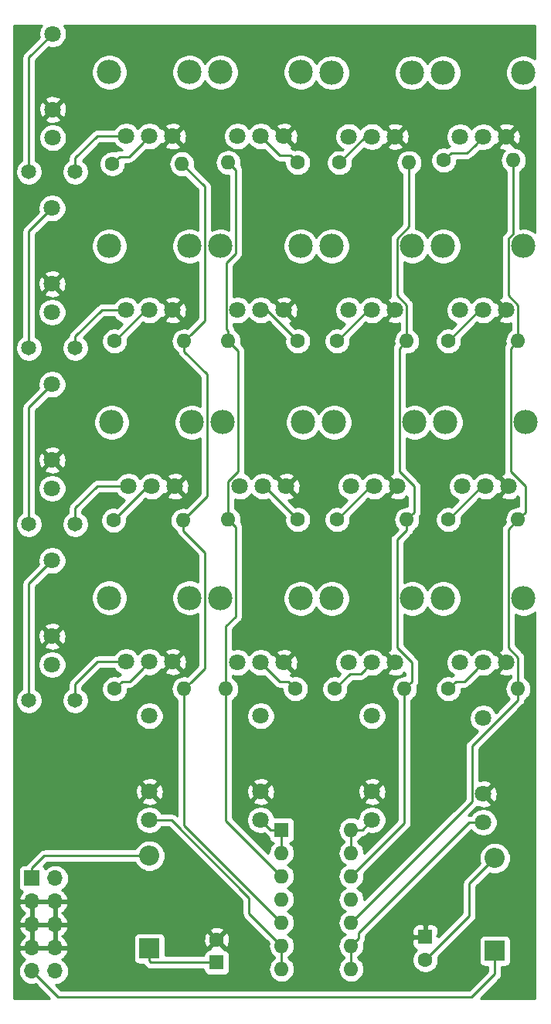
<source format=gtl>
G04 #@! TF.GenerationSoftware,KiCad,Pcbnew,(5.1.2-1)-1*
G04 #@! TF.CreationDate,2019-11-10T13:08:31+01:00*
G04 #@! TF.ProjectId,matrix-mixer,6d617472-6978-42d6-9d69-7865722e6b69,rev?*
G04 #@! TF.SameCoordinates,Original*
G04 #@! TF.FileFunction,Copper,L1,Top*
G04 #@! TF.FilePolarity,Positive*
%FSLAX46Y46*%
G04 Gerber Fmt 4.6, Leading zero omitted, Abs format (unit mm)*
G04 Created by KiCad (PCBNEW (5.1.2-1)-1) date 2019-11-10 13:08:31*
%MOMM*%
%LPD*%
G04 APERTURE LIST*
%ADD10C,2.667000*%
%ADD11C,1.803400*%
%ADD12O,1.600000X1.600000*%
%ADD13C,1.600000*%
%ADD14C,1.651000*%
%ADD15C,1.800000*%
%ADD16R,1.600000X1.600000*%
%ADD17O,2.200000X2.200000*%
%ADD18R,2.200000X2.200000*%
%ADD19R,1.700000X1.700000*%
%ADD20O,1.700000X1.700000*%
%ADD21C,0.250000*%
%ADD22C,0.254000*%
G04 APERTURE END LIST*
D10*
X77038363Y-80519843D03*
X68249963Y-80519843D03*
D11*
X70104163Y-87530243D03*
X72644163Y-87530243D03*
X75184163Y-87530243D03*
X62992163Y-87530243D03*
X60452163Y-87530243D03*
X57912163Y-87530243D03*
D10*
X56057963Y-80519843D03*
X64846363Y-80519843D03*
D11*
X50800163Y-87530243D03*
X48260163Y-87530243D03*
X45720163Y-87530243D03*
D10*
X43865963Y-80519843D03*
X52654363Y-80519843D03*
X40462363Y-80443643D03*
X31673963Y-80443643D03*
D11*
X33528163Y-87454043D03*
X36068163Y-87454043D03*
X38608163Y-87454043D03*
D10*
X77292363Y-61215843D03*
X68503963Y-61215843D03*
D11*
X70358163Y-68226243D03*
X72898163Y-68226243D03*
X75438163Y-68226243D03*
X63246163Y-68226243D03*
X60706163Y-68226243D03*
X58166163Y-68226243D03*
D10*
X56311963Y-61215843D03*
X65100363Y-61215843D03*
D11*
X51054163Y-68226243D03*
X48514163Y-68226243D03*
X45974163Y-68226243D03*
D10*
X44119963Y-61215843D03*
X52908363Y-61215843D03*
X40716363Y-61215843D03*
X31927963Y-61215843D03*
D11*
X33782163Y-68226243D03*
X36322163Y-68226243D03*
X38862163Y-68226243D03*
D10*
X77038363Y-41911843D03*
X68249963Y-41911843D03*
D11*
X70104163Y-48922243D03*
X72644163Y-48922243D03*
X75184163Y-48922243D03*
X62992163Y-48922243D03*
X60452163Y-48922243D03*
X57912163Y-48922243D03*
D10*
X56057963Y-41911843D03*
X64846363Y-41911843D03*
X52654363Y-41911843D03*
X43865963Y-41911843D03*
D11*
X45720163Y-48922243D03*
X48260163Y-48922243D03*
X50800163Y-48922243D03*
X38608163Y-48922243D03*
X36068163Y-48922243D03*
X33528163Y-48922243D03*
D10*
X31673963Y-41911843D03*
X40462363Y-41911843D03*
D11*
X75184163Y-29934814D03*
X72644163Y-29934814D03*
X70104163Y-29934814D03*
D10*
X68249963Y-22924414D03*
X77038363Y-22924414D03*
X64846363Y-22903557D03*
X56057963Y-22903557D03*
D11*
X57912163Y-29913957D03*
X60452163Y-29913957D03*
X62992163Y-29913957D03*
D10*
X52654363Y-22861843D03*
X43865963Y-22861843D03*
D11*
X45720163Y-29872243D03*
X48260163Y-29872243D03*
X50800163Y-29872243D03*
X38608163Y-29872243D03*
X36068163Y-29872243D03*
X33528163Y-29872243D03*
D10*
X31673963Y-22861843D03*
X40462363Y-22861843D03*
D12*
X76454000Y-90424000D03*
D13*
X68834000Y-90424000D03*
X56388000Y-90424000D03*
D12*
X64008000Y-90424000D03*
X44450000Y-90424000D03*
D13*
X52070000Y-90424000D03*
X32258000Y-90424000D03*
D12*
X39878000Y-90424000D03*
X76454000Y-71882000D03*
D13*
X68834000Y-71882000D03*
X56642000Y-71882000D03*
D12*
X64262000Y-71882000D03*
D13*
X52324000Y-71882000D03*
D12*
X44704000Y-71882000D03*
D13*
X32143700Y-71958200D03*
D12*
X39763700Y-71958200D03*
D13*
X68834000Y-52324000D03*
D12*
X76454000Y-52324000D03*
X64262000Y-52324000D03*
D13*
X56642000Y-52324000D03*
X52324000Y-52324000D03*
D12*
X44704000Y-52324000D03*
X39878000Y-52324000D03*
D13*
X32258000Y-52324000D03*
X68326000Y-32512000D03*
D12*
X75946000Y-32512000D03*
X64516000Y-32769026D03*
D13*
X56896000Y-32769026D03*
X52324000Y-32766000D03*
D12*
X44704000Y-32766000D03*
D14*
X22860000Y-91694000D03*
X27940000Y-91694000D03*
X27940000Y-72390000D03*
X22860000Y-72390000D03*
X27940000Y-53086000D03*
X22860000Y-53086000D03*
X22860000Y-33782000D03*
X27940000Y-33782000D03*
D15*
X72644000Y-93632000D03*
X72644000Y-105032000D03*
X72644000Y-101932000D03*
X60452000Y-101678000D03*
X60452000Y-104778000D03*
X60452000Y-93378000D03*
X48260000Y-101678000D03*
X48260000Y-104778000D03*
X48260000Y-93378000D03*
X36068000Y-101678000D03*
X36068000Y-104778000D03*
X36068000Y-93378000D03*
X25400000Y-84660000D03*
X25400000Y-87760000D03*
X25400000Y-76360000D03*
X25400000Y-57056000D03*
X25400000Y-68456000D03*
X25400000Y-65356000D03*
X25400000Y-37752000D03*
X25400000Y-49152000D03*
X25400000Y-46052000D03*
X25474000Y-18640802D03*
X25474000Y-30040802D03*
X25474000Y-26940802D03*
D12*
X58166000Y-105868000D03*
X50546000Y-121108000D03*
X58166000Y-108408000D03*
X50546000Y-118568000D03*
X58166000Y-110948000D03*
X50546000Y-116028000D03*
X58166000Y-113488000D03*
X50546000Y-113488000D03*
X58166000Y-116028000D03*
X50546000Y-110948000D03*
X58166000Y-118568000D03*
X50546000Y-108408000D03*
X58166000Y-121108000D03*
D16*
X50546000Y-105868000D03*
D13*
X66294000Y-120102000D03*
D16*
X66294000Y-117602000D03*
X43434000Y-120396000D03*
D13*
X43434000Y-117896000D03*
D17*
X36068000Y-108712000D03*
D18*
X36068000Y-118872000D03*
D17*
X73914000Y-108966000D03*
D18*
X73914000Y-119126000D03*
D19*
X23190000Y-111170000D03*
D20*
X25730000Y-111170000D03*
X23190000Y-113710000D03*
X25730000Y-113710000D03*
X23190000Y-116250000D03*
X25730000Y-116250000D03*
X23190000Y-118790000D03*
X25730000Y-118790000D03*
X23190000Y-121330000D03*
X25730000Y-121330000D03*
D12*
X39624000Y-32897539D03*
D13*
X32004000Y-32897539D03*
D21*
X42384000Y-120396000D02*
X43434000Y-120396000D01*
X36242000Y-120396000D02*
X42384000Y-120396000D01*
X36068000Y-120222000D02*
X36242000Y-120396000D01*
X36068000Y-118872000D02*
X36068000Y-120222000D01*
X66294000Y-120102000D02*
X71120000Y-115276000D01*
X71120000Y-111760000D02*
X73914000Y-108966000D01*
X71120000Y-115276000D02*
X71120000Y-111760000D01*
X23190000Y-110070000D02*
X23190000Y-111170000D01*
X24548000Y-108712000D02*
X23190000Y-110070000D01*
X36068000Y-108712000D02*
X24548000Y-108712000D01*
X26066000Y-124206000D02*
X71374000Y-124206000D01*
X73914000Y-121666000D02*
X73914000Y-119126000D01*
X71374000Y-124206000D02*
X73914000Y-121666000D01*
X23190000Y-121330000D02*
X26066000Y-124206000D01*
X64262000Y-51192630D02*
X64262000Y-52324000D01*
X64262000Y-48376562D02*
X64262000Y-51192630D01*
X63187862Y-47302424D02*
X64262000Y-48376562D01*
X63187862Y-41115762D02*
X63187862Y-47302424D01*
X64516000Y-39787624D02*
X63187862Y-41115762D01*
X64516000Y-32769026D02*
X64516000Y-39787624D01*
X63441862Y-66606424D02*
X65061999Y-68226561D01*
X63441862Y-53144138D02*
X63441862Y-66606424D01*
X65061999Y-71082001D02*
X64262000Y-71882000D01*
X65061999Y-68226561D02*
X65061999Y-71082001D01*
X64262000Y-52324000D02*
X63441862Y-53144138D01*
X64807999Y-87530561D02*
X64807999Y-89624001D01*
X63187862Y-85910424D02*
X64807999Y-87530561D01*
X64807999Y-89624001D02*
X64008000Y-90424000D01*
X63187862Y-74087508D02*
X63187862Y-85910424D01*
X64262000Y-73013370D02*
X63187862Y-74087508D01*
X64262000Y-71882000D02*
X64262000Y-73013370D01*
X64008000Y-91555370D02*
X64008000Y-90424000D01*
X64008000Y-105106000D02*
X64008000Y-91555370D01*
X58166000Y-110948000D02*
X64008000Y-105106000D01*
X39878000Y-91555370D02*
X39878000Y-90424000D01*
X42120864Y-50081136D02*
X40677999Y-51524001D01*
X40677999Y-51524001D02*
X39878000Y-52324000D01*
X42120864Y-35394403D02*
X42120864Y-50081136D01*
X39624000Y-32897539D02*
X42120864Y-35394403D01*
X40563699Y-71158201D02*
X39763700Y-71958200D01*
X42374864Y-55952234D02*
X42374864Y-69347036D01*
X39878000Y-53455370D02*
X42374864Y-55952234D01*
X42374864Y-69347036D02*
X40563699Y-71158201D01*
X39878000Y-52324000D02*
X39878000Y-53455370D01*
X40677999Y-89624001D02*
X39878000Y-90424000D01*
X42120864Y-88181136D02*
X40677999Y-89624001D01*
X39763700Y-73089570D02*
X42120864Y-75446734D01*
X42120864Y-75446734D02*
X42120864Y-88181136D01*
X39763700Y-71958200D02*
X39763700Y-73089570D01*
X39878000Y-105360000D02*
X39878000Y-98044000D01*
X50546000Y-116028000D02*
X39878000Y-105360000D01*
X39878000Y-98044000D02*
X39878000Y-91555370D01*
X39878000Y-100204410D02*
X39878000Y-98044000D01*
X76454000Y-51192630D02*
X76454000Y-52324000D01*
X76454000Y-48376562D02*
X76454000Y-51192630D01*
X75946000Y-40549624D02*
X75379862Y-41115762D01*
X75379862Y-47302424D02*
X76454000Y-48376562D01*
X75379862Y-41115762D02*
X75379862Y-47302424D01*
X75946000Y-32512000D02*
X75946000Y-40549624D01*
X77253999Y-71082001D02*
X76454000Y-71882000D01*
X77253999Y-68226561D02*
X77253999Y-71082001D01*
X75633862Y-66606424D02*
X77253999Y-68226561D01*
X75633862Y-53144138D02*
X75633862Y-66606424D01*
X76454000Y-52324000D02*
X75633862Y-53144138D01*
X76454000Y-89292630D02*
X76454000Y-90424000D01*
X76454000Y-86984562D02*
X76454000Y-89292630D01*
X75379862Y-72956138D02*
X75379862Y-85910424D01*
X75379862Y-85910424D02*
X76454000Y-86984562D01*
X76454000Y-71882000D02*
X75379862Y-72956138D01*
X76454000Y-91555370D02*
X76454000Y-90424000D01*
X76454000Y-91635002D02*
X76454000Y-91555370D01*
X71418999Y-96670003D02*
X76454000Y-91635002D01*
X71418999Y-102775001D02*
X71418999Y-96670003D01*
X58166000Y-116028000D02*
X71418999Y-102775001D01*
X45524464Y-72702464D02*
X45503999Y-72681999D01*
X45524464Y-82483998D02*
X45524464Y-72702464D01*
X44450000Y-83558462D02*
X45524464Y-82483998D01*
X45503999Y-72681999D02*
X44704000Y-71882000D01*
X44450000Y-90424000D02*
X44450000Y-83558462D01*
X45778464Y-66606424D02*
X45778464Y-53398464D01*
X45778464Y-53398464D02*
X45503999Y-53123999D01*
X44704000Y-67680888D02*
X45778464Y-66606424D01*
X45503999Y-53123999D02*
X44704000Y-52324000D01*
X44704000Y-71882000D02*
X44704000Y-67680888D01*
X45524464Y-33586464D02*
X45503999Y-33565999D01*
X45524464Y-42707924D02*
X45524464Y-33586464D01*
X45503999Y-33565999D02*
X44704000Y-32766000D01*
X44493462Y-50982092D02*
X44493462Y-43738926D01*
X44704000Y-51192630D02*
X44493462Y-50982092D01*
X44493462Y-43738926D02*
X45524464Y-42707924D01*
X44704000Y-52324000D02*
X44704000Y-51192630D01*
X50546000Y-110948000D02*
X44450000Y-104852000D01*
X44450000Y-104852000D02*
X44450000Y-103886000D01*
X44450000Y-103886000D02*
X44450000Y-90424000D01*
X44450000Y-104140000D02*
X44450000Y-103886000D01*
X22860000Y-21254802D02*
X25474000Y-18640802D01*
X22860000Y-33782000D02*
X22860000Y-21254802D01*
X22860000Y-40292000D02*
X25400000Y-37752000D01*
X22860000Y-53086000D02*
X22860000Y-40292000D01*
X22860000Y-59596000D02*
X25400000Y-57056000D01*
X22860000Y-72390000D02*
X22860000Y-59596000D01*
X22860000Y-78900000D02*
X25400000Y-76360000D01*
X22860000Y-91694000D02*
X22860000Y-78900000D01*
X27940000Y-33782000D02*
X27940000Y-32258000D01*
X30325757Y-29872243D02*
X33528163Y-29872243D01*
X27940000Y-32258000D02*
X30325757Y-29872243D01*
X30833757Y-48922243D02*
X33528163Y-48922243D01*
X27940000Y-51816000D02*
X30833757Y-48922243D01*
X27940000Y-53086000D02*
X27940000Y-51816000D01*
X30325757Y-68226243D02*
X33782163Y-68226243D01*
X27940000Y-70612000D02*
X30325757Y-68226243D01*
X27940000Y-72390000D02*
X27940000Y-70612000D01*
X27940000Y-91694000D02*
X27940000Y-89916000D01*
X30401957Y-87454043D02*
X33528163Y-87454043D01*
X27940000Y-89916000D02*
X30401957Y-87454043D01*
X35166464Y-30773942D02*
X36068163Y-29872243D01*
X33842866Y-32097540D02*
X35166464Y-30773942D01*
X32803999Y-32097540D02*
X33842866Y-32097540D01*
X32004000Y-32897539D02*
X32803999Y-32097540D01*
X50353921Y-31966001D02*
X49161862Y-30773942D01*
X49161862Y-30773942D02*
X48260163Y-29872243D01*
X51524001Y-31966001D02*
X50353921Y-31966001D01*
X52324000Y-32766000D02*
X51524001Y-31966001D01*
X59751069Y-29913957D02*
X60452163Y-29913957D01*
X56896000Y-32769026D02*
X59751069Y-29913957D01*
X71742464Y-30836513D02*
X72644163Y-29934814D01*
X69125999Y-31712001D02*
X70866976Y-31712001D01*
X70866976Y-31712001D02*
X71742464Y-30836513D01*
X68326000Y-32512000D02*
X69125999Y-31712001D01*
X35659757Y-48922243D02*
X36068163Y-48922243D01*
X32258000Y-52324000D02*
X35659757Y-48922243D01*
X48922243Y-48922243D02*
X48260163Y-48922243D01*
X52324000Y-52324000D02*
X48922243Y-48922243D01*
X60043757Y-48922243D02*
X60452163Y-48922243D01*
X56642000Y-52324000D02*
X60043757Y-48922243D01*
X72235757Y-48922243D02*
X72644163Y-48922243D01*
X68834000Y-52324000D02*
X72235757Y-48922243D01*
X35875657Y-68226243D02*
X36322163Y-68226243D01*
X32143700Y-71958200D02*
X35875657Y-68226243D01*
X48668243Y-68226243D02*
X48514163Y-68226243D01*
X52324000Y-71882000D02*
X48668243Y-68226243D01*
X60297757Y-68226243D02*
X60706163Y-68226243D01*
X56642000Y-71882000D02*
X60297757Y-68226243D01*
X72489757Y-68226243D02*
X72898163Y-68226243D01*
X68834000Y-71882000D02*
X72489757Y-68226243D01*
X35166464Y-88355742D02*
X36068163Y-87454043D01*
X33898205Y-89624001D02*
X35166464Y-88355742D01*
X33057999Y-89624001D02*
X33898205Y-89624001D01*
X32258000Y-90424000D02*
X33057999Y-89624001D01*
X49161862Y-88431942D02*
X48260163Y-87530243D01*
X50353921Y-89624001D02*
X49161862Y-88431942D01*
X51270001Y-89624001D02*
X50353921Y-89624001D01*
X52070000Y-90424000D02*
X51270001Y-89624001D01*
X59550464Y-88431942D02*
X60452163Y-87530243D01*
X59225462Y-88756944D02*
X59550464Y-88431942D01*
X58055056Y-88756944D02*
X59225462Y-88756944D01*
X56388000Y-90424000D02*
X58055056Y-88756944D01*
X71742464Y-88431942D02*
X72644163Y-87530243D01*
X70550405Y-89624001D02*
X71742464Y-88431942D01*
X69633999Y-89624001D02*
X70550405Y-89624001D01*
X68834000Y-90424000D02*
X69633999Y-89624001D01*
X58166000Y-105868000D02*
X58166000Y-108408000D01*
X59362000Y-105868000D02*
X60452000Y-104778000D01*
X58166000Y-105868000D02*
X59362000Y-105868000D01*
X50546000Y-121108000D02*
X50546000Y-118568000D01*
X50546000Y-118568000D02*
X46990000Y-115012000D01*
X46990000Y-113290000D02*
X38478000Y-104778000D01*
X46990000Y-115012000D02*
X46990000Y-113290000D01*
X36068000Y-104778000D02*
X38478000Y-104778000D01*
X58166000Y-121108000D02*
X58166000Y-118568000D01*
X58965999Y-117156999D02*
X71090998Y-105032000D01*
X71090998Y-105032000D02*
X71371208Y-105032000D01*
X58965999Y-117768001D02*
X58965999Y-117156999D01*
X71371208Y-105032000D02*
X72644000Y-105032000D01*
X58166000Y-118568000D02*
X58965999Y-117768001D01*
X50546000Y-105868000D02*
X50546000Y-108408000D01*
X49350000Y-105868000D02*
X48260000Y-104778000D01*
X50546000Y-105868000D02*
X49350000Y-105868000D01*
D22*
G36*
X24113701Y-17913707D02*
G01*
X23997989Y-18193059D01*
X23939000Y-18489618D01*
X23939000Y-18791986D01*
X23990269Y-19049732D01*
X22348998Y-20691003D01*
X22320000Y-20714801D01*
X22296202Y-20743799D01*
X22296201Y-20743800D01*
X22225026Y-20830526D01*
X22154454Y-20962556D01*
X22110998Y-21105817D01*
X22096324Y-21254802D01*
X22100001Y-21292134D01*
X22100000Y-32533287D01*
X21928985Y-32647555D01*
X21725555Y-32850985D01*
X21565721Y-33090194D01*
X21455626Y-33355988D01*
X21399500Y-33638153D01*
X21399500Y-33925847D01*
X21455626Y-34208012D01*
X21565721Y-34473806D01*
X21725555Y-34713015D01*
X21928985Y-34916445D01*
X22168194Y-35076279D01*
X22433988Y-35186374D01*
X22716153Y-35242500D01*
X23003847Y-35242500D01*
X23286012Y-35186374D01*
X23551806Y-35076279D01*
X23791015Y-34916445D01*
X23994445Y-34713015D01*
X24154279Y-34473806D01*
X24264374Y-34208012D01*
X24320500Y-33925847D01*
X24320500Y-33638153D01*
X26479500Y-33638153D01*
X26479500Y-33925847D01*
X26535626Y-34208012D01*
X26645721Y-34473806D01*
X26805555Y-34713015D01*
X27008985Y-34916445D01*
X27248194Y-35076279D01*
X27513988Y-35186374D01*
X27796153Y-35242500D01*
X28083847Y-35242500D01*
X28366012Y-35186374D01*
X28631806Y-35076279D01*
X28871015Y-34916445D01*
X29074445Y-34713015D01*
X29234279Y-34473806D01*
X29344374Y-34208012D01*
X29400500Y-33925847D01*
X29400500Y-33638153D01*
X29344374Y-33355988D01*
X29234279Y-33090194D01*
X29074445Y-32850985D01*
X28871015Y-32647555D01*
X28723687Y-32549114D01*
X30640559Y-30632243D01*
X32187807Y-30632243D01*
X32334531Y-30851832D01*
X32548574Y-31065875D01*
X32800263Y-31234048D01*
X33050113Y-31337540D01*
X32841321Y-31337540D01*
X32803998Y-31333864D01*
X32766675Y-31337540D01*
X32766666Y-31337540D01*
X32655013Y-31348537D01*
X32511752Y-31391994D01*
X32379723Y-31462566D01*
X32379721Y-31462567D01*
X32379722Y-31462567D01*
X32334022Y-31500072D01*
X32145335Y-31462539D01*
X31862665Y-31462539D01*
X31585426Y-31517686D01*
X31324273Y-31625859D01*
X31089241Y-31782902D01*
X30889363Y-31982780D01*
X30732320Y-32217812D01*
X30624147Y-32478965D01*
X30569000Y-32756204D01*
X30569000Y-33038874D01*
X30624147Y-33316113D01*
X30732320Y-33577266D01*
X30889363Y-33812298D01*
X31089241Y-34012176D01*
X31324273Y-34169219D01*
X31585426Y-34277392D01*
X31862665Y-34332539D01*
X32145335Y-34332539D01*
X32422574Y-34277392D01*
X32683727Y-34169219D01*
X32918759Y-34012176D01*
X33118637Y-33812298D01*
X33275680Y-33577266D01*
X33383853Y-33316113D01*
X33439000Y-33038874D01*
X33439000Y-32857540D01*
X33805544Y-32857540D01*
X33842866Y-32861216D01*
X33880188Y-32857540D01*
X33880199Y-32857540D01*
X33991852Y-32846543D01*
X34135113Y-32803086D01*
X34267142Y-32732514D01*
X34382867Y-32637541D01*
X34406670Y-32608537D01*
X35657788Y-31357420D01*
X35916811Y-31408943D01*
X36219515Y-31408943D01*
X36516402Y-31349888D01*
X36796063Y-31234048D01*
X37047752Y-31065875D01*
X37176091Y-30937536D01*
X37722475Y-30937536D01*
X37806364Y-31191890D01*
X38079221Y-31322957D01*
X38372404Y-31398273D01*
X38674649Y-31414946D01*
X38974338Y-31372333D01*
X39259955Y-31272072D01*
X39409962Y-31191890D01*
X39493851Y-30937536D01*
X38608163Y-30051848D01*
X37722475Y-30937536D01*
X37176091Y-30937536D01*
X37261795Y-30851832D01*
X37363964Y-30698926D01*
X37542870Y-30757931D01*
X38428558Y-29872243D01*
X38787768Y-29872243D01*
X39673456Y-30757931D01*
X39927810Y-30674042D01*
X40058877Y-30401185D01*
X40134193Y-30108002D01*
X40150866Y-29805757D01*
X40138799Y-29720891D01*
X44183463Y-29720891D01*
X44183463Y-30023595D01*
X44242518Y-30320482D01*
X44358358Y-30600143D01*
X44526531Y-30851832D01*
X44740574Y-31065875D01*
X44992263Y-31234048D01*
X45271924Y-31349888D01*
X45568811Y-31408943D01*
X45871515Y-31408943D01*
X46168402Y-31349888D01*
X46448063Y-31234048D01*
X46699752Y-31065875D01*
X46913795Y-30851832D01*
X46990163Y-30737539D01*
X47066531Y-30851832D01*
X47280574Y-31065875D01*
X47532263Y-31234048D01*
X47811924Y-31349888D01*
X48108811Y-31408943D01*
X48411515Y-31408943D01*
X48670539Y-31357420D01*
X49790121Y-32477003D01*
X49813920Y-32506002D01*
X49842918Y-32529800D01*
X49929644Y-32600975D01*
X50027602Y-32653335D01*
X50061674Y-32671547D01*
X50204935Y-32715004D01*
X50316588Y-32726001D01*
X50316598Y-32726001D01*
X50353920Y-32729677D01*
X50391243Y-32726001D01*
X50889000Y-32726001D01*
X50889000Y-32907335D01*
X50944147Y-33184574D01*
X51052320Y-33445727D01*
X51209363Y-33680759D01*
X51409241Y-33880637D01*
X51644273Y-34037680D01*
X51905426Y-34145853D01*
X52182665Y-34201000D01*
X52465335Y-34201000D01*
X52742574Y-34145853D01*
X53003727Y-34037680D01*
X53238759Y-33880637D01*
X53438637Y-33680759D01*
X53595680Y-33445727D01*
X53703853Y-33184574D01*
X53759000Y-32907335D01*
X53759000Y-32627691D01*
X55461000Y-32627691D01*
X55461000Y-32910361D01*
X55516147Y-33187600D01*
X55624320Y-33448753D01*
X55781363Y-33683785D01*
X55981241Y-33883663D01*
X56216273Y-34040706D01*
X56477426Y-34148879D01*
X56754665Y-34204026D01*
X57037335Y-34204026D01*
X57314574Y-34148879D01*
X57575727Y-34040706D01*
X57810759Y-33883663D01*
X58010637Y-33683785D01*
X58167680Y-33448753D01*
X58275853Y-33187600D01*
X58331000Y-32910361D01*
X58331000Y-32627691D01*
X58294688Y-32445140D01*
X59568286Y-31171542D01*
X59724263Y-31275762D01*
X60003924Y-31391602D01*
X60300811Y-31450657D01*
X60603515Y-31450657D01*
X60900402Y-31391602D01*
X61180063Y-31275762D01*
X61431752Y-31107589D01*
X61560091Y-30979250D01*
X62106475Y-30979250D01*
X62190364Y-31233604D01*
X62463221Y-31364671D01*
X62756404Y-31439987D01*
X63058649Y-31456660D01*
X63358338Y-31414047D01*
X63643955Y-31313786D01*
X63793962Y-31233604D01*
X63877851Y-30979250D01*
X62992163Y-30093562D01*
X62106475Y-30979250D01*
X61560091Y-30979250D01*
X61645795Y-30893546D01*
X61747964Y-30740640D01*
X61926870Y-30799645D01*
X62812558Y-29913957D01*
X63171768Y-29913957D01*
X64057456Y-30799645D01*
X64311810Y-30715756D01*
X64442877Y-30442899D01*
X64518193Y-30149716D01*
X64534866Y-29847471D01*
X64492253Y-29547782D01*
X64391992Y-29262165D01*
X64311810Y-29112158D01*
X64057456Y-29028269D01*
X63171768Y-29913957D01*
X62812558Y-29913957D01*
X61926870Y-29028269D01*
X61747964Y-29087274D01*
X61645795Y-28934368D01*
X61560091Y-28848664D01*
X62106475Y-28848664D01*
X62992163Y-29734352D01*
X63877851Y-28848664D01*
X63793962Y-28594310D01*
X63521105Y-28463243D01*
X63227922Y-28387927D01*
X62925677Y-28371254D01*
X62625988Y-28413867D01*
X62340371Y-28514128D01*
X62190364Y-28594310D01*
X62106475Y-28848664D01*
X61560091Y-28848664D01*
X61431752Y-28720325D01*
X61180063Y-28552152D01*
X60900402Y-28436312D01*
X60603515Y-28377257D01*
X60300811Y-28377257D01*
X60003924Y-28436312D01*
X59724263Y-28552152D01*
X59472574Y-28720325D01*
X59258531Y-28934368D01*
X59182163Y-29048661D01*
X59105795Y-28934368D01*
X58891752Y-28720325D01*
X58640063Y-28552152D01*
X58360402Y-28436312D01*
X58063515Y-28377257D01*
X57760811Y-28377257D01*
X57463924Y-28436312D01*
X57184263Y-28552152D01*
X56932574Y-28720325D01*
X56718531Y-28934368D01*
X56550358Y-29186057D01*
X56434518Y-29465718D01*
X56375463Y-29762605D01*
X56375463Y-30065309D01*
X56434518Y-30362196D01*
X56550358Y-30641857D01*
X56718531Y-30893546D01*
X56932574Y-31107589D01*
X57184263Y-31275762D01*
X57276328Y-31313897D01*
X57219886Y-31370338D01*
X57037335Y-31334026D01*
X56754665Y-31334026D01*
X56477426Y-31389173D01*
X56216273Y-31497346D01*
X55981241Y-31654389D01*
X55781363Y-31854267D01*
X55624320Y-32089299D01*
X55516147Y-32350452D01*
X55461000Y-32627691D01*
X53759000Y-32627691D01*
X53759000Y-32624665D01*
X53703853Y-32347426D01*
X53595680Y-32086273D01*
X53438637Y-31851241D01*
X53238759Y-31651363D01*
X53003727Y-31494320D01*
X52742574Y-31386147D01*
X52465335Y-31331000D01*
X52182665Y-31331000D01*
X51993978Y-31368533D01*
X51948277Y-31331027D01*
X51816248Y-31260455D01*
X51672987Y-31216998D01*
X51573349Y-31207184D01*
X51601962Y-31191890D01*
X51685851Y-30937536D01*
X50800163Y-30051848D01*
X50786021Y-30065991D01*
X50606416Y-29886386D01*
X50620558Y-29872243D01*
X50979768Y-29872243D01*
X51865456Y-30757931D01*
X52119810Y-30674042D01*
X52250877Y-30401185D01*
X52326193Y-30108002D01*
X52342866Y-29805757D01*
X52300253Y-29506068D01*
X52199992Y-29220451D01*
X52119810Y-29070444D01*
X51865456Y-28986555D01*
X50979768Y-29872243D01*
X50620558Y-29872243D01*
X49734870Y-28986555D01*
X49555964Y-29045560D01*
X49453795Y-28892654D01*
X49368091Y-28806950D01*
X49914475Y-28806950D01*
X50800163Y-29692638D01*
X51685851Y-28806950D01*
X51601962Y-28552596D01*
X51329105Y-28421529D01*
X51035922Y-28346213D01*
X50733677Y-28329540D01*
X50433988Y-28372153D01*
X50148371Y-28472414D01*
X49998364Y-28552596D01*
X49914475Y-28806950D01*
X49368091Y-28806950D01*
X49239752Y-28678611D01*
X48988063Y-28510438D01*
X48708402Y-28394598D01*
X48411515Y-28335543D01*
X48108811Y-28335543D01*
X47811924Y-28394598D01*
X47532263Y-28510438D01*
X47280574Y-28678611D01*
X47066531Y-28892654D01*
X46990163Y-29006947D01*
X46913795Y-28892654D01*
X46699752Y-28678611D01*
X46448063Y-28510438D01*
X46168402Y-28394598D01*
X45871515Y-28335543D01*
X45568811Y-28335543D01*
X45271924Y-28394598D01*
X44992263Y-28510438D01*
X44740574Y-28678611D01*
X44526531Y-28892654D01*
X44358358Y-29144343D01*
X44242518Y-29424004D01*
X44183463Y-29720891D01*
X40138799Y-29720891D01*
X40108253Y-29506068D01*
X40007992Y-29220451D01*
X39927810Y-29070444D01*
X39673456Y-28986555D01*
X38787768Y-29872243D01*
X38428558Y-29872243D01*
X37542870Y-28986555D01*
X37363964Y-29045560D01*
X37261795Y-28892654D01*
X37176091Y-28806950D01*
X37722475Y-28806950D01*
X38608163Y-29692638D01*
X39493851Y-28806950D01*
X39409962Y-28552596D01*
X39137105Y-28421529D01*
X38843922Y-28346213D01*
X38541677Y-28329540D01*
X38241988Y-28372153D01*
X37956371Y-28472414D01*
X37806364Y-28552596D01*
X37722475Y-28806950D01*
X37176091Y-28806950D01*
X37047752Y-28678611D01*
X36796063Y-28510438D01*
X36516402Y-28394598D01*
X36219515Y-28335543D01*
X35916811Y-28335543D01*
X35619924Y-28394598D01*
X35340263Y-28510438D01*
X35088574Y-28678611D01*
X34874531Y-28892654D01*
X34798163Y-29006947D01*
X34721795Y-28892654D01*
X34507752Y-28678611D01*
X34256063Y-28510438D01*
X33976402Y-28394598D01*
X33679515Y-28335543D01*
X33376811Y-28335543D01*
X33079924Y-28394598D01*
X32800263Y-28510438D01*
X32548574Y-28678611D01*
X32334531Y-28892654D01*
X32187807Y-29112243D01*
X30363080Y-29112243D01*
X30325757Y-29108567D01*
X30288434Y-29112243D01*
X30288424Y-29112243D01*
X30176771Y-29123240D01*
X30039256Y-29164954D01*
X30033510Y-29166697D01*
X29901480Y-29237269D01*
X29825238Y-29299840D01*
X29785756Y-29332242D01*
X29761958Y-29361240D01*
X27428998Y-31694201D01*
X27400000Y-31717999D01*
X27376202Y-31746997D01*
X27376201Y-31746998D01*
X27305026Y-31833724D01*
X27234454Y-31965754D01*
X27205728Y-32060454D01*
X27195727Y-32093426D01*
X27190998Y-32109015D01*
X27176324Y-32258000D01*
X27180001Y-32295332D01*
X27180001Y-32533286D01*
X27008985Y-32647555D01*
X26805555Y-32850985D01*
X26645721Y-33090194D01*
X26535626Y-33355988D01*
X26479500Y-33638153D01*
X24320500Y-33638153D01*
X24264374Y-33355988D01*
X24154279Y-33090194D01*
X23994445Y-32850985D01*
X23791015Y-32647555D01*
X23620000Y-32533287D01*
X23620000Y-29889618D01*
X23939000Y-29889618D01*
X23939000Y-30191986D01*
X23997989Y-30488545D01*
X24113701Y-30767897D01*
X24281688Y-31019307D01*
X24495495Y-31233114D01*
X24746905Y-31401101D01*
X25026257Y-31516813D01*
X25322816Y-31575802D01*
X25625184Y-31575802D01*
X25921743Y-31516813D01*
X26201095Y-31401101D01*
X26452505Y-31233114D01*
X26666312Y-31019307D01*
X26834299Y-30767897D01*
X26950011Y-30488545D01*
X27009000Y-30191986D01*
X27009000Y-29889618D01*
X26950011Y-29593059D01*
X26834299Y-29313707D01*
X26666312Y-29062297D01*
X26452505Y-28848490D01*
X26201095Y-28680503D01*
X25921743Y-28564791D01*
X25625184Y-28505802D01*
X25322816Y-28505802D01*
X25026257Y-28564791D01*
X24746905Y-28680503D01*
X24495495Y-28848490D01*
X24281688Y-29062297D01*
X24113701Y-29313707D01*
X23997989Y-29593059D01*
X23939000Y-29889618D01*
X23620000Y-29889618D01*
X23620000Y-28004882D01*
X24589525Y-28004882D01*
X24673208Y-28259063D01*
X24945775Y-28389960D01*
X25238642Y-28465167D01*
X25540553Y-28481793D01*
X25839907Y-28439199D01*
X26125199Y-28339024D01*
X26274792Y-28259063D01*
X26358475Y-28004882D01*
X25474000Y-27120407D01*
X24589525Y-28004882D01*
X23620000Y-28004882D01*
X23620000Y-27007355D01*
X23933009Y-27007355D01*
X23975603Y-27306709D01*
X24075778Y-27592001D01*
X24155739Y-27741594D01*
X24409920Y-27825277D01*
X25294395Y-26940802D01*
X25653605Y-26940802D01*
X26538080Y-27825277D01*
X26792261Y-27741594D01*
X26923158Y-27469027D01*
X26998365Y-27176160D01*
X27014991Y-26874249D01*
X26972397Y-26574895D01*
X26872222Y-26289603D01*
X26792261Y-26140010D01*
X26538080Y-26056327D01*
X25653605Y-26940802D01*
X25294395Y-26940802D01*
X24409920Y-26056327D01*
X24155739Y-26140010D01*
X24024842Y-26412577D01*
X23949635Y-26705444D01*
X23933009Y-27007355D01*
X23620000Y-27007355D01*
X23620000Y-25876722D01*
X24589525Y-25876722D01*
X25474000Y-26761197D01*
X26358475Y-25876722D01*
X26274792Y-25622541D01*
X26002225Y-25491644D01*
X25709358Y-25416437D01*
X25407447Y-25399811D01*
X25108093Y-25442405D01*
X24822801Y-25542580D01*
X24673208Y-25622541D01*
X24589525Y-25876722D01*
X23620000Y-25876722D01*
X23620000Y-22667963D01*
X29705463Y-22667963D01*
X29705463Y-23055723D01*
X29781111Y-23436033D01*
X29929501Y-23794278D01*
X30144929Y-24116689D01*
X30419117Y-24390877D01*
X30741528Y-24606305D01*
X31099773Y-24754695D01*
X31480083Y-24830343D01*
X31867843Y-24830343D01*
X32248153Y-24754695D01*
X32606398Y-24606305D01*
X32928809Y-24390877D01*
X33202997Y-24116689D01*
X33418425Y-23794278D01*
X33566815Y-23436033D01*
X33642463Y-23055723D01*
X33642463Y-22667963D01*
X38493863Y-22667963D01*
X38493863Y-23055723D01*
X38569511Y-23436033D01*
X38717901Y-23794278D01*
X38933329Y-24116689D01*
X39207517Y-24390877D01*
X39529928Y-24606305D01*
X39888173Y-24754695D01*
X40268483Y-24830343D01*
X40656243Y-24830343D01*
X41036553Y-24754695D01*
X41394798Y-24606305D01*
X41717209Y-24390877D01*
X41991397Y-24116689D01*
X42164163Y-23858126D01*
X42336929Y-24116689D01*
X42611117Y-24390877D01*
X42933528Y-24606305D01*
X43291773Y-24754695D01*
X43672083Y-24830343D01*
X44059843Y-24830343D01*
X44440153Y-24754695D01*
X44798398Y-24606305D01*
X45120809Y-24390877D01*
X45394997Y-24116689D01*
X45610425Y-23794278D01*
X45758815Y-23436033D01*
X45834463Y-23055723D01*
X45834463Y-22667963D01*
X50685863Y-22667963D01*
X50685863Y-23055723D01*
X50761511Y-23436033D01*
X50909901Y-23794278D01*
X51125329Y-24116689D01*
X51399517Y-24390877D01*
X51721928Y-24606305D01*
X52080173Y-24754695D01*
X52460483Y-24830343D01*
X52848243Y-24830343D01*
X53228553Y-24754695D01*
X53586798Y-24606305D01*
X53909209Y-24390877D01*
X54183397Y-24116689D01*
X54342227Y-23878983D01*
X54528929Y-24158403D01*
X54803117Y-24432591D01*
X55125528Y-24648019D01*
X55483773Y-24796409D01*
X55864083Y-24872057D01*
X56251843Y-24872057D01*
X56632153Y-24796409D01*
X56990398Y-24648019D01*
X57312809Y-24432591D01*
X57586997Y-24158403D01*
X57802425Y-23835992D01*
X57950815Y-23477747D01*
X58026463Y-23097437D01*
X58026463Y-22709677D01*
X62877863Y-22709677D01*
X62877863Y-23097437D01*
X62953511Y-23477747D01*
X63101901Y-23835992D01*
X63317329Y-24158403D01*
X63591517Y-24432591D01*
X63913928Y-24648019D01*
X64272173Y-24796409D01*
X64652483Y-24872057D01*
X65040243Y-24872057D01*
X65420553Y-24796409D01*
X65778798Y-24648019D01*
X66101209Y-24432591D01*
X66375397Y-24158403D01*
X66541195Y-23910269D01*
X66720929Y-24179260D01*
X66995117Y-24453448D01*
X67317528Y-24668876D01*
X67675773Y-24817266D01*
X68056083Y-24892914D01*
X68443843Y-24892914D01*
X68824153Y-24817266D01*
X69182398Y-24668876D01*
X69504809Y-24453448D01*
X69778997Y-24179260D01*
X69994425Y-23856849D01*
X70142815Y-23498604D01*
X70218463Y-23118294D01*
X70218463Y-22730534D01*
X70142815Y-22350224D01*
X69994425Y-21991979D01*
X69778997Y-21669568D01*
X69504809Y-21395380D01*
X69182398Y-21179952D01*
X68824153Y-21031562D01*
X68443843Y-20955914D01*
X68056083Y-20955914D01*
X67675773Y-21031562D01*
X67317528Y-21179952D01*
X66995117Y-21395380D01*
X66720929Y-21669568D01*
X66555131Y-21917702D01*
X66375397Y-21648711D01*
X66101209Y-21374523D01*
X65778798Y-21159095D01*
X65420553Y-21010705D01*
X65040243Y-20935057D01*
X64652483Y-20935057D01*
X64272173Y-21010705D01*
X63913928Y-21159095D01*
X63591517Y-21374523D01*
X63317329Y-21648711D01*
X63101901Y-21971122D01*
X62953511Y-22329367D01*
X62877863Y-22709677D01*
X58026463Y-22709677D01*
X57950815Y-22329367D01*
X57802425Y-21971122D01*
X57586997Y-21648711D01*
X57312809Y-21374523D01*
X56990398Y-21159095D01*
X56632153Y-21010705D01*
X56251843Y-20935057D01*
X55864083Y-20935057D01*
X55483773Y-21010705D01*
X55125528Y-21159095D01*
X54803117Y-21374523D01*
X54528929Y-21648711D01*
X54370099Y-21886417D01*
X54183397Y-21606997D01*
X53909209Y-21332809D01*
X53586798Y-21117381D01*
X53228553Y-20968991D01*
X52848243Y-20893343D01*
X52460483Y-20893343D01*
X52080173Y-20968991D01*
X51721928Y-21117381D01*
X51399517Y-21332809D01*
X51125329Y-21606997D01*
X50909901Y-21929408D01*
X50761511Y-22287653D01*
X50685863Y-22667963D01*
X45834463Y-22667963D01*
X45758815Y-22287653D01*
X45610425Y-21929408D01*
X45394997Y-21606997D01*
X45120809Y-21332809D01*
X44798398Y-21117381D01*
X44440153Y-20968991D01*
X44059843Y-20893343D01*
X43672083Y-20893343D01*
X43291773Y-20968991D01*
X42933528Y-21117381D01*
X42611117Y-21332809D01*
X42336929Y-21606997D01*
X42164163Y-21865560D01*
X41991397Y-21606997D01*
X41717209Y-21332809D01*
X41394798Y-21117381D01*
X41036553Y-20968991D01*
X40656243Y-20893343D01*
X40268483Y-20893343D01*
X39888173Y-20968991D01*
X39529928Y-21117381D01*
X39207517Y-21332809D01*
X38933329Y-21606997D01*
X38717901Y-21929408D01*
X38569511Y-22287653D01*
X38493863Y-22667963D01*
X33642463Y-22667963D01*
X33566815Y-22287653D01*
X33418425Y-21929408D01*
X33202997Y-21606997D01*
X32928809Y-21332809D01*
X32606398Y-21117381D01*
X32248153Y-20968991D01*
X31867843Y-20893343D01*
X31480083Y-20893343D01*
X31099773Y-20968991D01*
X30741528Y-21117381D01*
X30419117Y-21332809D01*
X30144929Y-21606997D01*
X29929501Y-21929408D01*
X29781111Y-22287653D01*
X29705463Y-22667963D01*
X23620000Y-22667963D01*
X23620000Y-21569603D01*
X25065070Y-20124533D01*
X25322816Y-20175802D01*
X25625184Y-20175802D01*
X25921743Y-20116813D01*
X26201095Y-20001101D01*
X26452505Y-19833114D01*
X26666312Y-19619307D01*
X26834299Y-19367897D01*
X26950011Y-19088545D01*
X27009000Y-18791986D01*
X27009000Y-18489618D01*
X26950011Y-18193059D01*
X26834299Y-17913707D01*
X26693509Y-17703000D01*
X78309000Y-17703000D01*
X78309000Y-21411171D01*
X78293209Y-21395380D01*
X77970798Y-21179952D01*
X77612553Y-21031562D01*
X77232243Y-20955914D01*
X76844483Y-20955914D01*
X76464173Y-21031562D01*
X76105928Y-21179952D01*
X75783517Y-21395380D01*
X75509329Y-21669568D01*
X75293901Y-21991979D01*
X75145511Y-22350224D01*
X75069863Y-22730534D01*
X75069863Y-23118294D01*
X75145511Y-23498604D01*
X75293901Y-23856849D01*
X75509329Y-24179260D01*
X75783517Y-24453448D01*
X76105928Y-24668876D01*
X76464173Y-24817266D01*
X76844483Y-24892914D01*
X77232243Y-24892914D01*
X77612553Y-24817266D01*
X77970798Y-24668876D01*
X78293209Y-24453448D01*
X78309000Y-24437657D01*
X78309000Y-40398600D01*
X78293209Y-40382809D01*
X77970798Y-40167381D01*
X77612553Y-40018991D01*
X77232243Y-39943343D01*
X76844483Y-39943343D01*
X76706000Y-39970889D01*
X76706000Y-33732901D01*
X76747101Y-33710932D01*
X76965608Y-33531608D01*
X77144932Y-33313101D01*
X77278182Y-33063808D01*
X77360236Y-32793309D01*
X77387943Y-32512000D01*
X77360236Y-32230691D01*
X77278182Y-31960192D01*
X77144932Y-31710899D01*
X76965608Y-31492392D01*
X76747101Y-31313068D01*
X76497808Y-31179818D01*
X76227309Y-31097764D01*
X76043610Y-31079671D01*
X76069851Y-31000107D01*
X75184163Y-30114419D01*
X74298475Y-31000107D01*
X74382364Y-31254461D01*
X74655221Y-31385528D01*
X74948404Y-31460844D01*
X74963799Y-31461693D01*
X74926392Y-31492392D01*
X74747068Y-31710899D01*
X74613818Y-31960192D01*
X74531764Y-32230691D01*
X74504057Y-32512000D01*
X74531764Y-32793309D01*
X74613818Y-33063808D01*
X74747068Y-33313101D01*
X74926392Y-33531608D01*
X75144899Y-33710932D01*
X75186000Y-33732901D01*
X75186001Y-40234821D01*
X74868864Y-40551959D01*
X74839861Y-40575761D01*
X74784733Y-40642936D01*
X74744888Y-40691486D01*
X74674317Y-40823515D01*
X74674316Y-40823516D01*
X74630859Y-40966777D01*
X74619862Y-41078430D01*
X74619862Y-41078440D01*
X74616186Y-41115762D01*
X74619862Y-41153085D01*
X74619863Y-47265092D01*
X74616186Y-47302424D01*
X74630860Y-47451409D01*
X74640848Y-47484335D01*
X74532371Y-47522414D01*
X74382364Y-47602596D01*
X74298475Y-47856950D01*
X75184163Y-48742638D01*
X75198306Y-48728496D01*
X75377911Y-48908101D01*
X75363768Y-48922243D01*
X75377911Y-48936386D01*
X75198306Y-49115991D01*
X75184163Y-49101848D01*
X74298475Y-49987536D01*
X74382364Y-50241890D01*
X74655221Y-50372957D01*
X74948404Y-50448273D01*
X75250649Y-50464946D01*
X75550338Y-50422333D01*
X75694001Y-50371903D01*
X75694001Y-51103099D01*
X75652899Y-51125068D01*
X75434392Y-51304392D01*
X75255068Y-51522899D01*
X75121818Y-51772192D01*
X75039764Y-52042691D01*
X75012057Y-52324000D01*
X75039764Y-52605309D01*
X75054104Y-52652582D01*
X74998888Y-52719862D01*
X74945151Y-52820396D01*
X74928316Y-52851892D01*
X74884859Y-52995153D01*
X74873862Y-53106806D01*
X74873862Y-53106816D01*
X74870186Y-53144138D01*
X74873862Y-53181460D01*
X74873863Y-66569092D01*
X74870186Y-66606424D01*
X74884860Y-66755409D01*
X74894848Y-66788335D01*
X74786371Y-66826414D01*
X74636364Y-66906596D01*
X74552475Y-67160950D01*
X75438163Y-68046638D01*
X75452306Y-68032496D01*
X75631911Y-68212101D01*
X75617768Y-68226243D01*
X75631911Y-68240386D01*
X75452306Y-68419991D01*
X75438163Y-68405848D01*
X74552475Y-69291536D01*
X74636364Y-69545890D01*
X74909221Y-69676957D01*
X75202404Y-69752273D01*
X75504649Y-69768946D01*
X75804338Y-69726333D01*
X76089955Y-69626072D01*
X76239962Y-69545890D01*
X76323850Y-69291538D01*
X76439793Y-69407481D01*
X76493999Y-69353275D01*
X76494000Y-70447000D01*
X76383508Y-70447000D01*
X76172691Y-70467764D01*
X75902192Y-70549818D01*
X75652899Y-70683068D01*
X75434392Y-70862392D01*
X75255068Y-71080899D01*
X75121818Y-71330192D01*
X75039764Y-71600691D01*
X75012057Y-71882000D01*
X75039764Y-72163309D01*
X75053292Y-72207906D01*
X74868864Y-72392334D01*
X74839861Y-72416137D01*
X74784733Y-72483312D01*
X74744888Y-72531862D01*
X74728925Y-72561727D01*
X74674316Y-72663892D01*
X74630859Y-72807153D01*
X74619862Y-72918806D01*
X74619862Y-72918816D01*
X74616186Y-72956138D01*
X74619862Y-72993460D01*
X74619863Y-85873092D01*
X74616186Y-85910424D01*
X74619863Y-85947757D01*
X74625337Y-86003329D01*
X74630860Y-86059409D01*
X74640848Y-86092335D01*
X74532371Y-86130414D01*
X74382364Y-86210596D01*
X74298475Y-86464950D01*
X75184163Y-87350638D01*
X75198306Y-87336496D01*
X75377911Y-87516101D01*
X75363768Y-87530243D01*
X75377911Y-87544386D01*
X75198306Y-87723991D01*
X75184163Y-87709848D01*
X74298475Y-88595536D01*
X74382364Y-88849890D01*
X74655221Y-88980957D01*
X74948404Y-89056273D01*
X75250649Y-89072946D01*
X75550338Y-89030333D01*
X75694001Y-88979903D01*
X75694001Y-89203099D01*
X75652899Y-89225068D01*
X75434392Y-89404392D01*
X75255068Y-89622899D01*
X75121818Y-89872192D01*
X75039764Y-90142691D01*
X75012057Y-90424000D01*
X75039764Y-90705309D01*
X75121818Y-90975808D01*
X75255068Y-91225101D01*
X75434392Y-91443608D01*
X75509199Y-91505001D01*
X74035052Y-92979149D01*
X74004299Y-92904905D01*
X73836312Y-92653495D01*
X73622505Y-92439688D01*
X73371095Y-92271701D01*
X73091743Y-92155989D01*
X72795184Y-92097000D01*
X72492816Y-92097000D01*
X72196257Y-92155989D01*
X71916905Y-92271701D01*
X71665495Y-92439688D01*
X71451688Y-92653495D01*
X71283701Y-92904905D01*
X71167989Y-93184257D01*
X71109000Y-93480816D01*
X71109000Y-93783184D01*
X71167989Y-94079743D01*
X71283701Y-94359095D01*
X71451688Y-94610505D01*
X71665495Y-94824312D01*
X71916905Y-94992299D01*
X71991149Y-95023052D01*
X70907997Y-96106204D01*
X70878999Y-96130002D01*
X70855201Y-96159000D01*
X70855200Y-96159001D01*
X70784025Y-96245727D01*
X70713453Y-96377757D01*
X70669997Y-96521018D01*
X70655323Y-96670003D01*
X70659000Y-96707335D01*
X70658999Y-102460199D01*
X59605402Y-113513797D01*
X59607943Y-113488000D01*
X59580236Y-113206691D01*
X59498182Y-112936192D01*
X59364932Y-112686899D01*
X59185608Y-112468392D01*
X58967101Y-112289068D01*
X58834142Y-112218000D01*
X58967101Y-112146932D01*
X59185608Y-111967608D01*
X59364932Y-111749101D01*
X59498182Y-111499808D01*
X59580236Y-111229309D01*
X59607943Y-110948000D01*
X59580236Y-110666691D01*
X59566708Y-110622093D01*
X64519004Y-105669798D01*
X64548001Y-105646001D01*
X64642974Y-105530276D01*
X64713546Y-105398247D01*
X64757003Y-105254986D01*
X64768000Y-105143333D01*
X64768000Y-105143325D01*
X64771676Y-105106000D01*
X64768000Y-105068675D01*
X64768000Y-91644901D01*
X64809101Y-91622932D01*
X65027608Y-91443608D01*
X65206932Y-91225101D01*
X65340182Y-90975808D01*
X65422236Y-90705309D01*
X65449943Y-90424000D01*
X65436023Y-90282665D01*
X67399000Y-90282665D01*
X67399000Y-90565335D01*
X67454147Y-90842574D01*
X67562320Y-91103727D01*
X67719363Y-91338759D01*
X67919241Y-91538637D01*
X68154273Y-91695680D01*
X68415426Y-91803853D01*
X68692665Y-91859000D01*
X68975335Y-91859000D01*
X69252574Y-91803853D01*
X69513727Y-91695680D01*
X69748759Y-91538637D01*
X69948637Y-91338759D01*
X70105680Y-91103727D01*
X70213853Y-90842574D01*
X70269000Y-90565335D01*
X70269000Y-90384001D01*
X70513083Y-90384001D01*
X70550405Y-90387677D01*
X70587727Y-90384001D01*
X70587738Y-90384001D01*
X70699391Y-90373004D01*
X70842652Y-90329547D01*
X70974681Y-90258975D01*
X71090406Y-90164002D01*
X71114209Y-90134998D01*
X72233788Y-89015420D01*
X72492811Y-89066943D01*
X72795515Y-89066943D01*
X73092402Y-89007888D01*
X73372063Y-88892048D01*
X73623752Y-88723875D01*
X73837795Y-88509832D01*
X73939964Y-88356926D01*
X74118870Y-88415931D01*
X75004558Y-87530243D01*
X74118870Y-86644555D01*
X73939964Y-86703560D01*
X73837795Y-86550654D01*
X73623752Y-86336611D01*
X73372063Y-86168438D01*
X73092402Y-86052598D01*
X72795515Y-85993543D01*
X72492811Y-85993543D01*
X72195924Y-86052598D01*
X71916263Y-86168438D01*
X71664574Y-86336611D01*
X71450531Y-86550654D01*
X71374163Y-86664947D01*
X71297795Y-86550654D01*
X71083752Y-86336611D01*
X70832063Y-86168438D01*
X70552402Y-86052598D01*
X70255515Y-85993543D01*
X69952811Y-85993543D01*
X69655924Y-86052598D01*
X69376263Y-86168438D01*
X69124574Y-86336611D01*
X68910531Y-86550654D01*
X68742358Y-86802343D01*
X68626518Y-87082004D01*
X68567463Y-87378891D01*
X68567463Y-87681595D01*
X68626518Y-87978482D01*
X68742358Y-88258143D01*
X68910531Y-88509832D01*
X69124574Y-88723875D01*
X69376263Y-88892048D01*
X69398475Y-88901249D01*
X69341752Y-88918455D01*
X69209723Y-88989027D01*
X69209721Y-88989028D01*
X69209722Y-88989028D01*
X69164022Y-89026533D01*
X68975335Y-88989000D01*
X68692665Y-88989000D01*
X68415426Y-89044147D01*
X68154273Y-89152320D01*
X67919241Y-89309363D01*
X67719363Y-89509241D01*
X67562320Y-89744273D01*
X67454147Y-90005426D01*
X67399000Y-90282665D01*
X65436023Y-90282665D01*
X65422236Y-90142691D01*
X65406922Y-90092206D01*
X65442972Y-90048278D01*
X65446524Y-90041633D01*
X65513545Y-89916248D01*
X65557002Y-89772987D01*
X65567999Y-89661334D01*
X65567999Y-89661325D01*
X65571675Y-89624002D01*
X65567999Y-89586679D01*
X65567999Y-87567886D01*
X65571675Y-87530561D01*
X65567999Y-87493236D01*
X65567999Y-87493228D01*
X65557002Y-87381575D01*
X65513545Y-87238314D01*
X65442973Y-87106285D01*
X65348000Y-86990560D01*
X65319003Y-86966763D01*
X63947862Y-85595623D01*
X63947862Y-82278361D01*
X64272173Y-82412695D01*
X64652483Y-82488343D01*
X65040243Y-82488343D01*
X65420553Y-82412695D01*
X65778798Y-82264305D01*
X66101209Y-82048877D01*
X66375397Y-81774689D01*
X66548163Y-81516126D01*
X66720929Y-81774689D01*
X66995117Y-82048877D01*
X67317528Y-82264305D01*
X67675773Y-82412695D01*
X68056083Y-82488343D01*
X68443843Y-82488343D01*
X68824153Y-82412695D01*
X69182398Y-82264305D01*
X69504809Y-82048877D01*
X69778997Y-81774689D01*
X69994425Y-81452278D01*
X70142815Y-81094033D01*
X70218463Y-80713723D01*
X70218463Y-80325963D01*
X70142815Y-79945653D01*
X69994425Y-79587408D01*
X69778997Y-79264997D01*
X69504809Y-78990809D01*
X69182398Y-78775381D01*
X68824153Y-78626991D01*
X68443843Y-78551343D01*
X68056083Y-78551343D01*
X67675773Y-78626991D01*
X67317528Y-78775381D01*
X66995117Y-78990809D01*
X66720929Y-79264997D01*
X66548163Y-79523560D01*
X66375397Y-79264997D01*
X66101209Y-78990809D01*
X65778798Y-78775381D01*
X65420553Y-78626991D01*
X65040243Y-78551343D01*
X64652483Y-78551343D01*
X64272173Y-78626991D01*
X63947862Y-78761325D01*
X63947862Y-74402309D01*
X64773003Y-73577169D01*
X64802001Y-73553371D01*
X64896974Y-73437646D01*
X64967546Y-73305617D01*
X65011003Y-73162356D01*
X65016573Y-73105802D01*
X65063101Y-73080932D01*
X65281608Y-72901608D01*
X65460932Y-72683101D01*
X65594182Y-72433808D01*
X65676236Y-72163309D01*
X65703943Y-71882000D01*
X65690023Y-71740665D01*
X67399000Y-71740665D01*
X67399000Y-72023335D01*
X67454147Y-72300574D01*
X67562320Y-72561727D01*
X67719363Y-72796759D01*
X67919241Y-72996637D01*
X68154273Y-73153680D01*
X68415426Y-73261853D01*
X68692665Y-73317000D01*
X68975335Y-73317000D01*
X69252574Y-73261853D01*
X69513727Y-73153680D01*
X69748759Y-72996637D01*
X69948637Y-72796759D01*
X70105680Y-72561727D01*
X70213853Y-72300574D01*
X70269000Y-72023335D01*
X70269000Y-71740665D01*
X70232688Y-71558113D01*
X72193237Y-69597564D01*
X72449924Y-69703888D01*
X72746811Y-69762943D01*
X73049515Y-69762943D01*
X73346402Y-69703888D01*
X73626063Y-69588048D01*
X73877752Y-69419875D01*
X74091795Y-69205832D01*
X74193964Y-69052926D01*
X74372870Y-69111931D01*
X75258558Y-68226243D01*
X74372870Y-67340555D01*
X74193964Y-67399560D01*
X74091795Y-67246654D01*
X73877752Y-67032611D01*
X73626063Y-66864438D01*
X73346402Y-66748598D01*
X73049515Y-66689543D01*
X72746811Y-66689543D01*
X72449924Y-66748598D01*
X72170263Y-66864438D01*
X71918574Y-67032611D01*
X71704531Y-67246654D01*
X71628163Y-67360947D01*
X71551795Y-67246654D01*
X71337752Y-67032611D01*
X71086063Y-66864438D01*
X70806402Y-66748598D01*
X70509515Y-66689543D01*
X70206811Y-66689543D01*
X69909924Y-66748598D01*
X69630263Y-66864438D01*
X69378574Y-67032611D01*
X69164531Y-67246654D01*
X68996358Y-67498343D01*
X68880518Y-67778004D01*
X68821463Y-68074891D01*
X68821463Y-68377595D01*
X68880518Y-68674482D01*
X68996358Y-68954143D01*
X69164531Y-69205832D01*
X69378574Y-69419875D01*
X69630263Y-69588048D01*
X69909924Y-69703888D01*
X69932767Y-69708432D01*
X69157887Y-70483312D01*
X68975335Y-70447000D01*
X68692665Y-70447000D01*
X68415426Y-70502147D01*
X68154273Y-70610320D01*
X67919241Y-70767363D01*
X67719363Y-70967241D01*
X67562320Y-71202273D01*
X67454147Y-71463426D01*
X67399000Y-71740665D01*
X65690023Y-71740665D01*
X65676236Y-71600691D01*
X65660922Y-71550206D01*
X65696972Y-71506278D01*
X65696973Y-71506277D01*
X65767545Y-71374248D01*
X65811002Y-71230987D01*
X65821999Y-71119334D01*
X65821999Y-71119325D01*
X65825675Y-71082002D01*
X65821999Y-71044679D01*
X65821999Y-68263886D01*
X65825675Y-68226561D01*
X65821999Y-68189236D01*
X65821999Y-68189228D01*
X65811002Y-68077575D01*
X65767545Y-67934314D01*
X65696973Y-67802285D01*
X65602000Y-67686560D01*
X65573003Y-67662763D01*
X64201862Y-66291623D01*
X64201862Y-62974361D01*
X64526173Y-63108695D01*
X64906483Y-63184343D01*
X65294243Y-63184343D01*
X65674553Y-63108695D01*
X66032798Y-62960305D01*
X66355209Y-62744877D01*
X66629397Y-62470689D01*
X66802163Y-62212126D01*
X66974929Y-62470689D01*
X67249117Y-62744877D01*
X67571528Y-62960305D01*
X67929773Y-63108695D01*
X68310083Y-63184343D01*
X68697843Y-63184343D01*
X69078153Y-63108695D01*
X69436398Y-62960305D01*
X69758809Y-62744877D01*
X70032997Y-62470689D01*
X70248425Y-62148278D01*
X70396815Y-61790033D01*
X70472463Y-61409723D01*
X70472463Y-61021963D01*
X70396815Y-60641653D01*
X70248425Y-60283408D01*
X70032997Y-59960997D01*
X69758809Y-59686809D01*
X69436398Y-59471381D01*
X69078153Y-59322991D01*
X68697843Y-59247343D01*
X68310083Y-59247343D01*
X67929773Y-59322991D01*
X67571528Y-59471381D01*
X67249117Y-59686809D01*
X66974929Y-59960997D01*
X66802163Y-60219560D01*
X66629397Y-59960997D01*
X66355209Y-59686809D01*
X66032798Y-59471381D01*
X65674553Y-59322991D01*
X65294243Y-59247343D01*
X64906483Y-59247343D01*
X64526173Y-59322991D01*
X64201862Y-59457325D01*
X64201862Y-53759000D01*
X64332492Y-53759000D01*
X64543309Y-53738236D01*
X64813808Y-53656182D01*
X65063101Y-53522932D01*
X65281608Y-53343608D01*
X65460932Y-53125101D01*
X65594182Y-52875808D01*
X65676236Y-52605309D01*
X65703943Y-52324000D01*
X65690023Y-52182665D01*
X67399000Y-52182665D01*
X67399000Y-52465335D01*
X67454147Y-52742574D01*
X67562320Y-53003727D01*
X67719363Y-53238759D01*
X67919241Y-53438637D01*
X68154273Y-53595680D01*
X68415426Y-53703853D01*
X68692665Y-53759000D01*
X68975335Y-53759000D01*
X69252574Y-53703853D01*
X69513727Y-53595680D01*
X69748759Y-53438637D01*
X69948637Y-53238759D01*
X70105680Y-53003727D01*
X70213853Y-52742574D01*
X70269000Y-52465335D01*
X70269000Y-52182665D01*
X70232688Y-52000113D01*
X71939237Y-50293564D01*
X72195924Y-50399888D01*
X72492811Y-50458943D01*
X72795515Y-50458943D01*
X73092402Y-50399888D01*
X73372063Y-50284048D01*
X73623752Y-50115875D01*
X73837795Y-49901832D01*
X73939964Y-49748926D01*
X74118870Y-49807931D01*
X75004558Y-48922243D01*
X74118870Y-48036555D01*
X73939964Y-48095560D01*
X73837795Y-47942654D01*
X73623752Y-47728611D01*
X73372063Y-47560438D01*
X73092402Y-47444598D01*
X72795515Y-47385543D01*
X72492811Y-47385543D01*
X72195924Y-47444598D01*
X71916263Y-47560438D01*
X71664574Y-47728611D01*
X71450531Y-47942654D01*
X71374163Y-48056947D01*
X71297795Y-47942654D01*
X71083752Y-47728611D01*
X70832063Y-47560438D01*
X70552402Y-47444598D01*
X70255515Y-47385543D01*
X69952811Y-47385543D01*
X69655924Y-47444598D01*
X69376263Y-47560438D01*
X69124574Y-47728611D01*
X68910531Y-47942654D01*
X68742358Y-48194343D01*
X68626518Y-48474004D01*
X68567463Y-48770891D01*
X68567463Y-49073595D01*
X68626518Y-49370482D01*
X68742358Y-49650143D01*
X68910531Y-49901832D01*
X69124574Y-50115875D01*
X69376263Y-50284048D01*
X69655924Y-50399888D01*
X69678767Y-50404432D01*
X69157887Y-50925312D01*
X68975335Y-50889000D01*
X68692665Y-50889000D01*
X68415426Y-50944147D01*
X68154273Y-51052320D01*
X67919241Y-51209363D01*
X67719363Y-51409241D01*
X67562320Y-51644273D01*
X67454147Y-51905426D01*
X67399000Y-52182665D01*
X65690023Y-52182665D01*
X65676236Y-52042691D01*
X65594182Y-51772192D01*
X65460932Y-51522899D01*
X65281608Y-51304392D01*
X65063101Y-51125068D01*
X65022000Y-51103099D01*
X65022000Y-48413895D01*
X65025677Y-48376562D01*
X65011003Y-48227576D01*
X64967546Y-48084315D01*
X64896974Y-47952286D01*
X64825799Y-47865559D01*
X64802001Y-47836561D01*
X64773004Y-47812764D01*
X63947862Y-46987623D01*
X63947862Y-43670361D01*
X64272173Y-43804695D01*
X64652483Y-43880343D01*
X65040243Y-43880343D01*
X65420553Y-43804695D01*
X65778798Y-43656305D01*
X66101209Y-43440877D01*
X66375397Y-43166689D01*
X66548163Y-42908126D01*
X66720929Y-43166689D01*
X66995117Y-43440877D01*
X67317528Y-43656305D01*
X67675773Y-43804695D01*
X68056083Y-43880343D01*
X68443843Y-43880343D01*
X68824153Y-43804695D01*
X69182398Y-43656305D01*
X69504809Y-43440877D01*
X69778997Y-43166689D01*
X69994425Y-42844278D01*
X70142815Y-42486033D01*
X70218463Y-42105723D01*
X70218463Y-41717963D01*
X70142815Y-41337653D01*
X69994425Y-40979408D01*
X69778997Y-40656997D01*
X69504809Y-40382809D01*
X69182398Y-40167381D01*
X68824153Y-40018991D01*
X68443843Y-39943343D01*
X68056083Y-39943343D01*
X67675773Y-40018991D01*
X67317528Y-40167381D01*
X66995117Y-40382809D01*
X66720929Y-40656997D01*
X66548163Y-40915560D01*
X66375397Y-40656997D01*
X66101209Y-40382809D01*
X65778798Y-40167381D01*
X65420553Y-40018991D01*
X65250287Y-39985123D01*
X65265003Y-39936610D01*
X65276000Y-39824957D01*
X65276000Y-39824949D01*
X65279676Y-39787624D01*
X65276000Y-39750299D01*
X65276000Y-33989927D01*
X65317101Y-33967958D01*
X65535608Y-33788634D01*
X65714932Y-33570127D01*
X65848182Y-33320834D01*
X65930236Y-33050335D01*
X65957943Y-32769026D01*
X65930236Y-32487717D01*
X65894730Y-32370665D01*
X66891000Y-32370665D01*
X66891000Y-32653335D01*
X66946147Y-32930574D01*
X67054320Y-33191727D01*
X67211363Y-33426759D01*
X67411241Y-33626637D01*
X67646273Y-33783680D01*
X67907426Y-33891853D01*
X68184665Y-33947000D01*
X68467335Y-33947000D01*
X68744574Y-33891853D01*
X69005727Y-33783680D01*
X69240759Y-33626637D01*
X69440637Y-33426759D01*
X69597680Y-33191727D01*
X69705853Y-32930574D01*
X69761000Y-32653335D01*
X69761000Y-32472001D01*
X70829654Y-32472001D01*
X70866976Y-32475677D01*
X70904298Y-32472001D01*
X70904309Y-32472001D01*
X71015962Y-32461004D01*
X71159223Y-32417547D01*
X71291252Y-32346975D01*
X71406977Y-32252002D01*
X71430779Y-32222999D01*
X72233788Y-31419991D01*
X72492811Y-31471514D01*
X72795515Y-31471514D01*
X73092402Y-31412459D01*
X73372063Y-31296619D01*
X73623752Y-31128446D01*
X73837795Y-30914403D01*
X73939964Y-30761497D01*
X74118870Y-30820502D01*
X75004558Y-29934814D01*
X75363768Y-29934814D01*
X76249456Y-30820502D01*
X76503810Y-30736613D01*
X76634877Y-30463756D01*
X76710193Y-30170573D01*
X76726866Y-29868328D01*
X76684253Y-29568639D01*
X76583992Y-29283022D01*
X76503810Y-29133015D01*
X76249456Y-29049126D01*
X75363768Y-29934814D01*
X75004558Y-29934814D01*
X74118870Y-29049126D01*
X73939964Y-29108131D01*
X73837795Y-28955225D01*
X73752091Y-28869521D01*
X74298475Y-28869521D01*
X75184163Y-29755209D01*
X76069851Y-28869521D01*
X75985962Y-28615167D01*
X75713105Y-28484100D01*
X75419922Y-28408784D01*
X75117677Y-28392111D01*
X74817988Y-28434724D01*
X74532371Y-28534985D01*
X74382364Y-28615167D01*
X74298475Y-28869521D01*
X73752091Y-28869521D01*
X73623752Y-28741182D01*
X73372063Y-28573009D01*
X73092402Y-28457169D01*
X72795515Y-28398114D01*
X72492811Y-28398114D01*
X72195924Y-28457169D01*
X71916263Y-28573009D01*
X71664574Y-28741182D01*
X71450531Y-28955225D01*
X71374163Y-29069518D01*
X71297795Y-28955225D01*
X71083752Y-28741182D01*
X70832063Y-28573009D01*
X70552402Y-28457169D01*
X70255515Y-28398114D01*
X69952811Y-28398114D01*
X69655924Y-28457169D01*
X69376263Y-28573009D01*
X69124574Y-28741182D01*
X68910531Y-28955225D01*
X68742358Y-29206914D01*
X68626518Y-29486575D01*
X68567463Y-29783462D01*
X68567463Y-30086166D01*
X68626518Y-30383053D01*
X68742358Y-30662714D01*
X68910531Y-30914403D01*
X68963289Y-30967161D01*
X68833752Y-31006455D01*
X68701723Y-31077027D01*
X68701721Y-31077028D01*
X68701722Y-31077028D01*
X68656022Y-31114533D01*
X68467335Y-31077000D01*
X68184665Y-31077000D01*
X67907426Y-31132147D01*
X67646273Y-31240320D01*
X67411241Y-31397363D01*
X67211363Y-31597241D01*
X67054320Y-31832273D01*
X66946147Y-32093426D01*
X66891000Y-32370665D01*
X65894730Y-32370665D01*
X65848182Y-32217218D01*
X65714932Y-31967925D01*
X65535608Y-31749418D01*
X65317101Y-31570094D01*
X65067808Y-31436844D01*
X64797309Y-31354790D01*
X64586492Y-31334026D01*
X64445508Y-31334026D01*
X64234691Y-31354790D01*
X63964192Y-31436844D01*
X63714899Y-31570094D01*
X63496392Y-31749418D01*
X63317068Y-31967925D01*
X63183818Y-32217218D01*
X63101764Y-32487717D01*
X63074057Y-32769026D01*
X63101764Y-33050335D01*
X63183818Y-33320834D01*
X63317068Y-33570127D01*
X63496392Y-33788634D01*
X63714899Y-33967958D01*
X63756000Y-33989927D01*
X63756001Y-39472821D01*
X62676865Y-40551958D01*
X62647861Y-40575761D01*
X62592733Y-40642936D01*
X62552888Y-40691486D01*
X62482317Y-40823515D01*
X62482316Y-40823516D01*
X62438859Y-40966777D01*
X62427862Y-41078430D01*
X62427862Y-41078440D01*
X62424186Y-41115762D01*
X62427862Y-41153085D01*
X62427863Y-47265092D01*
X62424186Y-47302424D01*
X62438860Y-47451409D01*
X62448848Y-47484335D01*
X62340371Y-47522414D01*
X62190364Y-47602596D01*
X62106475Y-47856950D01*
X62992163Y-48742638D01*
X63006306Y-48728496D01*
X63185911Y-48908101D01*
X63171768Y-48922243D01*
X63185911Y-48936386D01*
X63006306Y-49115991D01*
X62992163Y-49101848D01*
X62106475Y-49987536D01*
X62190364Y-50241890D01*
X62463221Y-50372957D01*
X62756404Y-50448273D01*
X63058649Y-50464946D01*
X63358338Y-50422333D01*
X63502001Y-50371903D01*
X63502001Y-51103099D01*
X63460899Y-51125068D01*
X63242392Y-51304392D01*
X63063068Y-51522899D01*
X62929818Y-51772192D01*
X62847764Y-52042691D01*
X62820057Y-52324000D01*
X62847764Y-52605309D01*
X62862104Y-52652582D01*
X62806888Y-52719862D01*
X62753151Y-52820396D01*
X62736316Y-52851892D01*
X62692859Y-52995153D01*
X62681862Y-53106806D01*
X62681862Y-53106816D01*
X62678186Y-53144138D01*
X62681862Y-53181460D01*
X62681863Y-66569092D01*
X62678186Y-66606424D01*
X62692860Y-66755409D01*
X62702848Y-66788335D01*
X62594371Y-66826414D01*
X62444364Y-66906596D01*
X62360475Y-67160950D01*
X63246163Y-68046638D01*
X63260306Y-68032496D01*
X63439911Y-68212101D01*
X63425768Y-68226243D01*
X63439911Y-68240386D01*
X63260306Y-68419991D01*
X63246163Y-68405848D01*
X62360475Y-69291536D01*
X62444364Y-69545890D01*
X62717221Y-69676957D01*
X63010404Y-69752273D01*
X63312649Y-69768946D01*
X63612338Y-69726333D01*
X63897955Y-69626072D01*
X64047962Y-69545890D01*
X64131850Y-69291538D01*
X64247793Y-69407481D01*
X64301999Y-69353275D01*
X64302000Y-70447000D01*
X64191508Y-70447000D01*
X63980691Y-70467764D01*
X63710192Y-70549818D01*
X63460899Y-70683068D01*
X63242392Y-70862392D01*
X63063068Y-71080899D01*
X62929818Y-71330192D01*
X62847764Y-71600691D01*
X62820057Y-71882000D01*
X62847764Y-72163309D01*
X62929818Y-72433808D01*
X63063068Y-72683101D01*
X63242392Y-72901608D01*
X63273462Y-72927106D01*
X62676864Y-73523704D01*
X62647861Y-73547507D01*
X62612076Y-73591112D01*
X62552888Y-73663232D01*
X62530488Y-73705140D01*
X62482316Y-73795262D01*
X62438859Y-73938523D01*
X62427862Y-74050176D01*
X62427862Y-74050186D01*
X62424186Y-74087508D01*
X62427862Y-74124830D01*
X62427863Y-85873092D01*
X62424186Y-85910424D01*
X62427863Y-85947757D01*
X62433337Y-86003329D01*
X62438860Y-86059409D01*
X62448848Y-86092335D01*
X62340371Y-86130414D01*
X62190364Y-86210596D01*
X62106475Y-86464950D01*
X62992163Y-87350638D01*
X63006306Y-87336496D01*
X63185911Y-87516101D01*
X63171768Y-87530243D01*
X63185911Y-87544386D01*
X63006306Y-87723991D01*
X62992163Y-87709848D01*
X62106475Y-88595536D01*
X62190364Y-88849890D01*
X62463221Y-88980957D01*
X62756404Y-89056273D01*
X63058649Y-89072946D01*
X63358338Y-89030333D01*
X63643955Y-88930072D01*
X63793962Y-88849890D01*
X63877850Y-88595538D01*
X63993793Y-88711481D01*
X64047999Y-88657275D01*
X64048000Y-88989000D01*
X63937508Y-88989000D01*
X63726691Y-89009764D01*
X63456192Y-89091818D01*
X63206899Y-89225068D01*
X62988392Y-89404392D01*
X62809068Y-89622899D01*
X62675818Y-89872192D01*
X62593764Y-90142691D01*
X62566057Y-90424000D01*
X62593764Y-90705309D01*
X62675818Y-90975808D01*
X62809068Y-91225101D01*
X62988392Y-91443608D01*
X63206899Y-91622932D01*
X63248001Y-91644901D01*
X63248000Y-104791198D01*
X59605402Y-108433796D01*
X59607943Y-108408000D01*
X59580236Y-108126691D01*
X59498182Y-107856192D01*
X59364932Y-107606899D01*
X59185608Y-107388392D01*
X58967101Y-107209068D01*
X58926000Y-107187099D01*
X58926000Y-107088901D01*
X58967101Y-107066932D01*
X59185608Y-106887608D01*
X59364932Y-106669101D01*
X59386211Y-106629291D01*
X59399322Y-106628000D01*
X59399333Y-106628000D01*
X59510986Y-106617003D01*
X59654247Y-106573546D01*
X59786276Y-106502974D01*
X59902001Y-106408001D01*
X59925804Y-106378998D01*
X60043070Y-106261731D01*
X60300816Y-106313000D01*
X60603184Y-106313000D01*
X60899743Y-106254011D01*
X61179095Y-106138299D01*
X61430505Y-105970312D01*
X61644312Y-105756505D01*
X61812299Y-105505095D01*
X61928011Y-105225743D01*
X61987000Y-104929184D01*
X61987000Y-104626816D01*
X61928011Y-104330257D01*
X61812299Y-104050905D01*
X61644312Y-103799495D01*
X61430505Y-103585688D01*
X61179095Y-103417701D01*
X60899743Y-103301989D01*
X60603184Y-103243000D01*
X60300816Y-103243000D01*
X60004257Y-103301989D01*
X59724905Y-103417701D01*
X59473495Y-103585688D01*
X59259688Y-103799495D01*
X59091701Y-104050905D01*
X58975989Y-104330257D01*
X58917000Y-104626816D01*
X58917000Y-104642288D01*
X58717808Y-104535818D01*
X58447309Y-104453764D01*
X58236492Y-104433000D01*
X58095508Y-104433000D01*
X57884691Y-104453764D01*
X57614192Y-104535818D01*
X57364899Y-104669068D01*
X57146392Y-104848392D01*
X56967068Y-105066899D01*
X56833818Y-105316192D01*
X56751764Y-105586691D01*
X56724057Y-105868000D01*
X56751764Y-106149309D01*
X56833818Y-106419808D01*
X56967068Y-106669101D01*
X57146392Y-106887608D01*
X57364899Y-107066932D01*
X57406000Y-107088901D01*
X57406001Y-107187099D01*
X57364899Y-107209068D01*
X57146392Y-107388392D01*
X56967068Y-107606899D01*
X56833818Y-107856192D01*
X56751764Y-108126691D01*
X56724057Y-108408000D01*
X56751764Y-108689309D01*
X56833818Y-108959808D01*
X56967068Y-109209101D01*
X57146392Y-109427608D01*
X57364899Y-109606932D01*
X57497858Y-109678000D01*
X57364899Y-109749068D01*
X57146392Y-109928392D01*
X56967068Y-110146899D01*
X56833818Y-110396192D01*
X56751764Y-110666691D01*
X56724057Y-110948000D01*
X56751764Y-111229309D01*
X56833818Y-111499808D01*
X56967068Y-111749101D01*
X57146392Y-111967608D01*
X57364899Y-112146932D01*
X57497858Y-112218000D01*
X57364899Y-112289068D01*
X57146392Y-112468392D01*
X56967068Y-112686899D01*
X56833818Y-112936192D01*
X56751764Y-113206691D01*
X56724057Y-113488000D01*
X56751764Y-113769309D01*
X56833818Y-114039808D01*
X56967068Y-114289101D01*
X57146392Y-114507608D01*
X57364899Y-114686932D01*
X57497858Y-114758000D01*
X57364899Y-114829068D01*
X57146392Y-115008392D01*
X56967068Y-115226899D01*
X56833818Y-115476192D01*
X56751764Y-115746691D01*
X56724057Y-116028000D01*
X56751764Y-116309309D01*
X56833818Y-116579808D01*
X56967068Y-116829101D01*
X57146392Y-117047608D01*
X57364899Y-117226932D01*
X57497858Y-117298000D01*
X57364899Y-117369068D01*
X57146392Y-117548392D01*
X56967068Y-117766899D01*
X56833818Y-118016192D01*
X56751764Y-118286691D01*
X56724057Y-118568000D01*
X56751764Y-118849309D01*
X56833818Y-119119808D01*
X56967068Y-119369101D01*
X57146392Y-119587608D01*
X57364899Y-119766932D01*
X57406001Y-119788901D01*
X57406000Y-119887099D01*
X57364899Y-119909068D01*
X57146392Y-120088392D01*
X56967068Y-120306899D01*
X56833818Y-120556192D01*
X56751764Y-120826691D01*
X56724057Y-121108000D01*
X56751764Y-121389309D01*
X56833818Y-121659808D01*
X56967068Y-121909101D01*
X57146392Y-122127608D01*
X57364899Y-122306932D01*
X57614192Y-122440182D01*
X57884691Y-122522236D01*
X58095508Y-122543000D01*
X58236492Y-122543000D01*
X58447309Y-122522236D01*
X58717808Y-122440182D01*
X58967101Y-122306932D01*
X59185608Y-122127608D01*
X59364932Y-121909101D01*
X59498182Y-121659808D01*
X59580236Y-121389309D01*
X59607943Y-121108000D01*
X59580236Y-120826691D01*
X59498182Y-120556192D01*
X59364932Y-120306899D01*
X59185608Y-120088392D01*
X58967101Y-119909068D01*
X58926000Y-119887099D01*
X58926000Y-119788901D01*
X58967101Y-119766932D01*
X59185608Y-119587608D01*
X59364932Y-119369101D01*
X59498182Y-119119808D01*
X59580236Y-118849309D01*
X59607943Y-118568000D01*
X59591594Y-118402000D01*
X64855928Y-118402000D01*
X64868188Y-118526482D01*
X64904498Y-118646180D01*
X64963463Y-118756494D01*
X65042815Y-118853185D01*
X65139506Y-118932537D01*
X65249820Y-118991502D01*
X65345943Y-119020661D01*
X65179363Y-119187241D01*
X65022320Y-119422273D01*
X64914147Y-119683426D01*
X64859000Y-119960665D01*
X64859000Y-120243335D01*
X64914147Y-120520574D01*
X65022320Y-120781727D01*
X65179363Y-121016759D01*
X65379241Y-121216637D01*
X65614273Y-121373680D01*
X65875426Y-121481853D01*
X66152665Y-121537000D01*
X66435335Y-121537000D01*
X66712574Y-121481853D01*
X66973727Y-121373680D01*
X67208759Y-121216637D01*
X67408637Y-121016759D01*
X67565680Y-120781727D01*
X67673853Y-120520574D01*
X67729000Y-120243335D01*
X67729000Y-119960665D01*
X67692688Y-119778113D01*
X71631004Y-115839798D01*
X71660001Y-115816001D01*
X71754974Y-115700276D01*
X71825546Y-115568247D01*
X71869003Y-115424986D01*
X71880000Y-115313333D01*
X71880000Y-115313325D01*
X71883676Y-115276000D01*
X71880000Y-115238675D01*
X71880000Y-112074801D01*
X73347560Y-110607241D01*
X73573881Y-110675895D01*
X73828775Y-110701000D01*
X73999225Y-110701000D01*
X74254119Y-110675895D01*
X74581168Y-110576686D01*
X74882578Y-110415579D01*
X75146766Y-110198766D01*
X75363579Y-109934578D01*
X75524686Y-109633168D01*
X75623895Y-109306119D01*
X75657394Y-108966000D01*
X75623895Y-108625881D01*
X75524686Y-108298832D01*
X75363579Y-107997422D01*
X75146766Y-107733234D01*
X74882578Y-107516421D01*
X74581168Y-107355314D01*
X74254119Y-107256105D01*
X73999225Y-107231000D01*
X73828775Y-107231000D01*
X73573881Y-107256105D01*
X73246832Y-107355314D01*
X72945422Y-107516421D01*
X72681234Y-107733234D01*
X72464421Y-107997422D01*
X72303314Y-108298832D01*
X72204105Y-108625881D01*
X72170606Y-108966000D01*
X72204105Y-109306119D01*
X72272759Y-109532440D01*
X70608998Y-111196201D01*
X70580000Y-111219999D01*
X70556202Y-111248997D01*
X70556201Y-111248998D01*
X70485026Y-111335724D01*
X70414454Y-111467754D01*
X70404731Y-111499808D01*
X70376076Y-111594276D01*
X70370998Y-111611015D01*
X70356324Y-111760000D01*
X70360001Y-111797332D01*
X70360000Y-114961198D01*
X67729000Y-117592198D01*
X67729000Y-117474998D01*
X67570252Y-117474998D01*
X67729000Y-117316250D01*
X67732072Y-116802000D01*
X67719812Y-116677518D01*
X67683502Y-116557820D01*
X67624537Y-116447506D01*
X67545185Y-116350815D01*
X67448494Y-116271463D01*
X67338180Y-116212498D01*
X67218482Y-116176188D01*
X67094000Y-116163928D01*
X66579750Y-116167000D01*
X66421000Y-116325750D01*
X66421000Y-117475000D01*
X66441000Y-117475000D01*
X66441000Y-117729000D01*
X66421000Y-117729000D01*
X66421000Y-117749000D01*
X66167000Y-117749000D01*
X66167000Y-117729000D01*
X65017750Y-117729000D01*
X64859000Y-117887750D01*
X64855928Y-118402000D01*
X59591594Y-118402000D01*
X59580236Y-118286691D01*
X59564922Y-118236206D01*
X59600972Y-118192278D01*
X59600973Y-118192277D01*
X59671545Y-118060248D01*
X59715002Y-117916987D01*
X59725999Y-117805334D01*
X59725999Y-117805325D01*
X59729675Y-117768002D01*
X59725999Y-117730679D01*
X59725999Y-117471800D01*
X60395799Y-116802000D01*
X64855928Y-116802000D01*
X64859000Y-117316250D01*
X65017750Y-117475000D01*
X66167000Y-117475000D01*
X66167000Y-116325750D01*
X66008250Y-116167000D01*
X65494000Y-116163928D01*
X65369518Y-116176188D01*
X65249820Y-116212498D01*
X65139506Y-116271463D01*
X65042815Y-116350815D01*
X64963463Y-116447506D01*
X64904498Y-116557820D01*
X64868188Y-116677518D01*
X64855928Y-116802000D01*
X60395799Y-116802000D01*
X71345787Y-105852013D01*
X71451688Y-106010505D01*
X71665495Y-106224312D01*
X71916905Y-106392299D01*
X72196257Y-106508011D01*
X72492816Y-106567000D01*
X72795184Y-106567000D01*
X73091743Y-106508011D01*
X73371095Y-106392299D01*
X73622505Y-106224312D01*
X73836312Y-106010505D01*
X74004299Y-105759095D01*
X74120011Y-105479743D01*
X74179000Y-105183184D01*
X74179000Y-104880816D01*
X74120011Y-104584257D01*
X74004299Y-104304905D01*
X73836312Y-104053495D01*
X73622505Y-103839688D01*
X73371095Y-103671701D01*
X73091743Y-103555989D01*
X72795184Y-103497000D01*
X72492816Y-103497000D01*
X72196257Y-103555989D01*
X71916905Y-103671701D01*
X71665495Y-103839688D01*
X71451688Y-104053495D01*
X71305687Y-104272000D01*
X71128320Y-104272000D01*
X71090997Y-104268324D01*
X71053674Y-104272000D01*
X71053665Y-104272000D01*
X70990589Y-104278212D01*
X71930003Y-103338799D01*
X71959000Y-103315002D01*
X71964377Y-103308451D01*
X72115775Y-103381158D01*
X72408642Y-103456365D01*
X72710553Y-103472991D01*
X73009907Y-103430397D01*
X73295199Y-103330222D01*
X73444792Y-103250261D01*
X73528475Y-102996080D01*
X72644000Y-102111605D01*
X72629858Y-102125748D01*
X72450253Y-101946143D01*
X72464395Y-101932000D01*
X72823605Y-101932000D01*
X73708080Y-102816475D01*
X73962261Y-102732792D01*
X74093158Y-102460225D01*
X74168365Y-102167358D01*
X74184991Y-101865447D01*
X74142397Y-101566093D01*
X74042222Y-101280801D01*
X73962261Y-101131208D01*
X73708080Y-101047525D01*
X72823605Y-101932000D01*
X72464395Y-101932000D01*
X72450253Y-101917858D01*
X72629858Y-101738253D01*
X72644000Y-101752395D01*
X73528475Y-100867920D01*
X73444792Y-100613739D01*
X73172225Y-100482842D01*
X72879358Y-100407635D01*
X72577447Y-100391009D01*
X72278093Y-100433603D01*
X72178999Y-100468398D01*
X72178999Y-96984804D01*
X76965004Y-92198800D01*
X76994001Y-92175003D01*
X77088974Y-92059278D01*
X77159546Y-91927249D01*
X77203003Y-91783988D01*
X77214000Y-91672335D01*
X77214000Y-91672327D01*
X77216851Y-91643377D01*
X77255101Y-91622932D01*
X77473608Y-91443608D01*
X77652932Y-91225101D01*
X77786182Y-90975808D01*
X77868236Y-90705309D01*
X77895943Y-90424000D01*
X77868236Y-90142691D01*
X77786182Y-89872192D01*
X77652932Y-89622899D01*
X77473608Y-89404392D01*
X77255101Y-89225068D01*
X77214000Y-89203099D01*
X77214000Y-87021895D01*
X77217677Y-86984562D01*
X77203003Y-86835576D01*
X77159546Y-86692315D01*
X77088974Y-86560286D01*
X77017799Y-86473559D01*
X76994001Y-86444561D01*
X76965004Y-86420764D01*
X76139862Y-85595623D01*
X76139862Y-82278361D01*
X76464173Y-82412695D01*
X76844483Y-82488343D01*
X77232243Y-82488343D01*
X77612553Y-82412695D01*
X77970798Y-82264305D01*
X78293209Y-82048877D01*
X78309001Y-82033085D01*
X78309001Y-124333000D01*
X72321801Y-124333000D01*
X74425009Y-122229794D01*
X74454001Y-122206001D01*
X74477795Y-122177008D01*
X74477799Y-122177004D01*
X74548973Y-122090277D01*
X74548974Y-122090276D01*
X74619546Y-121958247D01*
X74663003Y-121814986D01*
X74674000Y-121703333D01*
X74674000Y-121703324D01*
X74677676Y-121666001D01*
X74674000Y-121628678D01*
X74674000Y-120864072D01*
X75014000Y-120864072D01*
X75138482Y-120851812D01*
X75258180Y-120815502D01*
X75368494Y-120756537D01*
X75465185Y-120677185D01*
X75544537Y-120580494D01*
X75603502Y-120470180D01*
X75639812Y-120350482D01*
X75652072Y-120226000D01*
X75652072Y-118026000D01*
X75639812Y-117901518D01*
X75603502Y-117781820D01*
X75544537Y-117671506D01*
X75465185Y-117574815D01*
X75368494Y-117495463D01*
X75258180Y-117436498D01*
X75138482Y-117400188D01*
X75014000Y-117387928D01*
X72814000Y-117387928D01*
X72689518Y-117400188D01*
X72569820Y-117436498D01*
X72459506Y-117495463D01*
X72362815Y-117574815D01*
X72283463Y-117671506D01*
X72224498Y-117781820D01*
X72188188Y-117901518D01*
X72175928Y-118026000D01*
X72175928Y-120226000D01*
X72188188Y-120350482D01*
X72224498Y-120470180D01*
X72283463Y-120580494D01*
X72362815Y-120677185D01*
X72459506Y-120756537D01*
X72569820Y-120815502D01*
X72689518Y-120851812D01*
X72814000Y-120864072D01*
X73154000Y-120864072D01*
X73154000Y-121351197D01*
X71059199Y-123446000D01*
X26380802Y-123446000D01*
X25749802Y-122815000D01*
X25802950Y-122815000D01*
X26021111Y-122793513D01*
X26301034Y-122708599D01*
X26559014Y-122570706D01*
X26785134Y-122385134D01*
X26970706Y-122159014D01*
X27108599Y-121901034D01*
X27193513Y-121621111D01*
X27222185Y-121330000D01*
X27193513Y-121038889D01*
X27108599Y-120758966D01*
X26970706Y-120500986D01*
X26785134Y-120274866D01*
X26559014Y-120089294D01*
X26494477Y-120054799D01*
X26611355Y-119985178D01*
X26827588Y-119790269D01*
X27001641Y-119556920D01*
X27126825Y-119294099D01*
X27171476Y-119146890D01*
X27050155Y-118917000D01*
X25857000Y-118917000D01*
X25857000Y-118937000D01*
X25603000Y-118937000D01*
X25603000Y-118917000D01*
X23317000Y-118917000D01*
X23317000Y-118937000D01*
X23063000Y-118937000D01*
X23063000Y-118917000D01*
X21869845Y-118917000D01*
X21748524Y-119146890D01*
X21793175Y-119294099D01*
X21918359Y-119556920D01*
X22092412Y-119790269D01*
X22308645Y-119985178D01*
X22425523Y-120054799D01*
X22360986Y-120089294D01*
X22134866Y-120274866D01*
X21949294Y-120500986D01*
X21811401Y-120758966D01*
X21726487Y-121038889D01*
X21697815Y-121330000D01*
X21726487Y-121621111D01*
X21811401Y-121901034D01*
X21949294Y-122159014D01*
X22134866Y-122385134D01*
X22360986Y-122570706D01*
X22618966Y-122708599D01*
X22898889Y-122793513D01*
X23117050Y-122815000D01*
X23262950Y-122815000D01*
X23481111Y-122793513D01*
X23555996Y-122770797D01*
X25118198Y-124333000D01*
X21259000Y-124333000D01*
X21259000Y-116606890D01*
X21748524Y-116606890D01*
X21793175Y-116754099D01*
X21918359Y-117016920D01*
X22092412Y-117250269D01*
X22308645Y-117445178D01*
X22434255Y-117520000D01*
X22308645Y-117594822D01*
X22092412Y-117789731D01*
X21918359Y-118023080D01*
X21793175Y-118285901D01*
X21748524Y-118433110D01*
X21869845Y-118663000D01*
X23063000Y-118663000D01*
X23063000Y-116377000D01*
X23317000Y-116377000D01*
X23317000Y-118663000D01*
X25603000Y-118663000D01*
X25603000Y-116377000D01*
X25857000Y-116377000D01*
X25857000Y-118663000D01*
X27050155Y-118663000D01*
X27171476Y-118433110D01*
X27126825Y-118285901D01*
X27001641Y-118023080D01*
X26827588Y-117789731D01*
X26807918Y-117772000D01*
X34329928Y-117772000D01*
X34329928Y-119972000D01*
X34342188Y-120096482D01*
X34378498Y-120216180D01*
X34437463Y-120326494D01*
X34516815Y-120423185D01*
X34613506Y-120502537D01*
X34723820Y-120561502D01*
X34843518Y-120597812D01*
X34968000Y-120610072D01*
X35413674Y-120610072D01*
X35433026Y-120646276D01*
X35473035Y-120695026D01*
X35528000Y-120762001D01*
X35556998Y-120785799D01*
X35678196Y-120906997D01*
X35701999Y-120936001D01*
X35817724Y-121030974D01*
X35949753Y-121101546D01*
X36093014Y-121145003D01*
X36204667Y-121156000D01*
X36204676Y-121156000D01*
X36241999Y-121159676D01*
X36279322Y-121156000D01*
X41995928Y-121156000D01*
X41995928Y-121196000D01*
X42008188Y-121320482D01*
X42044498Y-121440180D01*
X42103463Y-121550494D01*
X42182815Y-121647185D01*
X42279506Y-121726537D01*
X42389820Y-121785502D01*
X42509518Y-121821812D01*
X42634000Y-121834072D01*
X44234000Y-121834072D01*
X44358482Y-121821812D01*
X44478180Y-121785502D01*
X44588494Y-121726537D01*
X44685185Y-121647185D01*
X44764537Y-121550494D01*
X44823502Y-121440180D01*
X44859812Y-121320482D01*
X44872072Y-121196000D01*
X44872072Y-119596000D01*
X44859812Y-119471518D01*
X44823502Y-119351820D01*
X44764537Y-119241506D01*
X44685185Y-119144815D01*
X44588494Y-119065463D01*
X44478180Y-119006498D01*
X44358482Y-118970188D01*
X44234000Y-118957928D01*
X44226785Y-118957928D01*
X44247097Y-118888702D01*
X43434000Y-118075605D01*
X42620903Y-118888702D01*
X42641215Y-118957928D01*
X42634000Y-118957928D01*
X42509518Y-118970188D01*
X42389820Y-119006498D01*
X42279506Y-119065463D01*
X42182815Y-119144815D01*
X42103463Y-119241506D01*
X42044498Y-119351820D01*
X42008188Y-119471518D01*
X41995928Y-119596000D01*
X41995928Y-119636000D01*
X37806072Y-119636000D01*
X37806072Y-117966512D01*
X41993783Y-117966512D01*
X42035213Y-118246130D01*
X42130397Y-118512292D01*
X42197329Y-118637514D01*
X42441298Y-118709097D01*
X43254395Y-117896000D01*
X43613605Y-117896000D01*
X44426702Y-118709097D01*
X44670671Y-118637514D01*
X44791571Y-118382004D01*
X44860300Y-118107816D01*
X44874217Y-117825488D01*
X44832787Y-117545870D01*
X44737603Y-117279708D01*
X44670671Y-117154486D01*
X44426702Y-117082903D01*
X43613605Y-117896000D01*
X43254395Y-117896000D01*
X42441298Y-117082903D01*
X42197329Y-117154486D01*
X42076429Y-117409996D01*
X42007700Y-117684184D01*
X41993783Y-117966512D01*
X37806072Y-117966512D01*
X37806072Y-117772000D01*
X37793812Y-117647518D01*
X37757502Y-117527820D01*
X37698537Y-117417506D01*
X37619185Y-117320815D01*
X37522494Y-117241463D01*
X37412180Y-117182498D01*
X37292482Y-117146188D01*
X37168000Y-117133928D01*
X34968000Y-117133928D01*
X34843518Y-117146188D01*
X34723820Y-117182498D01*
X34613506Y-117241463D01*
X34516815Y-117320815D01*
X34437463Y-117417506D01*
X34378498Y-117527820D01*
X34342188Y-117647518D01*
X34329928Y-117772000D01*
X26807918Y-117772000D01*
X26611355Y-117594822D01*
X26485745Y-117520000D01*
X26611355Y-117445178D01*
X26827588Y-117250269D01*
X27001641Y-117016920D01*
X27055760Y-116903298D01*
X42620903Y-116903298D01*
X43434000Y-117716395D01*
X44247097Y-116903298D01*
X44175514Y-116659329D01*
X43920004Y-116538429D01*
X43645816Y-116469700D01*
X43363488Y-116455783D01*
X43083870Y-116497213D01*
X42817708Y-116592397D01*
X42692486Y-116659329D01*
X42620903Y-116903298D01*
X27055760Y-116903298D01*
X27126825Y-116754099D01*
X27171476Y-116606890D01*
X27050155Y-116377000D01*
X25857000Y-116377000D01*
X25603000Y-116377000D01*
X23317000Y-116377000D01*
X23063000Y-116377000D01*
X21869845Y-116377000D01*
X21748524Y-116606890D01*
X21259000Y-116606890D01*
X21259000Y-114066890D01*
X21748524Y-114066890D01*
X21793175Y-114214099D01*
X21918359Y-114476920D01*
X22092412Y-114710269D01*
X22308645Y-114905178D01*
X22434255Y-114980000D01*
X22308645Y-115054822D01*
X22092412Y-115249731D01*
X21918359Y-115483080D01*
X21793175Y-115745901D01*
X21748524Y-115893110D01*
X21869845Y-116123000D01*
X23063000Y-116123000D01*
X23063000Y-113837000D01*
X23317000Y-113837000D01*
X23317000Y-116123000D01*
X25603000Y-116123000D01*
X25603000Y-113837000D01*
X25857000Y-113837000D01*
X25857000Y-116123000D01*
X27050155Y-116123000D01*
X27171476Y-115893110D01*
X27126825Y-115745901D01*
X27001641Y-115483080D01*
X26827588Y-115249731D01*
X26611355Y-115054822D01*
X26485745Y-114980000D01*
X26611355Y-114905178D01*
X26827588Y-114710269D01*
X27001641Y-114476920D01*
X27126825Y-114214099D01*
X27171476Y-114066890D01*
X27050155Y-113837000D01*
X25857000Y-113837000D01*
X25603000Y-113837000D01*
X23317000Y-113837000D01*
X23063000Y-113837000D01*
X21869845Y-113837000D01*
X21748524Y-114066890D01*
X21259000Y-114066890D01*
X21259000Y-110320000D01*
X21701928Y-110320000D01*
X21701928Y-112020000D01*
X21714188Y-112144482D01*
X21750498Y-112264180D01*
X21809463Y-112374494D01*
X21888815Y-112471185D01*
X21985506Y-112550537D01*
X22095820Y-112609502D01*
X22176466Y-112633966D01*
X22092412Y-112709731D01*
X21918359Y-112943080D01*
X21793175Y-113205901D01*
X21748524Y-113353110D01*
X21869845Y-113583000D01*
X23063000Y-113583000D01*
X23063000Y-113563000D01*
X23317000Y-113563000D01*
X23317000Y-113583000D01*
X25603000Y-113583000D01*
X25603000Y-113563000D01*
X25857000Y-113563000D01*
X25857000Y-113583000D01*
X27050155Y-113583000D01*
X27171476Y-113353110D01*
X27126825Y-113205901D01*
X27001641Y-112943080D01*
X26827588Y-112709731D01*
X26611355Y-112514822D01*
X26494477Y-112445201D01*
X26559014Y-112410706D01*
X26785134Y-112225134D01*
X26970706Y-111999014D01*
X27108599Y-111741034D01*
X27193513Y-111461111D01*
X27222185Y-111170000D01*
X27193513Y-110878889D01*
X27108599Y-110598966D01*
X26970706Y-110340986D01*
X26785134Y-110114866D01*
X26559014Y-109929294D01*
X26301034Y-109791401D01*
X26021111Y-109706487D01*
X25802950Y-109685000D01*
X25657050Y-109685000D01*
X25438889Y-109706487D01*
X25158966Y-109791401D01*
X24900986Y-109929294D01*
X24674866Y-110114866D01*
X24650393Y-110144687D01*
X24629502Y-110075820D01*
X24570537Y-109965506D01*
X24491185Y-109868815D01*
X24477345Y-109857457D01*
X24862802Y-109472000D01*
X34506934Y-109472000D01*
X34618421Y-109680578D01*
X34835234Y-109944766D01*
X35099422Y-110161579D01*
X35400832Y-110322686D01*
X35727881Y-110421895D01*
X35982775Y-110447000D01*
X36153225Y-110447000D01*
X36408119Y-110421895D01*
X36735168Y-110322686D01*
X37036578Y-110161579D01*
X37300766Y-109944766D01*
X37517579Y-109680578D01*
X37678686Y-109379168D01*
X37777895Y-109052119D01*
X37811394Y-108712000D01*
X37777895Y-108371881D01*
X37678686Y-108044832D01*
X37517579Y-107743422D01*
X37300766Y-107479234D01*
X37036578Y-107262421D01*
X36735168Y-107101314D01*
X36408119Y-107002105D01*
X36153225Y-106977000D01*
X35982775Y-106977000D01*
X35727881Y-107002105D01*
X35400832Y-107101314D01*
X35099422Y-107262421D01*
X34835234Y-107479234D01*
X34618421Y-107743422D01*
X34506934Y-107952000D01*
X24585322Y-107952000D01*
X24547999Y-107948324D01*
X24510677Y-107952000D01*
X24510667Y-107952000D01*
X24399014Y-107962997D01*
X24255753Y-108006454D01*
X24123723Y-108077026D01*
X24063207Y-108126691D01*
X24007999Y-108171999D01*
X23984201Y-108200997D01*
X22679003Y-109506196D01*
X22649999Y-109529999D01*
X22594871Y-109597174D01*
X22555026Y-109645724D01*
X22535674Y-109681928D01*
X22340000Y-109681928D01*
X22215518Y-109694188D01*
X22095820Y-109730498D01*
X21985506Y-109789463D01*
X21888815Y-109868815D01*
X21809463Y-109965506D01*
X21750498Y-110075820D01*
X21714188Y-110195518D01*
X21701928Y-110320000D01*
X21259000Y-110320000D01*
X21259000Y-104626816D01*
X34533000Y-104626816D01*
X34533000Y-104929184D01*
X34591989Y-105225743D01*
X34707701Y-105505095D01*
X34875688Y-105756505D01*
X35089495Y-105970312D01*
X35340905Y-106138299D01*
X35620257Y-106254011D01*
X35916816Y-106313000D01*
X36219184Y-106313000D01*
X36515743Y-106254011D01*
X36795095Y-106138299D01*
X37046505Y-105970312D01*
X37260312Y-105756505D01*
X37406313Y-105538000D01*
X38163199Y-105538000D01*
X46230001Y-113604803D01*
X46230000Y-114974677D01*
X46226324Y-115012000D01*
X46230000Y-115049322D01*
X46230000Y-115049332D01*
X46240997Y-115160985D01*
X46275886Y-115276000D01*
X46284454Y-115304246D01*
X46355026Y-115436276D01*
X46394871Y-115484826D01*
X46449999Y-115552001D01*
X46479003Y-115575804D01*
X49145292Y-118242095D01*
X49131764Y-118286691D01*
X49104057Y-118568000D01*
X49131764Y-118849309D01*
X49213818Y-119119808D01*
X49347068Y-119369101D01*
X49526392Y-119587608D01*
X49744899Y-119766932D01*
X49786001Y-119788901D01*
X49786000Y-119887099D01*
X49744899Y-119909068D01*
X49526392Y-120088392D01*
X49347068Y-120306899D01*
X49213818Y-120556192D01*
X49131764Y-120826691D01*
X49104057Y-121108000D01*
X49131764Y-121389309D01*
X49213818Y-121659808D01*
X49347068Y-121909101D01*
X49526392Y-122127608D01*
X49744899Y-122306932D01*
X49994192Y-122440182D01*
X50264691Y-122522236D01*
X50475508Y-122543000D01*
X50616492Y-122543000D01*
X50827309Y-122522236D01*
X51097808Y-122440182D01*
X51347101Y-122306932D01*
X51565608Y-122127608D01*
X51744932Y-121909101D01*
X51878182Y-121659808D01*
X51960236Y-121389309D01*
X51987943Y-121108000D01*
X51960236Y-120826691D01*
X51878182Y-120556192D01*
X51744932Y-120306899D01*
X51565608Y-120088392D01*
X51347101Y-119909068D01*
X51306000Y-119887099D01*
X51306000Y-119788901D01*
X51347101Y-119766932D01*
X51565608Y-119587608D01*
X51744932Y-119369101D01*
X51878182Y-119119808D01*
X51960236Y-118849309D01*
X51987943Y-118568000D01*
X51960236Y-118286691D01*
X51878182Y-118016192D01*
X51744932Y-117766899D01*
X51565608Y-117548392D01*
X51347101Y-117369068D01*
X51214142Y-117298000D01*
X51347101Y-117226932D01*
X51565608Y-117047608D01*
X51744932Y-116829101D01*
X51878182Y-116579808D01*
X51960236Y-116309309D01*
X51987943Y-116028000D01*
X51960236Y-115746691D01*
X51878182Y-115476192D01*
X51744932Y-115226899D01*
X51565608Y-115008392D01*
X51347101Y-114829068D01*
X51214142Y-114758000D01*
X51347101Y-114686932D01*
X51565608Y-114507608D01*
X51744932Y-114289101D01*
X51878182Y-114039808D01*
X51960236Y-113769309D01*
X51987943Y-113488000D01*
X51960236Y-113206691D01*
X51878182Y-112936192D01*
X51744932Y-112686899D01*
X51565608Y-112468392D01*
X51347101Y-112289068D01*
X51214142Y-112218000D01*
X51347101Y-112146932D01*
X51565608Y-111967608D01*
X51744932Y-111749101D01*
X51878182Y-111499808D01*
X51960236Y-111229309D01*
X51987943Y-110948000D01*
X51960236Y-110666691D01*
X51878182Y-110396192D01*
X51744932Y-110146899D01*
X51565608Y-109928392D01*
X51347101Y-109749068D01*
X51214142Y-109678000D01*
X51347101Y-109606932D01*
X51565608Y-109427608D01*
X51744932Y-109209101D01*
X51878182Y-108959808D01*
X51960236Y-108689309D01*
X51987943Y-108408000D01*
X51960236Y-108126691D01*
X51878182Y-107856192D01*
X51744932Y-107606899D01*
X51565608Y-107388392D01*
X51452518Y-107295581D01*
X51470482Y-107293812D01*
X51590180Y-107257502D01*
X51700494Y-107198537D01*
X51797185Y-107119185D01*
X51876537Y-107022494D01*
X51935502Y-106912180D01*
X51971812Y-106792482D01*
X51984072Y-106668000D01*
X51984072Y-105068000D01*
X51971812Y-104943518D01*
X51935502Y-104823820D01*
X51876537Y-104713506D01*
X51797185Y-104616815D01*
X51700494Y-104537463D01*
X51590180Y-104478498D01*
X51470482Y-104442188D01*
X51346000Y-104429928D01*
X49755837Y-104429928D01*
X49736011Y-104330257D01*
X49620299Y-104050905D01*
X49452312Y-103799495D01*
X49238505Y-103585688D01*
X48987095Y-103417701D01*
X48707743Y-103301989D01*
X48411184Y-103243000D01*
X48108816Y-103243000D01*
X47812257Y-103301989D01*
X47532905Y-103417701D01*
X47281495Y-103585688D01*
X47067688Y-103799495D01*
X46899701Y-104050905D01*
X46783989Y-104330257D01*
X46725000Y-104626816D01*
X46725000Y-104929184D01*
X46783989Y-105225743D01*
X46899701Y-105505095D01*
X47067688Y-105756505D01*
X47281495Y-105970312D01*
X47532905Y-106138299D01*
X47812257Y-106254011D01*
X48108816Y-106313000D01*
X48411184Y-106313000D01*
X48668930Y-106261731D01*
X48786201Y-106379003D01*
X48809999Y-106408001D01*
X48925724Y-106502974D01*
X49057753Y-106573546D01*
X49107928Y-106588766D01*
X49107928Y-106668000D01*
X49120188Y-106792482D01*
X49156498Y-106912180D01*
X49215463Y-107022494D01*
X49294815Y-107119185D01*
X49391506Y-107198537D01*
X49501820Y-107257502D01*
X49621518Y-107293812D01*
X49639482Y-107295581D01*
X49526392Y-107388392D01*
X49347068Y-107606899D01*
X49213818Y-107856192D01*
X49131764Y-108126691D01*
X49104057Y-108408000D01*
X49106598Y-108433796D01*
X45210000Y-104537199D01*
X45210000Y-102742080D01*
X47375525Y-102742080D01*
X47459208Y-102996261D01*
X47731775Y-103127158D01*
X48024642Y-103202365D01*
X48326553Y-103218991D01*
X48625907Y-103176397D01*
X48911199Y-103076222D01*
X49060792Y-102996261D01*
X49144475Y-102742080D01*
X59567525Y-102742080D01*
X59651208Y-102996261D01*
X59923775Y-103127158D01*
X60216642Y-103202365D01*
X60518553Y-103218991D01*
X60817907Y-103176397D01*
X61103199Y-103076222D01*
X61252792Y-102996261D01*
X61336475Y-102742080D01*
X60452000Y-101857605D01*
X59567525Y-102742080D01*
X49144475Y-102742080D01*
X48260000Y-101857605D01*
X47375525Y-102742080D01*
X45210000Y-102742080D01*
X45210000Y-101744553D01*
X46719009Y-101744553D01*
X46761603Y-102043907D01*
X46861778Y-102329199D01*
X46941739Y-102478792D01*
X47195920Y-102562475D01*
X48080395Y-101678000D01*
X48439605Y-101678000D01*
X49324080Y-102562475D01*
X49578261Y-102478792D01*
X49709158Y-102206225D01*
X49784365Y-101913358D01*
X49793660Y-101744553D01*
X58911009Y-101744553D01*
X58953603Y-102043907D01*
X59053778Y-102329199D01*
X59133739Y-102478792D01*
X59387920Y-102562475D01*
X60272395Y-101678000D01*
X60631605Y-101678000D01*
X61516080Y-102562475D01*
X61770261Y-102478792D01*
X61901158Y-102206225D01*
X61976365Y-101913358D01*
X61992991Y-101611447D01*
X61950397Y-101312093D01*
X61850222Y-101026801D01*
X61770261Y-100877208D01*
X61516080Y-100793525D01*
X60631605Y-101678000D01*
X60272395Y-101678000D01*
X59387920Y-100793525D01*
X59133739Y-100877208D01*
X59002842Y-101149775D01*
X58927635Y-101442642D01*
X58911009Y-101744553D01*
X49793660Y-101744553D01*
X49800991Y-101611447D01*
X49758397Y-101312093D01*
X49658222Y-101026801D01*
X49578261Y-100877208D01*
X49324080Y-100793525D01*
X48439605Y-101678000D01*
X48080395Y-101678000D01*
X47195920Y-100793525D01*
X46941739Y-100877208D01*
X46810842Y-101149775D01*
X46735635Y-101442642D01*
X46719009Y-101744553D01*
X45210000Y-101744553D01*
X45210000Y-100613920D01*
X47375525Y-100613920D01*
X48260000Y-101498395D01*
X49144475Y-100613920D01*
X59567525Y-100613920D01*
X60452000Y-101498395D01*
X61336475Y-100613920D01*
X61252792Y-100359739D01*
X60980225Y-100228842D01*
X60687358Y-100153635D01*
X60385447Y-100137009D01*
X60086093Y-100179603D01*
X59800801Y-100279778D01*
X59651208Y-100359739D01*
X59567525Y-100613920D01*
X49144475Y-100613920D01*
X49060792Y-100359739D01*
X48788225Y-100228842D01*
X48495358Y-100153635D01*
X48193447Y-100137009D01*
X47894093Y-100179603D01*
X47608801Y-100279778D01*
X47459208Y-100359739D01*
X47375525Y-100613920D01*
X45210000Y-100613920D01*
X45210000Y-93226816D01*
X46725000Y-93226816D01*
X46725000Y-93529184D01*
X46783989Y-93825743D01*
X46899701Y-94105095D01*
X47067688Y-94356505D01*
X47281495Y-94570312D01*
X47532905Y-94738299D01*
X47812257Y-94854011D01*
X48108816Y-94913000D01*
X48411184Y-94913000D01*
X48707743Y-94854011D01*
X48987095Y-94738299D01*
X49238505Y-94570312D01*
X49452312Y-94356505D01*
X49620299Y-94105095D01*
X49736011Y-93825743D01*
X49795000Y-93529184D01*
X49795000Y-93226816D01*
X58917000Y-93226816D01*
X58917000Y-93529184D01*
X58975989Y-93825743D01*
X59091701Y-94105095D01*
X59259688Y-94356505D01*
X59473495Y-94570312D01*
X59724905Y-94738299D01*
X60004257Y-94854011D01*
X60300816Y-94913000D01*
X60603184Y-94913000D01*
X60899743Y-94854011D01*
X61179095Y-94738299D01*
X61430505Y-94570312D01*
X61644312Y-94356505D01*
X61812299Y-94105095D01*
X61928011Y-93825743D01*
X61987000Y-93529184D01*
X61987000Y-93226816D01*
X61928011Y-92930257D01*
X61812299Y-92650905D01*
X61644312Y-92399495D01*
X61430505Y-92185688D01*
X61179095Y-92017701D01*
X60899743Y-91901989D01*
X60603184Y-91843000D01*
X60300816Y-91843000D01*
X60004257Y-91901989D01*
X59724905Y-92017701D01*
X59473495Y-92185688D01*
X59259688Y-92399495D01*
X59091701Y-92650905D01*
X58975989Y-92930257D01*
X58917000Y-93226816D01*
X49795000Y-93226816D01*
X49736011Y-92930257D01*
X49620299Y-92650905D01*
X49452312Y-92399495D01*
X49238505Y-92185688D01*
X48987095Y-92017701D01*
X48707743Y-91901989D01*
X48411184Y-91843000D01*
X48108816Y-91843000D01*
X47812257Y-91901989D01*
X47532905Y-92017701D01*
X47281495Y-92185688D01*
X47067688Y-92399495D01*
X46899701Y-92650905D01*
X46783989Y-92930257D01*
X46725000Y-93226816D01*
X45210000Y-93226816D01*
X45210000Y-91644901D01*
X45251101Y-91622932D01*
X45469608Y-91443608D01*
X45648932Y-91225101D01*
X45782182Y-90975808D01*
X45864236Y-90705309D01*
X45891943Y-90424000D01*
X45864236Y-90142691D01*
X45782182Y-89872192D01*
X45648932Y-89622899D01*
X45469608Y-89404392D01*
X45251101Y-89225068D01*
X45210000Y-89203099D01*
X45210000Y-88982238D01*
X45271924Y-89007888D01*
X45568811Y-89066943D01*
X45871515Y-89066943D01*
X46168402Y-89007888D01*
X46448063Y-88892048D01*
X46699752Y-88723875D01*
X46913795Y-88509832D01*
X46990163Y-88395539D01*
X47066531Y-88509832D01*
X47280574Y-88723875D01*
X47532263Y-88892048D01*
X47811924Y-89007888D01*
X48108811Y-89066943D01*
X48411515Y-89066943D01*
X48670539Y-89015420D01*
X49790121Y-90135003D01*
X49813920Y-90164002D01*
X49842918Y-90187800D01*
X49929644Y-90258975D01*
X49959651Y-90275014D01*
X50061674Y-90329547D01*
X50204935Y-90373004D01*
X50316588Y-90384001D01*
X50316598Y-90384001D01*
X50353920Y-90387677D01*
X50391243Y-90384001D01*
X50635000Y-90384001D01*
X50635000Y-90565335D01*
X50690147Y-90842574D01*
X50798320Y-91103727D01*
X50955363Y-91338759D01*
X51155241Y-91538637D01*
X51390273Y-91695680D01*
X51651426Y-91803853D01*
X51928665Y-91859000D01*
X52211335Y-91859000D01*
X52488574Y-91803853D01*
X52749727Y-91695680D01*
X52984759Y-91538637D01*
X53184637Y-91338759D01*
X53341680Y-91103727D01*
X53449853Y-90842574D01*
X53505000Y-90565335D01*
X53505000Y-90282665D01*
X54953000Y-90282665D01*
X54953000Y-90565335D01*
X55008147Y-90842574D01*
X55116320Y-91103727D01*
X55273363Y-91338759D01*
X55473241Y-91538637D01*
X55708273Y-91695680D01*
X55969426Y-91803853D01*
X56246665Y-91859000D01*
X56529335Y-91859000D01*
X56806574Y-91803853D01*
X57067727Y-91695680D01*
X57302759Y-91538637D01*
X57502637Y-91338759D01*
X57659680Y-91103727D01*
X57767853Y-90842574D01*
X57823000Y-90565335D01*
X57823000Y-90282665D01*
X57786688Y-90100114D01*
X58369858Y-89516944D01*
X59188140Y-89516944D01*
X59225462Y-89520620D01*
X59262784Y-89516944D01*
X59262795Y-89516944D01*
X59374448Y-89505947D01*
X59517709Y-89462490D01*
X59649738Y-89391918D01*
X59765463Y-89296945D01*
X59789266Y-89267941D01*
X60041787Y-89015420D01*
X60300811Y-89066943D01*
X60603515Y-89066943D01*
X60900402Y-89007888D01*
X61180063Y-88892048D01*
X61431752Y-88723875D01*
X61645795Y-88509832D01*
X61747964Y-88356926D01*
X61926870Y-88415931D01*
X62812558Y-87530243D01*
X61926870Y-86644555D01*
X61747964Y-86703560D01*
X61645795Y-86550654D01*
X61431752Y-86336611D01*
X61180063Y-86168438D01*
X60900402Y-86052598D01*
X60603515Y-85993543D01*
X60300811Y-85993543D01*
X60003924Y-86052598D01*
X59724263Y-86168438D01*
X59472574Y-86336611D01*
X59258531Y-86550654D01*
X59182163Y-86664947D01*
X59105795Y-86550654D01*
X58891752Y-86336611D01*
X58640063Y-86168438D01*
X58360402Y-86052598D01*
X58063515Y-85993543D01*
X57760811Y-85993543D01*
X57463924Y-86052598D01*
X57184263Y-86168438D01*
X56932574Y-86336611D01*
X56718531Y-86550654D01*
X56550358Y-86802343D01*
X56434518Y-87082004D01*
X56375463Y-87378891D01*
X56375463Y-87681595D01*
X56434518Y-87978482D01*
X56550358Y-88258143D01*
X56718531Y-88509832D01*
X56932574Y-88723875D01*
X56980980Y-88756219D01*
X56711886Y-89025312D01*
X56529335Y-88989000D01*
X56246665Y-88989000D01*
X55969426Y-89044147D01*
X55708273Y-89152320D01*
X55473241Y-89309363D01*
X55273363Y-89509241D01*
X55116320Y-89744273D01*
X55008147Y-90005426D01*
X54953000Y-90282665D01*
X53505000Y-90282665D01*
X53449853Y-90005426D01*
X53341680Y-89744273D01*
X53184637Y-89509241D01*
X52984759Y-89309363D01*
X52749727Y-89152320D01*
X52488574Y-89044147D01*
X52211335Y-88989000D01*
X51928665Y-88989000D01*
X51739978Y-89026533D01*
X51694277Y-88989027D01*
X51562248Y-88918455D01*
X51505751Y-88901317D01*
X51601962Y-88849890D01*
X51685851Y-88595536D01*
X50800163Y-87709848D01*
X50786021Y-87723991D01*
X50606416Y-87544386D01*
X50620558Y-87530243D01*
X50979768Y-87530243D01*
X51865456Y-88415931D01*
X52119810Y-88332042D01*
X52250877Y-88059185D01*
X52326193Y-87766002D01*
X52342866Y-87463757D01*
X52300253Y-87164068D01*
X52199992Y-86878451D01*
X52119810Y-86728444D01*
X51865456Y-86644555D01*
X50979768Y-87530243D01*
X50620558Y-87530243D01*
X49734870Y-86644555D01*
X49555964Y-86703560D01*
X49453795Y-86550654D01*
X49368091Y-86464950D01*
X49914475Y-86464950D01*
X50800163Y-87350638D01*
X51685851Y-86464950D01*
X51601962Y-86210596D01*
X51329105Y-86079529D01*
X51035922Y-86004213D01*
X50733677Y-85987540D01*
X50433988Y-86030153D01*
X50148371Y-86130414D01*
X49998364Y-86210596D01*
X49914475Y-86464950D01*
X49368091Y-86464950D01*
X49239752Y-86336611D01*
X48988063Y-86168438D01*
X48708402Y-86052598D01*
X48411515Y-85993543D01*
X48108811Y-85993543D01*
X47811924Y-86052598D01*
X47532263Y-86168438D01*
X47280574Y-86336611D01*
X47066531Y-86550654D01*
X46990163Y-86664947D01*
X46913795Y-86550654D01*
X46699752Y-86336611D01*
X46448063Y-86168438D01*
X46168402Y-86052598D01*
X45871515Y-85993543D01*
X45568811Y-85993543D01*
X45271924Y-86052598D01*
X45210000Y-86078248D01*
X45210000Y-83873263D01*
X46035468Y-83047796D01*
X46064465Y-83023999D01*
X46159438Y-82908274D01*
X46230010Y-82776245D01*
X46273467Y-82632984D01*
X46284464Y-82521331D01*
X46284464Y-82521330D01*
X46288141Y-82483998D01*
X46284464Y-82446665D01*
X46284464Y-80325963D01*
X50685863Y-80325963D01*
X50685863Y-80713723D01*
X50761511Y-81094033D01*
X50909901Y-81452278D01*
X51125329Y-81774689D01*
X51399517Y-82048877D01*
X51721928Y-82264305D01*
X52080173Y-82412695D01*
X52460483Y-82488343D01*
X52848243Y-82488343D01*
X53228553Y-82412695D01*
X53586798Y-82264305D01*
X53909209Y-82048877D01*
X54183397Y-81774689D01*
X54356163Y-81516126D01*
X54528929Y-81774689D01*
X54803117Y-82048877D01*
X55125528Y-82264305D01*
X55483773Y-82412695D01*
X55864083Y-82488343D01*
X56251843Y-82488343D01*
X56632153Y-82412695D01*
X56990398Y-82264305D01*
X57312809Y-82048877D01*
X57586997Y-81774689D01*
X57802425Y-81452278D01*
X57950815Y-81094033D01*
X58026463Y-80713723D01*
X58026463Y-80325963D01*
X57950815Y-79945653D01*
X57802425Y-79587408D01*
X57586997Y-79264997D01*
X57312809Y-78990809D01*
X56990398Y-78775381D01*
X56632153Y-78626991D01*
X56251843Y-78551343D01*
X55864083Y-78551343D01*
X55483773Y-78626991D01*
X55125528Y-78775381D01*
X54803117Y-78990809D01*
X54528929Y-79264997D01*
X54356163Y-79523560D01*
X54183397Y-79264997D01*
X53909209Y-78990809D01*
X53586798Y-78775381D01*
X53228553Y-78626991D01*
X52848243Y-78551343D01*
X52460483Y-78551343D01*
X52080173Y-78626991D01*
X51721928Y-78775381D01*
X51399517Y-78990809D01*
X51125329Y-79264997D01*
X50909901Y-79587408D01*
X50761511Y-79945653D01*
X50685863Y-80325963D01*
X46284464Y-80325963D01*
X46284464Y-72739787D01*
X46288140Y-72702464D01*
X46284464Y-72665142D01*
X46284464Y-72665131D01*
X46273467Y-72553478D01*
X46230010Y-72410217D01*
X46159438Y-72278188D01*
X46103912Y-72210529D01*
X46118236Y-72163309D01*
X46145943Y-71882000D01*
X46118236Y-71600691D01*
X46036182Y-71330192D01*
X45902932Y-71080899D01*
X45723608Y-70862392D01*
X45505101Y-70683068D01*
X45464000Y-70661099D01*
X45464000Y-69678238D01*
X45525924Y-69703888D01*
X45822811Y-69762943D01*
X46125515Y-69762943D01*
X46422402Y-69703888D01*
X46702063Y-69588048D01*
X46953752Y-69419875D01*
X47167795Y-69205832D01*
X47244163Y-69091539D01*
X47320531Y-69205832D01*
X47534574Y-69419875D01*
X47786263Y-69588048D01*
X48065924Y-69703888D01*
X48362811Y-69762943D01*
X48665515Y-69762943D01*
X48962402Y-69703888D01*
X49039254Y-69672055D01*
X50925312Y-71558114D01*
X50889000Y-71740665D01*
X50889000Y-72023335D01*
X50944147Y-72300574D01*
X51052320Y-72561727D01*
X51209363Y-72796759D01*
X51409241Y-72996637D01*
X51644273Y-73153680D01*
X51905426Y-73261853D01*
X52182665Y-73317000D01*
X52465335Y-73317000D01*
X52742574Y-73261853D01*
X53003727Y-73153680D01*
X53238759Y-72996637D01*
X53438637Y-72796759D01*
X53595680Y-72561727D01*
X53703853Y-72300574D01*
X53759000Y-72023335D01*
X53759000Y-71740665D01*
X55207000Y-71740665D01*
X55207000Y-72023335D01*
X55262147Y-72300574D01*
X55370320Y-72561727D01*
X55527363Y-72796759D01*
X55727241Y-72996637D01*
X55962273Y-73153680D01*
X56223426Y-73261853D01*
X56500665Y-73317000D01*
X56783335Y-73317000D01*
X57060574Y-73261853D01*
X57321727Y-73153680D01*
X57556759Y-72996637D01*
X57756637Y-72796759D01*
X57913680Y-72561727D01*
X58021853Y-72300574D01*
X58077000Y-72023335D01*
X58077000Y-71740665D01*
X58040688Y-71558113D01*
X60001237Y-69597564D01*
X60257924Y-69703888D01*
X60554811Y-69762943D01*
X60857515Y-69762943D01*
X61154402Y-69703888D01*
X61434063Y-69588048D01*
X61685752Y-69419875D01*
X61899795Y-69205832D01*
X62001964Y-69052926D01*
X62180870Y-69111931D01*
X63066558Y-68226243D01*
X62180870Y-67340555D01*
X62001964Y-67399560D01*
X61899795Y-67246654D01*
X61685752Y-67032611D01*
X61434063Y-66864438D01*
X61154402Y-66748598D01*
X60857515Y-66689543D01*
X60554811Y-66689543D01*
X60257924Y-66748598D01*
X59978263Y-66864438D01*
X59726574Y-67032611D01*
X59512531Y-67246654D01*
X59436163Y-67360947D01*
X59359795Y-67246654D01*
X59145752Y-67032611D01*
X58894063Y-66864438D01*
X58614402Y-66748598D01*
X58317515Y-66689543D01*
X58014811Y-66689543D01*
X57717924Y-66748598D01*
X57438263Y-66864438D01*
X57186574Y-67032611D01*
X56972531Y-67246654D01*
X56804358Y-67498343D01*
X56688518Y-67778004D01*
X56629463Y-68074891D01*
X56629463Y-68377595D01*
X56688518Y-68674482D01*
X56804358Y-68954143D01*
X56972531Y-69205832D01*
X57186574Y-69419875D01*
X57438263Y-69588048D01*
X57717924Y-69703888D01*
X57740767Y-69708432D01*
X56965887Y-70483312D01*
X56783335Y-70447000D01*
X56500665Y-70447000D01*
X56223426Y-70502147D01*
X55962273Y-70610320D01*
X55727241Y-70767363D01*
X55527363Y-70967241D01*
X55370320Y-71202273D01*
X55262147Y-71463426D01*
X55207000Y-71740665D01*
X53759000Y-71740665D01*
X53703853Y-71463426D01*
X53595680Y-71202273D01*
X53438637Y-70967241D01*
X53238759Y-70767363D01*
X53003727Y-70610320D01*
X52742574Y-70502147D01*
X52465335Y-70447000D01*
X52182665Y-70447000D01*
X52000114Y-70483312D01*
X51265195Y-69748393D01*
X51420338Y-69726333D01*
X51705955Y-69626072D01*
X51855962Y-69545890D01*
X51939851Y-69291536D01*
X51054163Y-68405848D01*
X51040021Y-68419991D01*
X50860416Y-68240386D01*
X50874558Y-68226243D01*
X51233768Y-68226243D01*
X52119456Y-69111931D01*
X52373810Y-69028042D01*
X52504877Y-68755185D01*
X52580193Y-68462002D01*
X52596866Y-68159757D01*
X52554253Y-67860068D01*
X52453992Y-67574451D01*
X52373810Y-67424444D01*
X52119456Y-67340555D01*
X51233768Y-68226243D01*
X50874558Y-68226243D01*
X49988870Y-67340555D01*
X49809964Y-67399560D01*
X49707795Y-67246654D01*
X49622091Y-67160950D01*
X50168475Y-67160950D01*
X51054163Y-68046638D01*
X51939851Y-67160950D01*
X51855962Y-66906596D01*
X51583105Y-66775529D01*
X51289922Y-66700213D01*
X50987677Y-66683540D01*
X50687988Y-66726153D01*
X50402371Y-66826414D01*
X50252364Y-66906596D01*
X50168475Y-67160950D01*
X49622091Y-67160950D01*
X49493752Y-67032611D01*
X49242063Y-66864438D01*
X48962402Y-66748598D01*
X48665515Y-66689543D01*
X48362811Y-66689543D01*
X48065924Y-66748598D01*
X47786263Y-66864438D01*
X47534574Y-67032611D01*
X47320531Y-67246654D01*
X47244163Y-67360947D01*
X47167795Y-67246654D01*
X46953752Y-67032611D01*
X46702063Y-66864438D01*
X46517575Y-66788020D01*
X46527467Y-66755410D01*
X46538464Y-66643757D01*
X46538464Y-66643756D01*
X46542141Y-66606424D01*
X46538464Y-66569091D01*
X46538464Y-61021963D01*
X50939863Y-61021963D01*
X50939863Y-61409723D01*
X51015511Y-61790033D01*
X51163901Y-62148278D01*
X51379329Y-62470689D01*
X51653517Y-62744877D01*
X51975928Y-62960305D01*
X52334173Y-63108695D01*
X52714483Y-63184343D01*
X53102243Y-63184343D01*
X53482553Y-63108695D01*
X53840798Y-62960305D01*
X54163209Y-62744877D01*
X54437397Y-62470689D01*
X54610163Y-62212126D01*
X54782929Y-62470689D01*
X55057117Y-62744877D01*
X55379528Y-62960305D01*
X55737773Y-63108695D01*
X56118083Y-63184343D01*
X56505843Y-63184343D01*
X56886153Y-63108695D01*
X57244398Y-62960305D01*
X57566809Y-62744877D01*
X57840997Y-62470689D01*
X58056425Y-62148278D01*
X58204815Y-61790033D01*
X58280463Y-61409723D01*
X58280463Y-61021963D01*
X58204815Y-60641653D01*
X58056425Y-60283408D01*
X57840997Y-59960997D01*
X57566809Y-59686809D01*
X57244398Y-59471381D01*
X56886153Y-59322991D01*
X56505843Y-59247343D01*
X56118083Y-59247343D01*
X55737773Y-59322991D01*
X55379528Y-59471381D01*
X55057117Y-59686809D01*
X54782929Y-59960997D01*
X54610163Y-60219560D01*
X54437397Y-59960997D01*
X54163209Y-59686809D01*
X53840798Y-59471381D01*
X53482553Y-59322991D01*
X53102243Y-59247343D01*
X52714483Y-59247343D01*
X52334173Y-59322991D01*
X51975928Y-59471381D01*
X51653517Y-59686809D01*
X51379329Y-59960997D01*
X51163901Y-60283408D01*
X51015511Y-60641653D01*
X50939863Y-61021963D01*
X46538464Y-61021963D01*
X46538464Y-53435786D01*
X46542140Y-53398463D01*
X46538464Y-53361140D01*
X46538464Y-53361131D01*
X46527467Y-53249478D01*
X46484010Y-53106217D01*
X46413438Y-52974188D01*
X46318465Y-52858463D01*
X46289461Y-52834660D01*
X46104708Y-52649907D01*
X46118236Y-52605309D01*
X46145943Y-52324000D01*
X46118236Y-52042691D01*
X46036182Y-51772192D01*
X45902932Y-51522899D01*
X45723608Y-51304392D01*
X45505101Y-51125068D01*
X45458573Y-51100198D01*
X45453003Y-51043644D01*
X45409546Y-50900383D01*
X45338974Y-50768354D01*
X45253462Y-50664157D01*
X45253462Y-50392241D01*
X45271924Y-50399888D01*
X45568811Y-50458943D01*
X45871515Y-50458943D01*
X46168402Y-50399888D01*
X46448063Y-50284048D01*
X46699752Y-50115875D01*
X46913795Y-49901832D01*
X46990163Y-49787539D01*
X47066531Y-49901832D01*
X47280574Y-50115875D01*
X47532263Y-50284048D01*
X47811924Y-50399888D01*
X48108811Y-50458943D01*
X48411515Y-50458943D01*
X48708402Y-50399888D01*
X48988063Y-50284048D01*
X49120653Y-50195454D01*
X50925312Y-52000114D01*
X50889000Y-52182665D01*
X50889000Y-52465335D01*
X50944147Y-52742574D01*
X51052320Y-53003727D01*
X51209363Y-53238759D01*
X51409241Y-53438637D01*
X51644273Y-53595680D01*
X51905426Y-53703853D01*
X52182665Y-53759000D01*
X52465335Y-53759000D01*
X52742574Y-53703853D01*
X53003727Y-53595680D01*
X53238759Y-53438637D01*
X53438637Y-53238759D01*
X53595680Y-53003727D01*
X53703853Y-52742574D01*
X53759000Y-52465335D01*
X53759000Y-52182665D01*
X55207000Y-52182665D01*
X55207000Y-52465335D01*
X55262147Y-52742574D01*
X55370320Y-53003727D01*
X55527363Y-53238759D01*
X55727241Y-53438637D01*
X55962273Y-53595680D01*
X56223426Y-53703853D01*
X56500665Y-53759000D01*
X56783335Y-53759000D01*
X57060574Y-53703853D01*
X57321727Y-53595680D01*
X57556759Y-53438637D01*
X57756637Y-53238759D01*
X57913680Y-53003727D01*
X58021853Y-52742574D01*
X58077000Y-52465335D01*
X58077000Y-52182665D01*
X58040688Y-52000113D01*
X59747237Y-50293564D01*
X60003924Y-50399888D01*
X60300811Y-50458943D01*
X60603515Y-50458943D01*
X60900402Y-50399888D01*
X61180063Y-50284048D01*
X61431752Y-50115875D01*
X61645795Y-49901832D01*
X61747964Y-49748926D01*
X61926870Y-49807931D01*
X62812558Y-48922243D01*
X61926870Y-48036555D01*
X61747964Y-48095560D01*
X61645795Y-47942654D01*
X61431752Y-47728611D01*
X61180063Y-47560438D01*
X60900402Y-47444598D01*
X60603515Y-47385543D01*
X60300811Y-47385543D01*
X60003924Y-47444598D01*
X59724263Y-47560438D01*
X59472574Y-47728611D01*
X59258531Y-47942654D01*
X59182163Y-48056947D01*
X59105795Y-47942654D01*
X58891752Y-47728611D01*
X58640063Y-47560438D01*
X58360402Y-47444598D01*
X58063515Y-47385543D01*
X57760811Y-47385543D01*
X57463924Y-47444598D01*
X57184263Y-47560438D01*
X56932574Y-47728611D01*
X56718531Y-47942654D01*
X56550358Y-48194343D01*
X56434518Y-48474004D01*
X56375463Y-48770891D01*
X56375463Y-49073595D01*
X56434518Y-49370482D01*
X56550358Y-49650143D01*
X56718531Y-49901832D01*
X56932574Y-50115875D01*
X57184263Y-50284048D01*
X57463924Y-50399888D01*
X57486767Y-50404432D01*
X56965887Y-50925312D01*
X56783335Y-50889000D01*
X56500665Y-50889000D01*
X56223426Y-50944147D01*
X55962273Y-51052320D01*
X55727241Y-51209363D01*
X55527363Y-51409241D01*
X55370320Y-51644273D01*
X55262147Y-51905426D01*
X55207000Y-52182665D01*
X53759000Y-52182665D01*
X53703853Y-51905426D01*
X53595680Y-51644273D01*
X53438637Y-51409241D01*
X53238759Y-51209363D01*
X53003727Y-51052320D01*
X52742574Y-50944147D01*
X52465335Y-50889000D01*
X52182665Y-50889000D01*
X52000114Y-50925312D01*
X51411185Y-50336384D01*
X51451955Y-50322072D01*
X51601962Y-50241890D01*
X51685851Y-49987536D01*
X50800163Y-49101848D01*
X50786021Y-49115991D01*
X50606416Y-48936386D01*
X50620558Y-48922243D01*
X50979768Y-48922243D01*
X51865456Y-49807931D01*
X52119810Y-49724042D01*
X52250877Y-49451185D01*
X52326193Y-49158002D01*
X52342866Y-48855757D01*
X52300253Y-48556068D01*
X52199992Y-48270451D01*
X52119810Y-48120444D01*
X51865456Y-48036555D01*
X50979768Y-48922243D01*
X50620558Y-48922243D01*
X49734870Y-48036555D01*
X49555964Y-48095560D01*
X49453795Y-47942654D01*
X49368091Y-47856950D01*
X49914475Y-47856950D01*
X50800163Y-48742638D01*
X51685851Y-47856950D01*
X51601962Y-47602596D01*
X51329105Y-47471529D01*
X51035922Y-47396213D01*
X50733677Y-47379540D01*
X50433988Y-47422153D01*
X50148371Y-47522414D01*
X49998364Y-47602596D01*
X49914475Y-47856950D01*
X49368091Y-47856950D01*
X49239752Y-47728611D01*
X48988063Y-47560438D01*
X48708402Y-47444598D01*
X48411515Y-47385543D01*
X48108811Y-47385543D01*
X47811924Y-47444598D01*
X47532263Y-47560438D01*
X47280574Y-47728611D01*
X47066531Y-47942654D01*
X46990163Y-48056947D01*
X46913795Y-47942654D01*
X46699752Y-47728611D01*
X46448063Y-47560438D01*
X46168402Y-47444598D01*
X45871515Y-47385543D01*
X45568811Y-47385543D01*
X45271924Y-47444598D01*
X45253462Y-47452245D01*
X45253462Y-44053727D01*
X46035468Y-43271722D01*
X46064465Y-43247925D01*
X46131134Y-43166689D01*
X46159438Y-43132201D01*
X46230010Y-43000171D01*
X46237570Y-42975249D01*
X46273467Y-42856910D01*
X46284464Y-42745257D01*
X46284464Y-42745247D01*
X46288140Y-42707925D01*
X46284464Y-42670602D01*
X46284464Y-41717963D01*
X50685863Y-41717963D01*
X50685863Y-42105723D01*
X50761511Y-42486033D01*
X50909901Y-42844278D01*
X51125329Y-43166689D01*
X51399517Y-43440877D01*
X51721928Y-43656305D01*
X52080173Y-43804695D01*
X52460483Y-43880343D01*
X52848243Y-43880343D01*
X53228553Y-43804695D01*
X53586798Y-43656305D01*
X53909209Y-43440877D01*
X54183397Y-43166689D01*
X54356163Y-42908126D01*
X54528929Y-43166689D01*
X54803117Y-43440877D01*
X55125528Y-43656305D01*
X55483773Y-43804695D01*
X55864083Y-43880343D01*
X56251843Y-43880343D01*
X56632153Y-43804695D01*
X56990398Y-43656305D01*
X57312809Y-43440877D01*
X57586997Y-43166689D01*
X57802425Y-42844278D01*
X57950815Y-42486033D01*
X58026463Y-42105723D01*
X58026463Y-41717963D01*
X57950815Y-41337653D01*
X57802425Y-40979408D01*
X57586997Y-40656997D01*
X57312809Y-40382809D01*
X56990398Y-40167381D01*
X56632153Y-40018991D01*
X56251843Y-39943343D01*
X55864083Y-39943343D01*
X55483773Y-40018991D01*
X55125528Y-40167381D01*
X54803117Y-40382809D01*
X54528929Y-40656997D01*
X54356163Y-40915560D01*
X54183397Y-40656997D01*
X53909209Y-40382809D01*
X53586798Y-40167381D01*
X53228553Y-40018991D01*
X52848243Y-39943343D01*
X52460483Y-39943343D01*
X52080173Y-40018991D01*
X51721928Y-40167381D01*
X51399517Y-40382809D01*
X51125329Y-40656997D01*
X50909901Y-40979408D01*
X50761511Y-41337653D01*
X50685863Y-41717963D01*
X46284464Y-41717963D01*
X46284464Y-33623787D01*
X46288140Y-33586464D01*
X46284464Y-33549142D01*
X46284464Y-33549131D01*
X46273467Y-33437478D01*
X46230010Y-33294217D01*
X46159438Y-33162188D01*
X46103912Y-33094529D01*
X46118236Y-33047309D01*
X46145943Y-32766000D01*
X46118236Y-32484691D01*
X46036182Y-32214192D01*
X45902932Y-31964899D01*
X45723608Y-31746392D01*
X45505101Y-31567068D01*
X45255808Y-31433818D01*
X44985309Y-31351764D01*
X44774492Y-31331000D01*
X44633508Y-31331000D01*
X44422691Y-31351764D01*
X44152192Y-31433818D01*
X43902899Y-31567068D01*
X43684392Y-31746392D01*
X43505068Y-31964899D01*
X43371818Y-32214192D01*
X43289764Y-32484691D01*
X43262057Y-32766000D01*
X43289764Y-33047309D01*
X43371818Y-33317808D01*
X43505068Y-33567101D01*
X43684392Y-33785608D01*
X43902899Y-33964932D01*
X44152192Y-34098182D01*
X44422691Y-34180236D01*
X44633508Y-34201000D01*
X44764465Y-34201000D01*
X44764464Y-40153325D01*
X44440153Y-40018991D01*
X44059843Y-39943343D01*
X43672083Y-39943343D01*
X43291773Y-40018991D01*
X42933528Y-40167381D01*
X42880864Y-40202570D01*
X42880864Y-35431726D01*
X42884540Y-35394403D01*
X42880864Y-35357080D01*
X42880864Y-35357070D01*
X42869867Y-35245417D01*
X42826410Y-35102156D01*
X42755839Y-34970128D01*
X42755838Y-34970126D01*
X42684663Y-34883400D01*
X42660865Y-34854402D01*
X42631868Y-34830605D01*
X41024708Y-33223445D01*
X41038236Y-33178848D01*
X41065943Y-32897539D01*
X41038236Y-32616230D01*
X40956182Y-32345731D01*
X40822932Y-32096438D01*
X40643608Y-31877931D01*
X40425101Y-31698607D01*
X40175808Y-31565357D01*
X39905309Y-31483303D01*
X39694492Y-31462539D01*
X39553508Y-31462539D01*
X39342691Y-31483303D01*
X39072192Y-31565357D01*
X38822899Y-31698607D01*
X38604392Y-31877931D01*
X38425068Y-32096438D01*
X38291818Y-32345731D01*
X38209764Y-32616230D01*
X38182057Y-32897539D01*
X38209764Y-33178848D01*
X38291818Y-33449347D01*
X38425068Y-33698640D01*
X38604392Y-33917147D01*
X38822899Y-34096471D01*
X39072192Y-34229721D01*
X39342691Y-34311775D01*
X39553508Y-34332539D01*
X39694492Y-34332539D01*
X39905309Y-34311775D01*
X39949906Y-34298247D01*
X41360864Y-35709205D01*
X41360864Y-40153325D01*
X41036553Y-40018991D01*
X40656243Y-39943343D01*
X40268483Y-39943343D01*
X39888173Y-40018991D01*
X39529928Y-40167381D01*
X39207517Y-40382809D01*
X38933329Y-40656997D01*
X38717901Y-40979408D01*
X38569511Y-41337653D01*
X38493863Y-41717963D01*
X38493863Y-42105723D01*
X38569511Y-42486033D01*
X38717901Y-42844278D01*
X38933329Y-43166689D01*
X39207517Y-43440877D01*
X39529928Y-43656305D01*
X39888173Y-43804695D01*
X40268483Y-43880343D01*
X40656243Y-43880343D01*
X41036553Y-43804695D01*
X41360865Y-43670361D01*
X41360865Y-49766333D01*
X40203907Y-50923292D01*
X40159309Y-50909764D01*
X39948492Y-50889000D01*
X39807508Y-50889000D01*
X39596691Y-50909764D01*
X39326192Y-50991818D01*
X39076899Y-51125068D01*
X38858392Y-51304392D01*
X38679068Y-51522899D01*
X38545818Y-51772192D01*
X38463764Y-52042691D01*
X38436057Y-52324000D01*
X38463764Y-52605309D01*
X38545818Y-52875808D01*
X38679068Y-53125101D01*
X38858392Y-53343608D01*
X39076899Y-53522932D01*
X39123428Y-53547802D01*
X39128144Y-53595680D01*
X39128998Y-53604355D01*
X39172454Y-53747616D01*
X39243026Y-53879646D01*
X39291298Y-53938465D01*
X39338000Y-53995371D01*
X39366998Y-54019169D01*
X41614864Y-56267036D01*
X41614864Y-59457325D01*
X41290553Y-59322991D01*
X40910243Y-59247343D01*
X40522483Y-59247343D01*
X40142173Y-59322991D01*
X39783928Y-59471381D01*
X39461517Y-59686809D01*
X39187329Y-59960997D01*
X38971901Y-60283408D01*
X38823511Y-60641653D01*
X38747863Y-61021963D01*
X38747863Y-61409723D01*
X38823511Y-61790033D01*
X38971901Y-62148278D01*
X39187329Y-62470689D01*
X39461517Y-62744877D01*
X39783928Y-62960305D01*
X40142173Y-63108695D01*
X40522483Y-63184343D01*
X40910243Y-63184343D01*
X41290553Y-63108695D01*
X41614865Y-62974361D01*
X41614865Y-69032233D01*
X40089607Y-70557492D01*
X40045009Y-70543964D01*
X39834192Y-70523200D01*
X39693208Y-70523200D01*
X39482391Y-70543964D01*
X39211892Y-70626018D01*
X38962599Y-70759268D01*
X38744092Y-70938592D01*
X38564768Y-71157099D01*
X38431518Y-71406392D01*
X38349464Y-71676891D01*
X38321757Y-71958200D01*
X38349464Y-72239509D01*
X38431518Y-72510008D01*
X38564768Y-72759301D01*
X38744092Y-72977808D01*
X38962599Y-73157132D01*
X39009128Y-73182002D01*
X39013844Y-73229880D01*
X39014698Y-73238555D01*
X39058154Y-73381816D01*
X39128726Y-73513846D01*
X39199901Y-73600572D01*
X39223700Y-73629571D01*
X39252698Y-73653369D01*
X41360864Y-75761536D01*
X41360864Y-78685125D01*
X41036553Y-78550791D01*
X40656243Y-78475143D01*
X40268483Y-78475143D01*
X39888173Y-78550791D01*
X39529928Y-78699181D01*
X39207517Y-78914609D01*
X38933329Y-79188797D01*
X38717901Y-79511208D01*
X38569511Y-79869453D01*
X38493863Y-80249763D01*
X38493863Y-80637523D01*
X38569511Y-81017833D01*
X38717901Y-81376078D01*
X38933329Y-81698489D01*
X39207517Y-81972677D01*
X39529928Y-82188105D01*
X39888173Y-82336495D01*
X40268483Y-82412143D01*
X40656243Y-82412143D01*
X41036553Y-82336495D01*
X41360865Y-82202161D01*
X41360865Y-87866333D01*
X40203907Y-89023292D01*
X40159309Y-89009764D01*
X39948492Y-88989000D01*
X39807508Y-88989000D01*
X39596691Y-89009764D01*
X39326192Y-89091818D01*
X39076899Y-89225068D01*
X38858392Y-89404392D01*
X38679068Y-89622899D01*
X38545818Y-89872192D01*
X38463764Y-90142691D01*
X38436057Y-90424000D01*
X38463764Y-90705309D01*
X38545818Y-90975808D01*
X38679068Y-91225101D01*
X38858392Y-91443608D01*
X39076899Y-91622932D01*
X39118001Y-91644901D01*
X39118000Y-98081332D01*
X39118001Y-98081342D01*
X39118000Y-100241742D01*
X39118001Y-100241749D01*
X39118000Y-104343199D01*
X39041804Y-104267003D01*
X39018001Y-104237999D01*
X38902276Y-104143026D01*
X38770247Y-104072454D01*
X38626986Y-104028997D01*
X38515333Y-104018000D01*
X38515322Y-104018000D01*
X38478000Y-104014324D01*
X38440678Y-104018000D01*
X37406313Y-104018000D01*
X37260312Y-103799495D01*
X37046505Y-103585688D01*
X36795095Y-103417701D01*
X36515743Y-103301989D01*
X36219184Y-103243000D01*
X35916816Y-103243000D01*
X35620257Y-103301989D01*
X35340905Y-103417701D01*
X35089495Y-103585688D01*
X34875688Y-103799495D01*
X34707701Y-104050905D01*
X34591989Y-104330257D01*
X34533000Y-104626816D01*
X21259000Y-104626816D01*
X21259000Y-102742080D01*
X35183525Y-102742080D01*
X35267208Y-102996261D01*
X35539775Y-103127158D01*
X35832642Y-103202365D01*
X36134553Y-103218991D01*
X36433907Y-103176397D01*
X36719199Y-103076222D01*
X36868792Y-102996261D01*
X36952475Y-102742080D01*
X36068000Y-101857605D01*
X35183525Y-102742080D01*
X21259000Y-102742080D01*
X21259000Y-101744553D01*
X34527009Y-101744553D01*
X34569603Y-102043907D01*
X34669778Y-102329199D01*
X34749739Y-102478792D01*
X35003920Y-102562475D01*
X35888395Y-101678000D01*
X36247605Y-101678000D01*
X37132080Y-102562475D01*
X37386261Y-102478792D01*
X37517158Y-102206225D01*
X37592365Y-101913358D01*
X37608991Y-101611447D01*
X37566397Y-101312093D01*
X37466222Y-101026801D01*
X37386261Y-100877208D01*
X37132080Y-100793525D01*
X36247605Y-101678000D01*
X35888395Y-101678000D01*
X35003920Y-100793525D01*
X34749739Y-100877208D01*
X34618842Y-101149775D01*
X34543635Y-101442642D01*
X34527009Y-101744553D01*
X21259000Y-101744553D01*
X21259000Y-100613920D01*
X35183525Y-100613920D01*
X36068000Y-101498395D01*
X36952475Y-100613920D01*
X36868792Y-100359739D01*
X36596225Y-100228842D01*
X36303358Y-100153635D01*
X36001447Y-100137009D01*
X35702093Y-100179603D01*
X35416801Y-100279778D01*
X35267208Y-100359739D01*
X35183525Y-100613920D01*
X21259000Y-100613920D01*
X21259000Y-93226816D01*
X34533000Y-93226816D01*
X34533000Y-93529184D01*
X34591989Y-93825743D01*
X34707701Y-94105095D01*
X34875688Y-94356505D01*
X35089495Y-94570312D01*
X35340905Y-94738299D01*
X35620257Y-94854011D01*
X35916816Y-94913000D01*
X36219184Y-94913000D01*
X36515743Y-94854011D01*
X36795095Y-94738299D01*
X37046505Y-94570312D01*
X37260312Y-94356505D01*
X37428299Y-94105095D01*
X37544011Y-93825743D01*
X37603000Y-93529184D01*
X37603000Y-93226816D01*
X37544011Y-92930257D01*
X37428299Y-92650905D01*
X37260312Y-92399495D01*
X37046505Y-92185688D01*
X36795095Y-92017701D01*
X36515743Y-91901989D01*
X36219184Y-91843000D01*
X35916816Y-91843000D01*
X35620257Y-91901989D01*
X35340905Y-92017701D01*
X35089495Y-92185688D01*
X34875688Y-92399495D01*
X34707701Y-92650905D01*
X34591989Y-92930257D01*
X34533000Y-93226816D01*
X21259000Y-93226816D01*
X21259000Y-91550153D01*
X21399500Y-91550153D01*
X21399500Y-91837847D01*
X21455626Y-92120012D01*
X21565721Y-92385806D01*
X21725555Y-92625015D01*
X21928985Y-92828445D01*
X22168194Y-92988279D01*
X22433988Y-93098374D01*
X22716153Y-93154500D01*
X23003847Y-93154500D01*
X23286012Y-93098374D01*
X23551806Y-92988279D01*
X23791015Y-92828445D01*
X23994445Y-92625015D01*
X24154279Y-92385806D01*
X24264374Y-92120012D01*
X24320500Y-91837847D01*
X24320500Y-91550153D01*
X26479500Y-91550153D01*
X26479500Y-91837847D01*
X26535626Y-92120012D01*
X26645721Y-92385806D01*
X26805555Y-92625015D01*
X27008985Y-92828445D01*
X27248194Y-92988279D01*
X27513988Y-93098374D01*
X27796153Y-93154500D01*
X28083847Y-93154500D01*
X28366012Y-93098374D01*
X28631806Y-92988279D01*
X28871015Y-92828445D01*
X29074445Y-92625015D01*
X29234279Y-92385806D01*
X29344374Y-92120012D01*
X29400500Y-91837847D01*
X29400500Y-91550153D01*
X29344374Y-91267988D01*
X29234279Y-91002194D01*
X29074445Y-90762985D01*
X28871015Y-90559555D01*
X28700000Y-90445287D01*
X28700000Y-90230801D01*
X30716759Y-88214043D01*
X32187807Y-88214043D01*
X32334531Y-88433632D01*
X32548574Y-88647675D01*
X32800263Y-88815848D01*
X32936522Y-88872289D01*
X32909013Y-88874998D01*
X32765752Y-88918455D01*
X32633723Y-88989027D01*
X32633721Y-88989028D01*
X32633722Y-88989028D01*
X32588022Y-89026533D01*
X32399335Y-88989000D01*
X32116665Y-88989000D01*
X31839426Y-89044147D01*
X31578273Y-89152320D01*
X31343241Y-89309363D01*
X31143363Y-89509241D01*
X30986320Y-89744273D01*
X30878147Y-90005426D01*
X30823000Y-90282665D01*
X30823000Y-90565335D01*
X30878147Y-90842574D01*
X30986320Y-91103727D01*
X31143363Y-91338759D01*
X31343241Y-91538637D01*
X31578273Y-91695680D01*
X31839426Y-91803853D01*
X32116665Y-91859000D01*
X32399335Y-91859000D01*
X32676574Y-91803853D01*
X32937727Y-91695680D01*
X33172759Y-91538637D01*
X33372637Y-91338759D01*
X33529680Y-91103727D01*
X33637853Y-90842574D01*
X33693000Y-90565335D01*
X33693000Y-90384001D01*
X33860883Y-90384001D01*
X33898205Y-90387677D01*
X33935527Y-90384001D01*
X33935538Y-90384001D01*
X34047191Y-90373004D01*
X34190452Y-90329547D01*
X34322481Y-90258975D01*
X34438206Y-90164002D01*
X34462009Y-90134998D01*
X35657788Y-88939220D01*
X35916811Y-88990743D01*
X36219515Y-88990743D01*
X36516402Y-88931688D01*
X36796063Y-88815848D01*
X37047752Y-88647675D01*
X37176091Y-88519336D01*
X37722475Y-88519336D01*
X37806364Y-88773690D01*
X38079221Y-88904757D01*
X38372404Y-88980073D01*
X38674649Y-88996746D01*
X38974338Y-88954133D01*
X39259955Y-88853872D01*
X39409962Y-88773690D01*
X39493851Y-88519336D01*
X38608163Y-87633648D01*
X37722475Y-88519336D01*
X37176091Y-88519336D01*
X37261795Y-88433632D01*
X37363964Y-88280726D01*
X37542870Y-88339731D01*
X38428558Y-87454043D01*
X38787768Y-87454043D01*
X39673456Y-88339731D01*
X39927810Y-88255842D01*
X40058877Y-87982985D01*
X40134193Y-87689802D01*
X40150866Y-87387557D01*
X40108253Y-87087868D01*
X40007992Y-86802251D01*
X39927810Y-86652244D01*
X39673456Y-86568355D01*
X38787768Y-87454043D01*
X38428558Y-87454043D01*
X37542870Y-86568355D01*
X37363964Y-86627360D01*
X37261795Y-86474454D01*
X37176091Y-86388750D01*
X37722475Y-86388750D01*
X38608163Y-87274438D01*
X39493851Y-86388750D01*
X39409962Y-86134396D01*
X39137105Y-86003329D01*
X38843922Y-85928013D01*
X38541677Y-85911340D01*
X38241988Y-85953953D01*
X37956371Y-86054214D01*
X37806364Y-86134396D01*
X37722475Y-86388750D01*
X37176091Y-86388750D01*
X37047752Y-86260411D01*
X36796063Y-86092238D01*
X36516402Y-85976398D01*
X36219515Y-85917343D01*
X35916811Y-85917343D01*
X35619924Y-85976398D01*
X35340263Y-86092238D01*
X35088574Y-86260411D01*
X34874531Y-86474454D01*
X34798163Y-86588747D01*
X34721795Y-86474454D01*
X34507752Y-86260411D01*
X34256063Y-86092238D01*
X33976402Y-85976398D01*
X33679515Y-85917343D01*
X33376811Y-85917343D01*
X33079924Y-85976398D01*
X32800263Y-86092238D01*
X32548574Y-86260411D01*
X32334531Y-86474454D01*
X32187807Y-86694043D01*
X30439279Y-86694043D01*
X30401957Y-86690367D01*
X30364634Y-86694043D01*
X30364624Y-86694043D01*
X30252971Y-86705040D01*
X30109710Y-86748497D01*
X29977680Y-86819069D01*
X29905324Y-86878451D01*
X29861956Y-86914042D01*
X29838158Y-86943040D01*
X27428998Y-89352201D01*
X27400000Y-89375999D01*
X27376202Y-89404997D01*
X27376201Y-89404998D01*
X27305026Y-89491724D01*
X27234454Y-89623754D01*
X27190998Y-89767015D01*
X27176324Y-89916000D01*
X27180001Y-89953332D01*
X27180001Y-90445286D01*
X27008985Y-90559555D01*
X26805555Y-90762985D01*
X26645721Y-91002194D01*
X26535626Y-91267988D01*
X26479500Y-91550153D01*
X24320500Y-91550153D01*
X24264374Y-91267988D01*
X24154279Y-91002194D01*
X23994445Y-90762985D01*
X23791015Y-90559555D01*
X23620000Y-90445287D01*
X23620000Y-87608816D01*
X23865000Y-87608816D01*
X23865000Y-87911184D01*
X23923989Y-88207743D01*
X24039701Y-88487095D01*
X24207688Y-88738505D01*
X24421495Y-88952312D01*
X24672905Y-89120299D01*
X24952257Y-89236011D01*
X25248816Y-89295000D01*
X25551184Y-89295000D01*
X25847743Y-89236011D01*
X26127095Y-89120299D01*
X26378505Y-88952312D01*
X26592312Y-88738505D01*
X26760299Y-88487095D01*
X26876011Y-88207743D01*
X26935000Y-87911184D01*
X26935000Y-87608816D01*
X26876011Y-87312257D01*
X26760299Y-87032905D01*
X26592312Y-86781495D01*
X26378505Y-86567688D01*
X26127095Y-86399701D01*
X25847743Y-86283989D01*
X25551184Y-86225000D01*
X25248816Y-86225000D01*
X24952257Y-86283989D01*
X24672905Y-86399701D01*
X24421495Y-86567688D01*
X24207688Y-86781495D01*
X24039701Y-87032905D01*
X23923989Y-87312257D01*
X23865000Y-87608816D01*
X23620000Y-87608816D01*
X23620000Y-85724080D01*
X24515525Y-85724080D01*
X24599208Y-85978261D01*
X24871775Y-86109158D01*
X25164642Y-86184365D01*
X25466553Y-86200991D01*
X25765907Y-86158397D01*
X26051199Y-86058222D01*
X26200792Y-85978261D01*
X26284475Y-85724080D01*
X25400000Y-84839605D01*
X24515525Y-85724080D01*
X23620000Y-85724080D01*
X23620000Y-84726553D01*
X23859009Y-84726553D01*
X23901603Y-85025907D01*
X24001778Y-85311199D01*
X24081739Y-85460792D01*
X24335920Y-85544475D01*
X25220395Y-84660000D01*
X25579605Y-84660000D01*
X26464080Y-85544475D01*
X26718261Y-85460792D01*
X26849158Y-85188225D01*
X26924365Y-84895358D01*
X26940991Y-84593447D01*
X26898397Y-84294093D01*
X26798222Y-84008801D01*
X26718261Y-83859208D01*
X26464080Y-83775525D01*
X25579605Y-84660000D01*
X25220395Y-84660000D01*
X24335920Y-83775525D01*
X24081739Y-83859208D01*
X23950842Y-84131775D01*
X23875635Y-84424642D01*
X23859009Y-84726553D01*
X23620000Y-84726553D01*
X23620000Y-83595920D01*
X24515525Y-83595920D01*
X25400000Y-84480395D01*
X26284475Y-83595920D01*
X26200792Y-83341739D01*
X25928225Y-83210842D01*
X25635358Y-83135635D01*
X25333447Y-83119009D01*
X25034093Y-83161603D01*
X24748801Y-83261778D01*
X24599208Y-83341739D01*
X24515525Y-83595920D01*
X23620000Y-83595920D01*
X23620000Y-80249763D01*
X29705463Y-80249763D01*
X29705463Y-80637523D01*
X29781111Y-81017833D01*
X29929501Y-81376078D01*
X30144929Y-81698489D01*
X30419117Y-81972677D01*
X30741528Y-82188105D01*
X31099773Y-82336495D01*
X31480083Y-82412143D01*
X31867843Y-82412143D01*
X32248153Y-82336495D01*
X32606398Y-82188105D01*
X32928809Y-81972677D01*
X33202997Y-81698489D01*
X33418425Y-81376078D01*
X33566815Y-81017833D01*
X33642463Y-80637523D01*
X33642463Y-80249763D01*
X33566815Y-79869453D01*
X33418425Y-79511208D01*
X33202997Y-79188797D01*
X32928809Y-78914609D01*
X32606398Y-78699181D01*
X32248153Y-78550791D01*
X31867843Y-78475143D01*
X31480083Y-78475143D01*
X31099773Y-78550791D01*
X30741528Y-78699181D01*
X30419117Y-78914609D01*
X30144929Y-79188797D01*
X29929501Y-79511208D01*
X29781111Y-79869453D01*
X29705463Y-80249763D01*
X23620000Y-80249763D01*
X23620000Y-79214801D01*
X24991071Y-77843732D01*
X25248816Y-77895000D01*
X25551184Y-77895000D01*
X25847743Y-77836011D01*
X26127095Y-77720299D01*
X26378505Y-77552312D01*
X26592312Y-77338505D01*
X26760299Y-77087095D01*
X26876011Y-76807743D01*
X26935000Y-76511184D01*
X26935000Y-76208816D01*
X26876011Y-75912257D01*
X26760299Y-75632905D01*
X26592312Y-75381495D01*
X26378505Y-75167688D01*
X26127095Y-74999701D01*
X25847743Y-74883989D01*
X25551184Y-74825000D01*
X25248816Y-74825000D01*
X24952257Y-74883989D01*
X24672905Y-74999701D01*
X24421495Y-75167688D01*
X24207688Y-75381495D01*
X24039701Y-75632905D01*
X23923989Y-75912257D01*
X23865000Y-76208816D01*
X23865000Y-76511184D01*
X23916268Y-76768929D01*
X22348998Y-78336201D01*
X22320000Y-78359999D01*
X22296202Y-78388997D01*
X22296201Y-78388998D01*
X22225026Y-78475724D01*
X22154454Y-78607754D01*
X22110998Y-78751015D01*
X22096324Y-78900000D01*
X22100001Y-78937332D01*
X22100000Y-90445287D01*
X21928985Y-90559555D01*
X21725555Y-90762985D01*
X21565721Y-91002194D01*
X21455626Y-91267988D01*
X21399500Y-91550153D01*
X21259000Y-91550153D01*
X21259000Y-72246153D01*
X21399500Y-72246153D01*
X21399500Y-72533847D01*
X21455626Y-72816012D01*
X21565721Y-73081806D01*
X21725555Y-73321015D01*
X21928985Y-73524445D01*
X22168194Y-73684279D01*
X22433988Y-73794374D01*
X22716153Y-73850500D01*
X23003847Y-73850500D01*
X23286012Y-73794374D01*
X23551806Y-73684279D01*
X23791015Y-73524445D01*
X23994445Y-73321015D01*
X24154279Y-73081806D01*
X24264374Y-72816012D01*
X24320500Y-72533847D01*
X24320500Y-72246153D01*
X26479500Y-72246153D01*
X26479500Y-72533847D01*
X26535626Y-72816012D01*
X26645721Y-73081806D01*
X26805555Y-73321015D01*
X27008985Y-73524445D01*
X27248194Y-73684279D01*
X27513988Y-73794374D01*
X27796153Y-73850500D01*
X28083847Y-73850500D01*
X28366012Y-73794374D01*
X28631806Y-73684279D01*
X28871015Y-73524445D01*
X29074445Y-73321015D01*
X29234279Y-73081806D01*
X29344374Y-72816012D01*
X29400500Y-72533847D01*
X29400500Y-72246153D01*
X29344374Y-71963988D01*
X29234279Y-71698194D01*
X29074445Y-71458985D01*
X28871015Y-71255555D01*
X28700000Y-71141287D01*
X28700000Y-70926801D01*
X30640559Y-68986243D01*
X32441807Y-68986243D01*
X32588531Y-69205832D01*
X32802574Y-69419875D01*
X33054263Y-69588048D01*
X33326348Y-69700750D01*
X32467587Y-70559512D01*
X32285035Y-70523200D01*
X32002365Y-70523200D01*
X31725126Y-70578347D01*
X31463973Y-70686520D01*
X31228941Y-70843563D01*
X31029063Y-71043441D01*
X30872020Y-71278473D01*
X30763847Y-71539626D01*
X30708700Y-71816865D01*
X30708700Y-72099535D01*
X30763847Y-72376774D01*
X30872020Y-72637927D01*
X31029063Y-72872959D01*
X31228941Y-73072837D01*
X31463973Y-73229880D01*
X31725126Y-73338053D01*
X32002365Y-73393200D01*
X32285035Y-73393200D01*
X32562274Y-73338053D01*
X32823427Y-73229880D01*
X33058459Y-73072837D01*
X33258337Y-72872959D01*
X33415380Y-72637927D01*
X33523553Y-72376774D01*
X33578700Y-72099535D01*
X33578700Y-71816865D01*
X33542388Y-71634313D01*
X35590901Y-69585801D01*
X35594263Y-69588048D01*
X35873924Y-69703888D01*
X36170811Y-69762943D01*
X36473515Y-69762943D01*
X36770402Y-69703888D01*
X37050063Y-69588048D01*
X37301752Y-69419875D01*
X37430091Y-69291536D01*
X37976475Y-69291536D01*
X38060364Y-69545890D01*
X38333221Y-69676957D01*
X38626404Y-69752273D01*
X38928649Y-69768946D01*
X39228338Y-69726333D01*
X39513955Y-69626072D01*
X39663962Y-69545890D01*
X39747851Y-69291536D01*
X38862163Y-68405848D01*
X37976475Y-69291536D01*
X37430091Y-69291536D01*
X37515795Y-69205832D01*
X37617964Y-69052926D01*
X37796870Y-69111931D01*
X38682558Y-68226243D01*
X39041768Y-68226243D01*
X39927456Y-69111931D01*
X40181810Y-69028042D01*
X40312877Y-68755185D01*
X40388193Y-68462002D01*
X40404866Y-68159757D01*
X40362253Y-67860068D01*
X40261992Y-67574451D01*
X40181810Y-67424444D01*
X39927456Y-67340555D01*
X39041768Y-68226243D01*
X38682558Y-68226243D01*
X37796870Y-67340555D01*
X37617964Y-67399560D01*
X37515795Y-67246654D01*
X37430091Y-67160950D01*
X37976475Y-67160950D01*
X38862163Y-68046638D01*
X39747851Y-67160950D01*
X39663962Y-66906596D01*
X39391105Y-66775529D01*
X39097922Y-66700213D01*
X38795677Y-66683540D01*
X38495988Y-66726153D01*
X38210371Y-66826414D01*
X38060364Y-66906596D01*
X37976475Y-67160950D01*
X37430091Y-67160950D01*
X37301752Y-67032611D01*
X37050063Y-66864438D01*
X36770402Y-66748598D01*
X36473515Y-66689543D01*
X36170811Y-66689543D01*
X35873924Y-66748598D01*
X35594263Y-66864438D01*
X35342574Y-67032611D01*
X35128531Y-67246654D01*
X35052163Y-67360947D01*
X34975795Y-67246654D01*
X34761752Y-67032611D01*
X34510063Y-66864438D01*
X34230402Y-66748598D01*
X33933515Y-66689543D01*
X33630811Y-66689543D01*
X33333924Y-66748598D01*
X33054263Y-66864438D01*
X32802574Y-67032611D01*
X32588531Y-67246654D01*
X32441807Y-67466243D01*
X30363080Y-67466243D01*
X30325757Y-67462567D01*
X30288434Y-67466243D01*
X30288424Y-67466243D01*
X30176771Y-67477240D01*
X30033510Y-67520697D01*
X29901480Y-67591269D01*
X29837770Y-67643555D01*
X29785756Y-67686242D01*
X29761958Y-67715240D01*
X27428998Y-70048201D01*
X27400000Y-70071999D01*
X27376202Y-70100997D01*
X27376201Y-70100998D01*
X27305026Y-70187724D01*
X27234454Y-70319754D01*
X27207322Y-70409199D01*
X27190998Y-70463014D01*
X27180001Y-70574667D01*
X27176324Y-70612000D01*
X27180001Y-70649332D01*
X27180001Y-71141286D01*
X27008985Y-71255555D01*
X26805555Y-71458985D01*
X26645721Y-71698194D01*
X26535626Y-71963988D01*
X26479500Y-72246153D01*
X24320500Y-72246153D01*
X24264374Y-71963988D01*
X24154279Y-71698194D01*
X23994445Y-71458985D01*
X23791015Y-71255555D01*
X23620000Y-71141287D01*
X23620000Y-68304816D01*
X23865000Y-68304816D01*
X23865000Y-68607184D01*
X23923989Y-68903743D01*
X24039701Y-69183095D01*
X24207688Y-69434505D01*
X24421495Y-69648312D01*
X24672905Y-69816299D01*
X24952257Y-69932011D01*
X25248816Y-69991000D01*
X25551184Y-69991000D01*
X25847743Y-69932011D01*
X26127095Y-69816299D01*
X26378505Y-69648312D01*
X26592312Y-69434505D01*
X26760299Y-69183095D01*
X26876011Y-68903743D01*
X26935000Y-68607184D01*
X26935000Y-68304816D01*
X26876011Y-68008257D01*
X26760299Y-67728905D01*
X26592312Y-67477495D01*
X26378505Y-67263688D01*
X26127095Y-67095701D01*
X25847743Y-66979989D01*
X25551184Y-66921000D01*
X25248816Y-66921000D01*
X24952257Y-66979989D01*
X24672905Y-67095701D01*
X24421495Y-67263688D01*
X24207688Y-67477495D01*
X24039701Y-67728905D01*
X23923989Y-68008257D01*
X23865000Y-68304816D01*
X23620000Y-68304816D01*
X23620000Y-66420080D01*
X24515525Y-66420080D01*
X24599208Y-66674261D01*
X24871775Y-66805158D01*
X25164642Y-66880365D01*
X25466553Y-66896991D01*
X25765907Y-66854397D01*
X26051199Y-66754222D01*
X26200792Y-66674261D01*
X26284475Y-66420080D01*
X25400000Y-65535605D01*
X24515525Y-66420080D01*
X23620000Y-66420080D01*
X23620000Y-65422553D01*
X23859009Y-65422553D01*
X23901603Y-65721907D01*
X24001778Y-66007199D01*
X24081739Y-66156792D01*
X24335920Y-66240475D01*
X25220395Y-65356000D01*
X25579605Y-65356000D01*
X26464080Y-66240475D01*
X26718261Y-66156792D01*
X26849158Y-65884225D01*
X26924365Y-65591358D01*
X26940991Y-65289447D01*
X26898397Y-64990093D01*
X26798222Y-64704801D01*
X26718261Y-64555208D01*
X26464080Y-64471525D01*
X25579605Y-65356000D01*
X25220395Y-65356000D01*
X24335920Y-64471525D01*
X24081739Y-64555208D01*
X23950842Y-64827775D01*
X23875635Y-65120642D01*
X23859009Y-65422553D01*
X23620000Y-65422553D01*
X23620000Y-64291920D01*
X24515525Y-64291920D01*
X25400000Y-65176395D01*
X26284475Y-64291920D01*
X26200792Y-64037739D01*
X25928225Y-63906842D01*
X25635358Y-63831635D01*
X25333447Y-63815009D01*
X25034093Y-63857603D01*
X24748801Y-63957778D01*
X24599208Y-64037739D01*
X24515525Y-64291920D01*
X23620000Y-64291920D01*
X23620000Y-61021963D01*
X29959463Y-61021963D01*
X29959463Y-61409723D01*
X30035111Y-61790033D01*
X30183501Y-62148278D01*
X30398929Y-62470689D01*
X30673117Y-62744877D01*
X30995528Y-62960305D01*
X31353773Y-63108695D01*
X31734083Y-63184343D01*
X32121843Y-63184343D01*
X32502153Y-63108695D01*
X32860398Y-62960305D01*
X33182809Y-62744877D01*
X33456997Y-62470689D01*
X33672425Y-62148278D01*
X33820815Y-61790033D01*
X33896463Y-61409723D01*
X33896463Y-61021963D01*
X33820815Y-60641653D01*
X33672425Y-60283408D01*
X33456997Y-59960997D01*
X33182809Y-59686809D01*
X32860398Y-59471381D01*
X32502153Y-59322991D01*
X32121843Y-59247343D01*
X31734083Y-59247343D01*
X31353773Y-59322991D01*
X30995528Y-59471381D01*
X30673117Y-59686809D01*
X30398929Y-59960997D01*
X30183501Y-60283408D01*
X30035111Y-60641653D01*
X29959463Y-61021963D01*
X23620000Y-61021963D01*
X23620000Y-59910801D01*
X24991071Y-58539732D01*
X25248816Y-58591000D01*
X25551184Y-58591000D01*
X25847743Y-58532011D01*
X26127095Y-58416299D01*
X26378505Y-58248312D01*
X26592312Y-58034505D01*
X26760299Y-57783095D01*
X26876011Y-57503743D01*
X26935000Y-57207184D01*
X26935000Y-56904816D01*
X26876011Y-56608257D01*
X26760299Y-56328905D01*
X26592312Y-56077495D01*
X26378505Y-55863688D01*
X26127095Y-55695701D01*
X25847743Y-55579989D01*
X25551184Y-55521000D01*
X25248816Y-55521000D01*
X24952257Y-55579989D01*
X24672905Y-55695701D01*
X24421495Y-55863688D01*
X24207688Y-56077495D01*
X24039701Y-56328905D01*
X23923989Y-56608257D01*
X23865000Y-56904816D01*
X23865000Y-57207184D01*
X23916268Y-57464929D01*
X22348998Y-59032201D01*
X22320000Y-59055999D01*
X22296202Y-59084997D01*
X22296201Y-59084998D01*
X22225026Y-59171724D01*
X22154454Y-59303754D01*
X22110998Y-59447015D01*
X22096324Y-59596000D01*
X22100001Y-59633332D01*
X22100000Y-71141287D01*
X21928985Y-71255555D01*
X21725555Y-71458985D01*
X21565721Y-71698194D01*
X21455626Y-71963988D01*
X21399500Y-72246153D01*
X21259000Y-72246153D01*
X21259000Y-52942153D01*
X21399500Y-52942153D01*
X21399500Y-53229847D01*
X21455626Y-53512012D01*
X21565721Y-53777806D01*
X21725555Y-54017015D01*
X21928985Y-54220445D01*
X22168194Y-54380279D01*
X22433988Y-54490374D01*
X22716153Y-54546500D01*
X23003847Y-54546500D01*
X23286012Y-54490374D01*
X23551806Y-54380279D01*
X23791015Y-54220445D01*
X23994445Y-54017015D01*
X24154279Y-53777806D01*
X24264374Y-53512012D01*
X24320500Y-53229847D01*
X24320500Y-52942153D01*
X26479500Y-52942153D01*
X26479500Y-53229847D01*
X26535626Y-53512012D01*
X26645721Y-53777806D01*
X26805555Y-54017015D01*
X27008985Y-54220445D01*
X27248194Y-54380279D01*
X27513988Y-54490374D01*
X27796153Y-54546500D01*
X28083847Y-54546500D01*
X28366012Y-54490374D01*
X28631806Y-54380279D01*
X28871015Y-54220445D01*
X29074445Y-54017015D01*
X29234279Y-53777806D01*
X29344374Y-53512012D01*
X29400500Y-53229847D01*
X29400500Y-52942153D01*
X29344374Y-52659988D01*
X29234279Y-52394194D01*
X29074445Y-52154985D01*
X28875131Y-51955671D01*
X31148560Y-49682243D01*
X32187807Y-49682243D01*
X32334531Y-49901832D01*
X32548574Y-50115875D01*
X32800263Y-50284048D01*
X33079924Y-50399888D01*
X33102767Y-50404432D01*
X32581887Y-50925312D01*
X32399335Y-50889000D01*
X32116665Y-50889000D01*
X31839426Y-50944147D01*
X31578273Y-51052320D01*
X31343241Y-51209363D01*
X31143363Y-51409241D01*
X30986320Y-51644273D01*
X30878147Y-51905426D01*
X30823000Y-52182665D01*
X30823000Y-52465335D01*
X30878147Y-52742574D01*
X30986320Y-53003727D01*
X31143363Y-53238759D01*
X31343241Y-53438637D01*
X31578273Y-53595680D01*
X31839426Y-53703853D01*
X32116665Y-53759000D01*
X32399335Y-53759000D01*
X32676574Y-53703853D01*
X32937727Y-53595680D01*
X33172759Y-53438637D01*
X33372637Y-53238759D01*
X33529680Y-53003727D01*
X33637853Y-52742574D01*
X33693000Y-52465335D01*
X33693000Y-52182665D01*
X33656688Y-52000113D01*
X35363237Y-50293564D01*
X35619924Y-50399888D01*
X35916811Y-50458943D01*
X36219515Y-50458943D01*
X36516402Y-50399888D01*
X36796063Y-50284048D01*
X37047752Y-50115875D01*
X37176091Y-49987536D01*
X37722475Y-49987536D01*
X37806364Y-50241890D01*
X38079221Y-50372957D01*
X38372404Y-50448273D01*
X38674649Y-50464946D01*
X38974338Y-50422333D01*
X39259955Y-50322072D01*
X39409962Y-50241890D01*
X39493851Y-49987536D01*
X38608163Y-49101848D01*
X37722475Y-49987536D01*
X37176091Y-49987536D01*
X37261795Y-49901832D01*
X37363964Y-49748926D01*
X37542870Y-49807931D01*
X38428558Y-48922243D01*
X38787768Y-48922243D01*
X39673456Y-49807931D01*
X39927810Y-49724042D01*
X40058877Y-49451185D01*
X40134193Y-49158002D01*
X40150866Y-48855757D01*
X40108253Y-48556068D01*
X40007992Y-48270451D01*
X39927810Y-48120444D01*
X39673456Y-48036555D01*
X38787768Y-48922243D01*
X38428558Y-48922243D01*
X37542870Y-48036555D01*
X37363964Y-48095560D01*
X37261795Y-47942654D01*
X37176091Y-47856950D01*
X37722475Y-47856950D01*
X38608163Y-48742638D01*
X39493851Y-47856950D01*
X39409962Y-47602596D01*
X39137105Y-47471529D01*
X38843922Y-47396213D01*
X38541677Y-47379540D01*
X38241988Y-47422153D01*
X37956371Y-47522414D01*
X37806364Y-47602596D01*
X37722475Y-47856950D01*
X37176091Y-47856950D01*
X37047752Y-47728611D01*
X36796063Y-47560438D01*
X36516402Y-47444598D01*
X36219515Y-47385543D01*
X35916811Y-47385543D01*
X35619924Y-47444598D01*
X35340263Y-47560438D01*
X35088574Y-47728611D01*
X34874531Y-47942654D01*
X34798163Y-48056947D01*
X34721795Y-47942654D01*
X34507752Y-47728611D01*
X34256063Y-47560438D01*
X33976402Y-47444598D01*
X33679515Y-47385543D01*
X33376811Y-47385543D01*
X33079924Y-47444598D01*
X32800263Y-47560438D01*
X32548574Y-47728611D01*
X32334531Y-47942654D01*
X32187807Y-48162243D01*
X30871079Y-48162243D01*
X30833756Y-48158567D01*
X30796433Y-48162243D01*
X30796424Y-48162243D01*
X30684771Y-48173240D01*
X30541510Y-48216697D01*
X30409481Y-48287269D01*
X30409479Y-48287270D01*
X30409480Y-48287270D01*
X30322753Y-48358444D01*
X30322749Y-48358448D01*
X30293756Y-48382242D01*
X30269962Y-48411235D01*
X27428998Y-51252201D01*
X27400000Y-51275999D01*
X27376202Y-51304997D01*
X27376201Y-51304998D01*
X27305026Y-51391724D01*
X27234454Y-51523754D01*
X27218910Y-51574998D01*
X27190998Y-51667014D01*
X27184535Y-51732631D01*
X27176324Y-51816000D01*
X27178518Y-51838277D01*
X27008985Y-51951555D01*
X26805555Y-52154985D01*
X26645721Y-52394194D01*
X26535626Y-52659988D01*
X26479500Y-52942153D01*
X24320500Y-52942153D01*
X24264374Y-52659988D01*
X24154279Y-52394194D01*
X23994445Y-52154985D01*
X23791015Y-51951555D01*
X23620000Y-51837287D01*
X23620000Y-49000816D01*
X23865000Y-49000816D01*
X23865000Y-49303184D01*
X23923989Y-49599743D01*
X24039701Y-49879095D01*
X24207688Y-50130505D01*
X24421495Y-50344312D01*
X24672905Y-50512299D01*
X24952257Y-50628011D01*
X25248816Y-50687000D01*
X25551184Y-50687000D01*
X25847743Y-50628011D01*
X26127095Y-50512299D01*
X26378505Y-50344312D01*
X26592312Y-50130505D01*
X26760299Y-49879095D01*
X26876011Y-49599743D01*
X26935000Y-49303184D01*
X26935000Y-49000816D01*
X26876011Y-48704257D01*
X26760299Y-48424905D01*
X26592312Y-48173495D01*
X26378505Y-47959688D01*
X26127095Y-47791701D01*
X25847743Y-47675989D01*
X25551184Y-47617000D01*
X25248816Y-47617000D01*
X24952257Y-47675989D01*
X24672905Y-47791701D01*
X24421495Y-47959688D01*
X24207688Y-48173495D01*
X24039701Y-48424905D01*
X23923989Y-48704257D01*
X23865000Y-49000816D01*
X23620000Y-49000816D01*
X23620000Y-47116080D01*
X24515525Y-47116080D01*
X24599208Y-47370261D01*
X24871775Y-47501158D01*
X25164642Y-47576365D01*
X25466553Y-47592991D01*
X25765907Y-47550397D01*
X26051199Y-47450222D01*
X26200792Y-47370261D01*
X26284475Y-47116080D01*
X25400000Y-46231605D01*
X24515525Y-47116080D01*
X23620000Y-47116080D01*
X23620000Y-46118553D01*
X23859009Y-46118553D01*
X23901603Y-46417907D01*
X24001778Y-46703199D01*
X24081739Y-46852792D01*
X24335920Y-46936475D01*
X25220395Y-46052000D01*
X25579605Y-46052000D01*
X26464080Y-46936475D01*
X26718261Y-46852792D01*
X26849158Y-46580225D01*
X26924365Y-46287358D01*
X26940991Y-45985447D01*
X26898397Y-45686093D01*
X26798222Y-45400801D01*
X26718261Y-45251208D01*
X26464080Y-45167525D01*
X25579605Y-46052000D01*
X25220395Y-46052000D01*
X24335920Y-45167525D01*
X24081739Y-45251208D01*
X23950842Y-45523775D01*
X23875635Y-45816642D01*
X23859009Y-46118553D01*
X23620000Y-46118553D01*
X23620000Y-44987920D01*
X24515525Y-44987920D01*
X25400000Y-45872395D01*
X26284475Y-44987920D01*
X26200792Y-44733739D01*
X25928225Y-44602842D01*
X25635358Y-44527635D01*
X25333447Y-44511009D01*
X25034093Y-44553603D01*
X24748801Y-44653778D01*
X24599208Y-44733739D01*
X24515525Y-44987920D01*
X23620000Y-44987920D01*
X23620000Y-41717963D01*
X29705463Y-41717963D01*
X29705463Y-42105723D01*
X29781111Y-42486033D01*
X29929501Y-42844278D01*
X30144929Y-43166689D01*
X30419117Y-43440877D01*
X30741528Y-43656305D01*
X31099773Y-43804695D01*
X31480083Y-43880343D01*
X31867843Y-43880343D01*
X32248153Y-43804695D01*
X32606398Y-43656305D01*
X32928809Y-43440877D01*
X33202997Y-43166689D01*
X33418425Y-42844278D01*
X33566815Y-42486033D01*
X33642463Y-42105723D01*
X33642463Y-41717963D01*
X33566815Y-41337653D01*
X33418425Y-40979408D01*
X33202997Y-40656997D01*
X32928809Y-40382809D01*
X32606398Y-40167381D01*
X32248153Y-40018991D01*
X31867843Y-39943343D01*
X31480083Y-39943343D01*
X31099773Y-40018991D01*
X30741528Y-40167381D01*
X30419117Y-40382809D01*
X30144929Y-40656997D01*
X29929501Y-40979408D01*
X29781111Y-41337653D01*
X29705463Y-41717963D01*
X23620000Y-41717963D01*
X23620000Y-40606801D01*
X24991071Y-39235732D01*
X25248816Y-39287000D01*
X25551184Y-39287000D01*
X25847743Y-39228011D01*
X26127095Y-39112299D01*
X26378505Y-38944312D01*
X26592312Y-38730505D01*
X26760299Y-38479095D01*
X26876011Y-38199743D01*
X26935000Y-37903184D01*
X26935000Y-37600816D01*
X26876011Y-37304257D01*
X26760299Y-37024905D01*
X26592312Y-36773495D01*
X26378505Y-36559688D01*
X26127095Y-36391701D01*
X25847743Y-36275989D01*
X25551184Y-36217000D01*
X25248816Y-36217000D01*
X24952257Y-36275989D01*
X24672905Y-36391701D01*
X24421495Y-36559688D01*
X24207688Y-36773495D01*
X24039701Y-37024905D01*
X23923989Y-37304257D01*
X23865000Y-37600816D01*
X23865000Y-37903184D01*
X23916268Y-38160929D01*
X22348998Y-39728201D01*
X22320000Y-39751999D01*
X22296202Y-39780997D01*
X22296201Y-39780998D01*
X22225026Y-39867724D01*
X22154454Y-39999754D01*
X22110998Y-40143015D01*
X22096324Y-40292000D01*
X22100001Y-40329332D01*
X22100000Y-51837287D01*
X21928985Y-51951555D01*
X21725555Y-52154985D01*
X21565721Y-52394194D01*
X21455626Y-52659988D01*
X21399500Y-52942153D01*
X21259000Y-52942153D01*
X21259000Y-17703000D01*
X24254491Y-17703000D01*
X24113701Y-17913707D01*
X24113701Y-17913707D01*
G37*
X24113701Y-17913707D02*
X23997989Y-18193059D01*
X23939000Y-18489618D01*
X23939000Y-18791986D01*
X23990269Y-19049732D01*
X22348998Y-20691003D01*
X22320000Y-20714801D01*
X22296202Y-20743799D01*
X22296201Y-20743800D01*
X22225026Y-20830526D01*
X22154454Y-20962556D01*
X22110998Y-21105817D01*
X22096324Y-21254802D01*
X22100001Y-21292134D01*
X22100000Y-32533287D01*
X21928985Y-32647555D01*
X21725555Y-32850985D01*
X21565721Y-33090194D01*
X21455626Y-33355988D01*
X21399500Y-33638153D01*
X21399500Y-33925847D01*
X21455626Y-34208012D01*
X21565721Y-34473806D01*
X21725555Y-34713015D01*
X21928985Y-34916445D01*
X22168194Y-35076279D01*
X22433988Y-35186374D01*
X22716153Y-35242500D01*
X23003847Y-35242500D01*
X23286012Y-35186374D01*
X23551806Y-35076279D01*
X23791015Y-34916445D01*
X23994445Y-34713015D01*
X24154279Y-34473806D01*
X24264374Y-34208012D01*
X24320500Y-33925847D01*
X24320500Y-33638153D01*
X26479500Y-33638153D01*
X26479500Y-33925847D01*
X26535626Y-34208012D01*
X26645721Y-34473806D01*
X26805555Y-34713015D01*
X27008985Y-34916445D01*
X27248194Y-35076279D01*
X27513988Y-35186374D01*
X27796153Y-35242500D01*
X28083847Y-35242500D01*
X28366012Y-35186374D01*
X28631806Y-35076279D01*
X28871015Y-34916445D01*
X29074445Y-34713015D01*
X29234279Y-34473806D01*
X29344374Y-34208012D01*
X29400500Y-33925847D01*
X29400500Y-33638153D01*
X29344374Y-33355988D01*
X29234279Y-33090194D01*
X29074445Y-32850985D01*
X28871015Y-32647555D01*
X28723687Y-32549114D01*
X30640559Y-30632243D01*
X32187807Y-30632243D01*
X32334531Y-30851832D01*
X32548574Y-31065875D01*
X32800263Y-31234048D01*
X33050113Y-31337540D01*
X32841321Y-31337540D01*
X32803998Y-31333864D01*
X32766675Y-31337540D01*
X32766666Y-31337540D01*
X32655013Y-31348537D01*
X32511752Y-31391994D01*
X32379723Y-31462566D01*
X32379721Y-31462567D01*
X32379722Y-31462567D01*
X32334022Y-31500072D01*
X32145335Y-31462539D01*
X31862665Y-31462539D01*
X31585426Y-31517686D01*
X31324273Y-31625859D01*
X31089241Y-31782902D01*
X30889363Y-31982780D01*
X30732320Y-32217812D01*
X30624147Y-32478965D01*
X30569000Y-32756204D01*
X30569000Y-33038874D01*
X30624147Y-33316113D01*
X30732320Y-33577266D01*
X30889363Y-33812298D01*
X31089241Y-34012176D01*
X31324273Y-34169219D01*
X31585426Y-34277392D01*
X31862665Y-34332539D01*
X32145335Y-34332539D01*
X32422574Y-34277392D01*
X32683727Y-34169219D01*
X32918759Y-34012176D01*
X33118637Y-33812298D01*
X33275680Y-33577266D01*
X33383853Y-33316113D01*
X33439000Y-33038874D01*
X33439000Y-32857540D01*
X33805544Y-32857540D01*
X33842866Y-32861216D01*
X33880188Y-32857540D01*
X33880199Y-32857540D01*
X33991852Y-32846543D01*
X34135113Y-32803086D01*
X34267142Y-32732514D01*
X34382867Y-32637541D01*
X34406670Y-32608537D01*
X35657788Y-31357420D01*
X35916811Y-31408943D01*
X36219515Y-31408943D01*
X36516402Y-31349888D01*
X36796063Y-31234048D01*
X37047752Y-31065875D01*
X37176091Y-30937536D01*
X37722475Y-30937536D01*
X37806364Y-31191890D01*
X38079221Y-31322957D01*
X38372404Y-31398273D01*
X38674649Y-31414946D01*
X38974338Y-31372333D01*
X39259955Y-31272072D01*
X39409962Y-31191890D01*
X39493851Y-30937536D01*
X38608163Y-30051848D01*
X37722475Y-30937536D01*
X37176091Y-30937536D01*
X37261795Y-30851832D01*
X37363964Y-30698926D01*
X37542870Y-30757931D01*
X38428558Y-29872243D01*
X38787768Y-29872243D01*
X39673456Y-30757931D01*
X39927810Y-30674042D01*
X40058877Y-30401185D01*
X40134193Y-30108002D01*
X40150866Y-29805757D01*
X40138799Y-29720891D01*
X44183463Y-29720891D01*
X44183463Y-30023595D01*
X44242518Y-30320482D01*
X44358358Y-30600143D01*
X44526531Y-30851832D01*
X44740574Y-31065875D01*
X44992263Y-31234048D01*
X45271924Y-31349888D01*
X45568811Y-31408943D01*
X45871515Y-31408943D01*
X46168402Y-31349888D01*
X46448063Y-31234048D01*
X46699752Y-31065875D01*
X46913795Y-30851832D01*
X46990163Y-30737539D01*
X47066531Y-30851832D01*
X47280574Y-31065875D01*
X47532263Y-31234048D01*
X47811924Y-31349888D01*
X48108811Y-31408943D01*
X48411515Y-31408943D01*
X48670539Y-31357420D01*
X49790121Y-32477003D01*
X49813920Y-32506002D01*
X49842918Y-32529800D01*
X49929644Y-32600975D01*
X50027602Y-32653335D01*
X50061674Y-32671547D01*
X50204935Y-32715004D01*
X50316588Y-32726001D01*
X50316598Y-32726001D01*
X50353920Y-32729677D01*
X50391243Y-32726001D01*
X50889000Y-32726001D01*
X50889000Y-32907335D01*
X50944147Y-33184574D01*
X51052320Y-33445727D01*
X51209363Y-33680759D01*
X51409241Y-33880637D01*
X51644273Y-34037680D01*
X51905426Y-34145853D01*
X52182665Y-34201000D01*
X52465335Y-34201000D01*
X52742574Y-34145853D01*
X53003727Y-34037680D01*
X53238759Y-33880637D01*
X53438637Y-33680759D01*
X53595680Y-33445727D01*
X53703853Y-33184574D01*
X53759000Y-32907335D01*
X53759000Y-32627691D01*
X55461000Y-32627691D01*
X55461000Y-32910361D01*
X55516147Y-33187600D01*
X55624320Y-33448753D01*
X55781363Y-33683785D01*
X55981241Y-33883663D01*
X56216273Y-34040706D01*
X56477426Y-34148879D01*
X56754665Y-34204026D01*
X57037335Y-34204026D01*
X57314574Y-34148879D01*
X57575727Y-34040706D01*
X57810759Y-33883663D01*
X58010637Y-33683785D01*
X58167680Y-33448753D01*
X58275853Y-33187600D01*
X58331000Y-32910361D01*
X58331000Y-32627691D01*
X58294688Y-32445140D01*
X59568286Y-31171542D01*
X59724263Y-31275762D01*
X60003924Y-31391602D01*
X60300811Y-31450657D01*
X60603515Y-31450657D01*
X60900402Y-31391602D01*
X61180063Y-31275762D01*
X61431752Y-31107589D01*
X61560091Y-30979250D01*
X62106475Y-30979250D01*
X62190364Y-31233604D01*
X62463221Y-31364671D01*
X62756404Y-31439987D01*
X63058649Y-31456660D01*
X63358338Y-31414047D01*
X63643955Y-31313786D01*
X63793962Y-31233604D01*
X63877851Y-30979250D01*
X62992163Y-30093562D01*
X62106475Y-30979250D01*
X61560091Y-30979250D01*
X61645795Y-30893546D01*
X61747964Y-30740640D01*
X61926870Y-30799645D01*
X62812558Y-29913957D01*
X63171768Y-29913957D01*
X64057456Y-30799645D01*
X64311810Y-30715756D01*
X64442877Y-30442899D01*
X64518193Y-30149716D01*
X64534866Y-29847471D01*
X64492253Y-29547782D01*
X64391992Y-29262165D01*
X64311810Y-29112158D01*
X64057456Y-29028269D01*
X63171768Y-29913957D01*
X62812558Y-29913957D01*
X61926870Y-29028269D01*
X61747964Y-29087274D01*
X61645795Y-28934368D01*
X61560091Y-28848664D01*
X62106475Y-28848664D01*
X62992163Y-29734352D01*
X63877851Y-28848664D01*
X63793962Y-28594310D01*
X63521105Y-28463243D01*
X63227922Y-28387927D01*
X62925677Y-28371254D01*
X62625988Y-28413867D01*
X62340371Y-28514128D01*
X62190364Y-28594310D01*
X62106475Y-28848664D01*
X61560091Y-28848664D01*
X61431752Y-28720325D01*
X61180063Y-28552152D01*
X60900402Y-28436312D01*
X60603515Y-28377257D01*
X60300811Y-28377257D01*
X60003924Y-28436312D01*
X59724263Y-28552152D01*
X59472574Y-28720325D01*
X59258531Y-28934368D01*
X59182163Y-29048661D01*
X59105795Y-28934368D01*
X58891752Y-28720325D01*
X58640063Y-28552152D01*
X58360402Y-28436312D01*
X58063515Y-28377257D01*
X57760811Y-28377257D01*
X57463924Y-28436312D01*
X57184263Y-28552152D01*
X56932574Y-28720325D01*
X56718531Y-28934368D01*
X56550358Y-29186057D01*
X56434518Y-29465718D01*
X56375463Y-29762605D01*
X56375463Y-30065309D01*
X56434518Y-30362196D01*
X56550358Y-30641857D01*
X56718531Y-30893546D01*
X56932574Y-31107589D01*
X57184263Y-31275762D01*
X57276328Y-31313897D01*
X57219886Y-31370338D01*
X57037335Y-31334026D01*
X56754665Y-31334026D01*
X56477426Y-31389173D01*
X56216273Y-31497346D01*
X55981241Y-31654389D01*
X55781363Y-31854267D01*
X55624320Y-32089299D01*
X55516147Y-32350452D01*
X55461000Y-32627691D01*
X53759000Y-32627691D01*
X53759000Y-32624665D01*
X53703853Y-32347426D01*
X53595680Y-32086273D01*
X53438637Y-31851241D01*
X53238759Y-31651363D01*
X53003727Y-31494320D01*
X52742574Y-31386147D01*
X52465335Y-31331000D01*
X52182665Y-31331000D01*
X51993978Y-31368533D01*
X51948277Y-31331027D01*
X51816248Y-31260455D01*
X51672987Y-31216998D01*
X51573349Y-31207184D01*
X51601962Y-31191890D01*
X51685851Y-30937536D01*
X50800163Y-30051848D01*
X50786021Y-30065991D01*
X50606416Y-29886386D01*
X50620558Y-29872243D01*
X50979768Y-29872243D01*
X51865456Y-30757931D01*
X52119810Y-30674042D01*
X52250877Y-30401185D01*
X52326193Y-30108002D01*
X52342866Y-29805757D01*
X52300253Y-29506068D01*
X52199992Y-29220451D01*
X52119810Y-29070444D01*
X51865456Y-28986555D01*
X50979768Y-29872243D01*
X50620558Y-29872243D01*
X49734870Y-28986555D01*
X49555964Y-29045560D01*
X49453795Y-28892654D01*
X49368091Y-28806950D01*
X49914475Y-28806950D01*
X50800163Y-29692638D01*
X51685851Y-28806950D01*
X51601962Y-28552596D01*
X51329105Y-28421529D01*
X51035922Y-28346213D01*
X50733677Y-28329540D01*
X50433988Y-28372153D01*
X50148371Y-28472414D01*
X49998364Y-28552596D01*
X49914475Y-28806950D01*
X49368091Y-28806950D01*
X49239752Y-28678611D01*
X48988063Y-28510438D01*
X48708402Y-28394598D01*
X48411515Y-28335543D01*
X48108811Y-28335543D01*
X47811924Y-28394598D01*
X47532263Y-28510438D01*
X47280574Y-28678611D01*
X47066531Y-28892654D01*
X46990163Y-29006947D01*
X46913795Y-28892654D01*
X46699752Y-28678611D01*
X46448063Y-28510438D01*
X46168402Y-28394598D01*
X45871515Y-28335543D01*
X45568811Y-28335543D01*
X45271924Y-28394598D01*
X44992263Y-28510438D01*
X44740574Y-28678611D01*
X44526531Y-28892654D01*
X44358358Y-29144343D01*
X44242518Y-29424004D01*
X44183463Y-29720891D01*
X40138799Y-29720891D01*
X40108253Y-29506068D01*
X40007992Y-29220451D01*
X39927810Y-29070444D01*
X39673456Y-28986555D01*
X38787768Y-29872243D01*
X38428558Y-29872243D01*
X37542870Y-28986555D01*
X37363964Y-29045560D01*
X37261795Y-28892654D01*
X37176091Y-28806950D01*
X37722475Y-28806950D01*
X38608163Y-29692638D01*
X39493851Y-28806950D01*
X39409962Y-28552596D01*
X39137105Y-28421529D01*
X38843922Y-28346213D01*
X38541677Y-28329540D01*
X38241988Y-28372153D01*
X37956371Y-28472414D01*
X37806364Y-28552596D01*
X37722475Y-28806950D01*
X37176091Y-28806950D01*
X37047752Y-28678611D01*
X36796063Y-28510438D01*
X36516402Y-28394598D01*
X36219515Y-28335543D01*
X35916811Y-28335543D01*
X35619924Y-28394598D01*
X35340263Y-28510438D01*
X35088574Y-28678611D01*
X34874531Y-28892654D01*
X34798163Y-29006947D01*
X34721795Y-28892654D01*
X34507752Y-28678611D01*
X34256063Y-28510438D01*
X33976402Y-28394598D01*
X33679515Y-28335543D01*
X33376811Y-28335543D01*
X33079924Y-28394598D01*
X32800263Y-28510438D01*
X32548574Y-28678611D01*
X32334531Y-28892654D01*
X32187807Y-29112243D01*
X30363080Y-29112243D01*
X30325757Y-29108567D01*
X30288434Y-29112243D01*
X30288424Y-29112243D01*
X30176771Y-29123240D01*
X30039256Y-29164954D01*
X30033510Y-29166697D01*
X29901480Y-29237269D01*
X29825238Y-29299840D01*
X29785756Y-29332242D01*
X29761958Y-29361240D01*
X27428998Y-31694201D01*
X27400000Y-31717999D01*
X27376202Y-31746997D01*
X27376201Y-31746998D01*
X27305026Y-31833724D01*
X27234454Y-31965754D01*
X27205728Y-32060454D01*
X27195727Y-32093426D01*
X27190998Y-32109015D01*
X27176324Y-32258000D01*
X27180001Y-32295332D01*
X27180001Y-32533286D01*
X27008985Y-32647555D01*
X26805555Y-32850985D01*
X26645721Y-33090194D01*
X26535626Y-33355988D01*
X26479500Y-33638153D01*
X24320500Y-33638153D01*
X24264374Y-33355988D01*
X24154279Y-33090194D01*
X23994445Y-32850985D01*
X23791015Y-32647555D01*
X23620000Y-32533287D01*
X23620000Y-29889618D01*
X23939000Y-29889618D01*
X23939000Y-30191986D01*
X23997989Y-30488545D01*
X24113701Y-30767897D01*
X24281688Y-31019307D01*
X24495495Y-31233114D01*
X24746905Y-31401101D01*
X25026257Y-31516813D01*
X25322816Y-31575802D01*
X25625184Y-31575802D01*
X25921743Y-31516813D01*
X26201095Y-31401101D01*
X26452505Y-31233114D01*
X26666312Y-31019307D01*
X26834299Y-30767897D01*
X26950011Y-30488545D01*
X27009000Y-30191986D01*
X27009000Y-29889618D01*
X26950011Y-29593059D01*
X26834299Y-29313707D01*
X26666312Y-29062297D01*
X26452505Y-28848490D01*
X26201095Y-28680503D01*
X25921743Y-28564791D01*
X25625184Y-28505802D01*
X25322816Y-28505802D01*
X25026257Y-28564791D01*
X24746905Y-28680503D01*
X24495495Y-28848490D01*
X24281688Y-29062297D01*
X24113701Y-29313707D01*
X23997989Y-29593059D01*
X23939000Y-29889618D01*
X23620000Y-29889618D01*
X23620000Y-28004882D01*
X24589525Y-28004882D01*
X24673208Y-28259063D01*
X24945775Y-28389960D01*
X25238642Y-28465167D01*
X25540553Y-28481793D01*
X25839907Y-28439199D01*
X26125199Y-28339024D01*
X26274792Y-28259063D01*
X26358475Y-28004882D01*
X25474000Y-27120407D01*
X24589525Y-28004882D01*
X23620000Y-28004882D01*
X23620000Y-27007355D01*
X23933009Y-27007355D01*
X23975603Y-27306709D01*
X24075778Y-27592001D01*
X24155739Y-27741594D01*
X24409920Y-27825277D01*
X25294395Y-26940802D01*
X25653605Y-26940802D01*
X26538080Y-27825277D01*
X26792261Y-27741594D01*
X26923158Y-27469027D01*
X26998365Y-27176160D01*
X27014991Y-26874249D01*
X26972397Y-26574895D01*
X26872222Y-26289603D01*
X26792261Y-26140010D01*
X26538080Y-26056327D01*
X25653605Y-26940802D01*
X25294395Y-26940802D01*
X24409920Y-26056327D01*
X24155739Y-26140010D01*
X24024842Y-26412577D01*
X23949635Y-26705444D01*
X23933009Y-27007355D01*
X23620000Y-27007355D01*
X23620000Y-25876722D01*
X24589525Y-25876722D01*
X25474000Y-26761197D01*
X26358475Y-25876722D01*
X26274792Y-25622541D01*
X26002225Y-25491644D01*
X25709358Y-25416437D01*
X25407447Y-25399811D01*
X25108093Y-25442405D01*
X24822801Y-25542580D01*
X24673208Y-25622541D01*
X24589525Y-25876722D01*
X23620000Y-25876722D01*
X23620000Y-22667963D01*
X29705463Y-22667963D01*
X29705463Y-23055723D01*
X29781111Y-23436033D01*
X29929501Y-23794278D01*
X30144929Y-24116689D01*
X30419117Y-24390877D01*
X30741528Y-24606305D01*
X31099773Y-24754695D01*
X31480083Y-24830343D01*
X31867843Y-24830343D01*
X32248153Y-24754695D01*
X32606398Y-24606305D01*
X32928809Y-24390877D01*
X33202997Y-24116689D01*
X33418425Y-23794278D01*
X33566815Y-23436033D01*
X33642463Y-23055723D01*
X33642463Y-22667963D01*
X38493863Y-22667963D01*
X38493863Y-23055723D01*
X38569511Y-23436033D01*
X38717901Y-23794278D01*
X38933329Y-24116689D01*
X39207517Y-24390877D01*
X39529928Y-24606305D01*
X39888173Y-24754695D01*
X40268483Y-24830343D01*
X40656243Y-24830343D01*
X41036553Y-24754695D01*
X41394798Y-24606305D01*
X41717209Y-24390877D01*
X41991397Y-24116689D01*
X42164163Y-23858126D01*
X42336929Y-24116689D01*
X42611117Y-24390877D01*
X42933528Y-24606305D01*
X43291773Y-24754695D01*
X43672083Y-24830343D01*
X44059843Y-24830343D01*
X44440153Y-24754695D01*
X44798398Y-24606305D01*
X45120809Y-24390877D01*
X45394997Y-24116689D01*
X45610425Y-23794278D01*
X45758815Y-23436033D01*
X45834463Y-23055723D01*
X45834463Y-22667963D01*
X50685863Y-22667963D01*
X50685863Y-23055723D01*
X50761511Y-23436033D01*
X50909901Y-23794278D01*
X51125329Y-24116689D01*
X51399517Y-24390877D01*
X51721928Y-24606305D01*
X52080173Y-24754695D01*
X52460483Y-24830343D01*
X52848243Y-24830343D01*
X53228553Y-24754695D01*
X53586798Y-24606305D01*
X53909209Y-24390877D01*
X54183397Y-24116689D01*
X54342227Y-23878983D01*
X54528929Y-24158403D01*
X54803117Y-24432591D01*
X55125528Y-24648019D01*
X55483773Y-24796409D01*
X55864083Y-24872057D01*
X56251843Y-24872057D01*
X56632153Y-24796409D01*
X56990398Y-24648019D01*
X57312809Y-24432591D01*
X57586997Y-24158403D01*
X57802425Y-23835992D01*
X57950815Y-23477747D01*
X58026463Y-23097437D01*
X58026463Y-22709677D01*
X62877863Y-22709677D01*
X62877863Y-23097437D01*
X62953511Y-23477747D01*
X63101901Y-23835992D01*
X63317329Y-24158403D01*
X63591517Y-24432591D01*
X63913928Y-24648019D01*
X64272173Y-24796409D01*
X64652483Y-24872057D01*
X65040243Y-24872057D01*
X65420553Y-24796409D01*
X65778798Y-24648019D01*
X66101209Y-24432591D01*
X66375397Y-24158403D01*
X66541195Y-23910269D01*
X66720929Y-24179260D01*
X66995117Y-24453448D01*
X67317528Y-24668876D01*
X67675773Y-24817266D01*
X68056083Y-24892914D01*
X68443843Y-24892914D01*
X68824153Y-24817266D01*
X69182398Y-24668876D01*
X69504809Y-24453448D01*
X69778997Y-24179260D01*
X69994425Y-23856849D01*
X70142815Y-23498604D01*
X70218463Y-23118294D01*
X70218463Y-22730534D01*
X70142815Y-22350224D01*
X69994425Y-21991979D01*
X69778997Y-21669568D01*
X69504809Y-21395380D01*
X69182398Y-21179952D01*
X68824153Y-21031562D01*
X68443843Y-20955914D01*
X68056083Y-20955914D01*
X67675773Y-21031562D01*
X67317528Y-21179952D01*
X66995117Y-21395380D01*
X66720929Y-21669568D01*
X66555131Y-21917702D01*
X66375397Y-21648711D01*
X66101209Y-21374523D01*
X65778798Y-21159095D01*
X65420553Y-21010705D01*
X65040243Y-20935057D01*
X64652483Y-20935057D01*
X64272173Y-21010705D01*
X63913928Y-21159095D01*
X63591517Y-21374523D01*
X63317329Y-21648711D01*
X63101901Y-21971122D01*
X62953511Y-22329367D01*
X62877863Y-22709677D01*
X58026463Y-22709677D01*
X57950815Y-22329367D01*
X57802425Y-21971122D01*
X57586997Y-21648711D01*
X57312809Y-21374523D01*
X56990398Y-21159095D01*
X56632153Y-21010705D01*
X56251843Y-20935057D01*
X55864083Y-20935057D01*
X55483773Y-21010705D01*
X55125528Y-21159095D01*
X54803117Y-21374523D01*
X54528929Y-21648711D01*
X54370099Y-21886417D01*
X54183397Y-21606997D01*
X53909209Y-21332809D01*
X53586798Y-21117381D01*
X53228553Y-20968991D01*
X52848243Y-20893343D01*
X52460483Y-20893343D01*
X52080173Y-20968991D01*
X51721928Y-21117381D01*
X51399517Y-21332809D01*
X51125329Y-21606997D01*
X50909901Y-21929408D01*
X50761511Y-22287653D01*
X50685863Y-22667963D01*
X45834463Y-22667963D01*
X45758815Y-22287653D01*
X45610425Y-21929408D01*
X45394997Y-21606997D01*
X45120809Y-21332809D01*
X44798398Y-21117381D01*
X44440153Y-20968991D01*
X44059843Y-20893343D01*
X43672083Y-20893343D01*
X43291773Y-20968991D01*
X42933528Y-21117381D01*
X42611117Y-21332809D01*
X42336929Y-21606997D01*
X42164163Y-21865560D01*
X41991397Y-21606997D01*
X41717209Y-21332809D01*
X41394798Y-21117381D01*
X41036553Y-20968991D01*
X40656243Y-20893343D01*
X40268483Y-20893343D01*
X39888173Y-20968991D01*
X39529928Y-21117381D01*
X39207517Y-21332809D01*
X38933329Y-21606997D01*
X38717901Y-21929408D01*
X38569511Y-22287653D01*
X38493863Y-22667963D01*
X33642463Y-22667963D01*
X33566815Y-22287653D01*
X33418425Y-21929408D01*
X33202997Y-21606997D01*
X32928809Y-21332809D01*
X32606398Y-21117381D01*
X32248153Y-20968991D01*
X31867843Y-20893343D01*
X31480083Y-20893343D01*
X31099773Y-20968991D01*
X30741528Y-21117381D01*
X30419117Y-21332809D01*
X30144929Y-21606997D01*
X29929501Y-21929408D01*
X29781111Y-22287653D01*
X29705463Y-22667963D01*
X23620000Y-22667963D01*
X23620000Y-21569603D01*
X25065070Y-20124533D01*
X25322816Y-20175802D01*
X25625184Y-20175802D01*
X25921743Y-20116813D01*
X26201095Y-20001101D01*
X26452505Y-19833114D01*
X26666312Y-19619307D01*
X26834299Y-19367897D01*
X26950011Y-19088545D01*
X27009000Y-18791986D01*
X27009000Y-18489618D01*
X26950011Y-18193059D01*
X26834299Y-17913707D01*
X26693509Y-17703000D01*
X78309000Y-17703000D01*
X78309000Y-21411171D01*
X78293209Y-21395380D01*
X77970798Y-21179952D01*
X77612553Y-21031562D01*
X77232243Y-20955914D01*
X76844483Y-20955914D01*
X76464173Y-21031562D01*
X76105928Y-21179952D01*
X75783517Y-21395380D01*
X75509329Y-21669568D01*
X75293901Y-21991979D01*
X75145511Y-22350224D01*
X75069863Y-22730534D01*
X75069863Y-23118294D01*
X75145511Y-23498604D01*
X75293901Y-23856849D01*
X75509329Y-24179260D01*
X75783517Y-24453448D01*
X76105928Y-24668876D01*
X76464173Y-24817266D01*
X76844483Y-24892914D01*
X77232243Y-24892914D01*
X77612553Y-24817266D01*
X77970798Y-24668876D01*
X78293209Y-24453448D01*
X78309000Y-24437657D01*
X78309000Y-40398600D01*
X78293209Y-40382809D01*
X77970798Y-40167381D01*
X77612553Y-40018991D01*
X77232243Y-39943343D01*
X76844483Y-39943343D01*
X76706000Y-39970889D01*
X76706000Y-33732901D01*
X76747101Y-33710932D01*
X76965608Y-33531608D01*
X77144932Y-33313101D01*
X77278182Y-33063808D01*
X77360236Y-32793309D01*
X77387943Y-32512000D01*
X77360236Y-32230691D01*
X77278182Y-31960192D01*
X77144932Y-31710899D01*
X76965608Y-31492392D01*
X76747101Y-31313068D01*
X76497808Y-31179818D01*
X76227309Y-31097764D01*
X76043610Y-31079671D01*
X76069851Y-31000107D01*
X75184163Y-30114419D01*
X74298475Y-31000107D01*
X74382364Y-31254461D01*
X74655221Y-31385528D01*
X74948404Y-31460844D01*
X74963799Y-31461693D01*
X74926392Y-31492392D01*
X74747068Y-31710899D01*
X74613818Y-31960192D01*
X74531764Y-32230691D01*
X74504057Y-32512000D01*
X74531764Y-32793309D01*
X74613818Y-33063808D01*
X74747068Y-33313101D01*
X74926392Y-33531608D01*
X75144899Y-33710932D01*
X75186000Y-33732901D01*
X75186001Y-40234821D01*
X74868864Y-40551959D01*
X74839861Y-40575761D01*
X74784733Y-40642936D01*
X74744888Y-40691486D01*
X74674317Y-40823515D01*
X74674316Y-40823516D01*
X74630859Y-40966777D01*
X74619862Y-41078430D01*
X74619862Y-41078440D01*
X74616186Y-41115762D01*
X74619862Y-41153085D01*
X74619863Y-47265092D01*
X74616186Y-47302424D01*
X74630860Y-47451409D01*
X74640848Y-47484335D01*
X74532371Y-47522414D01*
X74382364Y-47602596D01*
X74298475Y-47856950D01*
X75184163Y-48742638D01*
X75198306Y-48728496D01*
X75377911Y-48908101D01*
X75363768Y-48922243D01*
X75377911Y-48936386D01*
X75198306Y-49115991D01*
X75184163Y-49101848D01*
X74298475Y-49987536D01*
X74382364Y-50241890D01*
X74655221Y-50372957D01*
X74948404Y-50448273D01*
X75250649Y-50464946D01*
X75550338Y-50422333D01*
X75694001Y-50371903D01*
X75694001Y-51103099D01*
X75652899Y-51125068D01*
X75434392Y-51304392D01*
X75255068Y-51522899D01*
X75121818Y-51772192D01*
X75039764Y-52042691D01*
X75012057Y-52324000D01*
X75039764Y-52605309D01*
X75054104Y-52652582D01*
X74998888Y-52719862D01*
X74945151Y-52820396D01*
X74928316Y-52851892D01*
X74884859Y-52995153D01*
X74873862Y-53106806D01*
X74873862Y-53106816D01*
X74870186Y-53144138D01*
X74873862Y-53181460D01*
X74873863Y-66569092D01*
X74870186Y-66606424D01*
X74884860Y-66755409D01*
X74894848Y-66788335D01*
X74786371Y-66826414D01*
X74636364Y-66906596D01*
X74552475Y-67160950D01*
X75438163Y-68046638D01*
X75452306Y-68032496D01*
X75631911Y-68212101D01*
X75617768Y-68226243D01*
X75631911Y-68240386D01*
X75452306Y-68419991D01*
X75438163Y-68405848D01*
X74552475Y-69291536D01*
X74636364Y-69545890D01*
X74909221Y-69676957D01*
X75202404Y-69752273D01*
X75504649Y-69768946D01*
X75804338Y-69726333D01*
X76089955Y-69626072D01*
X76239962Y-69545890D01*
X76323850Y-69291538D01*
X76439793Y-69407481D01*
X76493999Y-69353275D01*
X76494000Y-70447000D01*
X76383508Y-70447000D01*
X76172691Y-70467764D01*
X75902192Y-70549818D01*
X75652899Y-70683068D01*
X75434392Y-70862392D01*
X75255068Y-71080899D01*
X75121818Y-71330192D01*
X75039764Y-71600691D01*
X75012057Y-71882000D01*
X75039764Y-72163309D01*
X75053292Y-72207906D01*
X74868864Y-72392334D01*
X74839861Y-72416137D01*
X74784733Y-72483312D01*
X74744888Y-72531862D01*
X74728925Y-72561727D01*
X74674316Y-72663892D01*
X74630859Y-72807153D01*
X74619862Y-72918806D01*
X74619862Y-72918816D01*
X74616186Y-72956138D01*
X74619862Y-72993460D01*
X74619863Y-85873092D01*
X74616186Y-85910424D01*
X74619863Y-85947757D01*
X74625337Y-86003329D01*
X74630860Y-86059409D01*
X74640848Y-86092335D01*
X74532371Y-86130414D01*
X74382364Y-86210596D01*
X74298475Y-86464950D01*
X75184163Y-87350638D01*
X75198306Y-87336496D01*
X75377911Y-87516101D01*
X75363768Y-87530243D01*
X75377911Y-87544386D01*
X75198306Y-87723991D01*
X75184163Y-87709848D01*
X74298475Y-88595536D01*
X74382364Y-88849890D01*
X74655221Y-88980957D01*
X74948404Y-89056273D01*
X75250649Y-89072946D01*
X75550338Y-89030333D01*
X75694001Y-88979903D01*
X75694001Y-89203099D01*
X75652899Y-89225068D01*
X75434392Y-89404392D01*
X75255068Y-89622899D01*
X75121818Y-89872192D01*
X75039764Y-90142691D01*
X75012057Y-90424000D01*
X75039764Y-90705309D01*
X75121818Y-90975808D01*
X75255068Y-91225101D01*
X75434392Y-91443608D01*
X75509199Y-91505001D01*
X74035052Y-92979149D01*
X74004299Y-92904905D01*
X73836312Y-92653495D01*
X73622505Y-92439688D01*
X73371095Y-92271701D01*
X73091743Y-92155989D01*
X72795184Y-92097000D01*
X72492816Y-92097000D01*
X72196257Y-92155989D01*
X71916905Y-92271701D01*
X71665495Y-92439688D01*
X71451688Y-92653495D01*
X71283701Y-92904905D01*
X71167989Y-93184257D01*
X71109000Y-93480816D01*
X71109000Y-93783184D01*
X71167989Y-94079743D01*
X71283701Y-94359095D01*
X71451688Y-94610505D01*
X71665495Y-94824312D01*
X71916905Y-94992299D01*
X71991149Y-95023052D01*
X70907997Y-96106204D01*
X70878999Y-96130002D01*
X70855201Y-96159000D01*
X70855200Y-96159001D01*
X70784025Y-96245727D01*
X70713453Y-96377757D01*
X70669997Y-96521018D01*
X70655323Y-96670003D01*
X70659000Y-96707335D01*
X70658999Y-102460199D01*
X59605402Y-113513797D01*
X59607943Y-113488000D01*
X59580236Y-113206691D01*
X59498182Y-112936192D01*
X59364932Y-112686899D01*
X59185608Y-112468392D01*
X58967101Y-112289068D01*
X58834142Y-112218000D01*
X58967101Y-112146932D01*
X59185608Y-111967608D01*
X59364932Y-111749101D01*
X59498182Y-111499808D01*
X59580236Y-111229309D01*
X59607943Y-110948000D01*
X59580236Y-110666691D01*
X59566708Y-110622093D01*
X64519004Y-105669798D01*
X64548001Y-105646001D01*
X64642974Y-105530276D01*
X64713546Y-105398247D01*
X64757003Y-105254986D01*
X64768000Y-105143333D01*
X64768000Y-105143325D01*
X64771676Y-105106000D01*
X64768000Y-105068675D01*
X64768000Y-91644901D01*
X64809101Y-91622932D01*
X65027608Y-91443608D01*
X65206932Y-91225101D01*
X65340182Y-90975808D01*
X65422236Y-90705309D01*
X65449943Y-90424000D01*
X65436023Y-90282665D01*
X67399000Y-90282665D01*
X67399000Y-90565335D01*
X67454147Y-90842574D01*
X67562320Y-91103727D01*
X67719363Y-91338759D01*
X67919241Y-91538637D01*
X68154273Y-91695680D01*
X68415426Y-91803853D01*
X68692665Y-91859000D01*
X68975335Y-91859000D01*
X69252574Y-91803853D01*
X69513727Y-91695680D01*
X69748759Y-91538637D01*
X69948637Y-91338759D01*
X70105680Y-91103727D01*
X70213853Y-90842574D01*
X70269000Y-90565335D01*
X70269000Y-90384001D01*
X70513083Y-90384001D01*
X70550405Y-90387677D01*
X70587727Y-90384001D01*
X70587738Y-90384001D01*
X70699391Y-90373004D01*
X70842652Y-90329547D01*
X70974681Y-90258975D01*
X71090406Y-90164002D01*
X71114209Y-90134998D01*
X72233788Y-89015420D01*
X72492811Y-89066943D01*
X72795515Y-89066943D01*
X73092402Y-89007888D01*
X73372063Y-88892048D01*
X73623752Y-88723875D01*
X73837795Y-88509832D01*
X73939964Y-88356926D01*
X74118870Y-88415931D01*
X75004558Y-87530243D01*
X74118870Y-86644555D01*
X73939964Y-86703560D01*
X73837795Y-86550654D01*
X73623752Y-86336611D01*
X73372063Y-86168438D01*
X73092402Y-86052598D01*
X72795515Y-85993543D01*
X72492811Y-85993543D01*
X72195924Y-86052598D01*
X71916263Y-86168438D01*
X71664574Y-86336611D01*
X71450531Y-86550654D01*
X71374163Y-86664947D01*
X71297795Y-86550654D01*
X71083752Y-86336611D01*
X70832063Y-86168438D01*
X70552402Y-86052598D01*
X70255515Y-85993543D01*
X69952811Y-85993543D01*
X69655924Y-86052598D01*
X69376263Y-86168438D01*
X69124574Y-86336611D01*
X68910531Y-86550654D01*
X68742358Y-86802343D01*
X68626518Y-87082004D01*
X68567463Y-87378891D01*
X68567463Y-87681595D01*
X68626518Y-87978482D01*
X68742358Y-88258143D01*
X68910531Y-88509832D01*
X69124574Y-88723875D01*
X69376263Y-88892048D01*
X69398475Y-88901249D01*
X69341752Y-88918455D01*
X69209723Y-88989027D01*
X69209721Y-88989028D01*
X69209722Y-88989028D01*
X69164022Y-89026533D01*
X68975335Y-88989000D01*
X68692665Y-88989000D01*
X68415426Y-89044147D01*
X68154273Y-89152320D01*
X67919241Y-89309363D01*
X67719363Y-89509241D01*
X67562320Y-89744273D01*
X67454147Y-90005426D01*
X67399000Y-90282665D01*
X65436023Y-90282665D01*
X65422236Y-90142691D01*
X65406922Y-90092206D01*
X65442972Y-90048278D01*
X65446524Y-90041633D01*
X65513545Y-89916248D01*
X65557002Y-89772987D01*
X65567999Y-89661334D01*
X65567999Y-89661325D01*
X65571675Y-89624002D01*
X65567999Y-89586679D01*
X65567999Y-87567886D01*
X65571675Y-87530561D01*
X65567999Y-87493236D01*
X65567999Y-87493228D01*
X65557002Y-87381575D01*
X65513545Y-87238314D01*
X65442973Y-87106285D01*
X65348000Y-86990560D01*
X65319003Y-86966763D01*
X63947862Y-85595623D01*
X63947862Y-82278361D01*
X64272173Y-82412695D01*
X64652483Y-82488343D01*
X65040243Y-82488343D01*
X65420553Y-82412695D01*
X65778798Y-82264305D01*
X66101209Y-82048877D01*
X66375397Y-81774689D01*
X66548163Y-81516126D01*
X66720929Y-81774689D01*
X66995117Y-82048877D01*
X67317528Y-82264305D01*
X67675773Y-82412695D01*
X68056083Y-82488343D01*
X68443843Y-82488343D01*
X68824153Y-82412695D01*
X69182398Y-82264305D01*
X69504809Y-82048877D01*
X69778997Y-81774689D01*
X69994425Y-81452278D01*
X70142815Y-81094033D01*
X70218463Y-80713723D01*
X70218463Y-80325963D01*
X70142815Y-79945653D01*
X69994425Y-79587408D01*
X69778997Y-79264997D01*
X69504809Y-78990809D01*
X69182398Y-78775381D01*
X68824153Y-78626991D01*
X68443843Y-78551343D01*
X68056083Y-78551343D01*
X67675773Y-78626991D01*
X67317528Y-78775381D01*
X66995117Y-78990809D01*
X66720929Y-79264997D01*
X66548163Y-79523560D01*
X66375397Y-79264997D01*
X66101209Y-78990809D01*
X65778798Y-78775381D01*
X65420553Y-78626991D01*
X65040243Y-78551343D01*
X64652483Y-78551343D01*
X64272173Y-78626991D01*
X63947862Y-78761325D01*
X63947862Y-74402309D01*
X64773003Y-73577169D01*
X64802001Y-73553371D01*
X64896974Y-73437646D01*
X64967546Y-73305617D01*
X65011003Y-73162356D01*
X65016573Y-73105802D01*
X65063101Y-73080932D01*
X65281608Y-72901608D01*
X65460932Y-72683101D01*
X65594182Y-72433808D01*
X65676236Y-72163309D01*
X65703943Y-71882000D01*
X65690023Y-71740665D01*
X67399000Y-71740665D01*
X67399000Y-72023335D01*
X67454147Y-72300574D01*
X67562320Y-72561727D01*
X67719363Y-72796759D01*
X67919241Y-72996637D01*
X68154273Y-73153680D01*
X68415426Y-73261853D01*
X68692665Y-73317000D01*
X68975335Y-73317000D01*
X69252574Y-73261853D01*
X69513727Y-73153680D01*
X69748759Y-72996637D01*
X69948637Y-72796759D01*
X70105680Y-72561727D01*
X70213853Y-72300574D01*
X70269000Y-72023335D01*
X70269000Y-71740665D01*
X70232688Y-71558113D01*
X72193237Y-69597564D01*
X72449924Y-69703888D01*
X72746811Y-69762943D01*
X73049515Y-69762943D01*
X73346402Y-69703888D01*
X73626063Y-69588048D01*
X73877752Y-69419875D01*
X74091795Y-69205832D01*
X74193964Y-69052926D01*
X74372870Y-69111931D01*
X75258558Y-68226243D01*
X74372870Y-67340555D01*
X74193964Y-67399560D01*
X74091795Y-67246654D01*
X73877752Y-67032611D01*
X73626063Y-66864438D01*
X73346402Y-66748598D01*
X73049515Y-66689543D01*
X72746811Y-66689543D01*
X72449924Y-66748598D01*
X72170263Y-66864438D01*
X71918574Y-67032611D01*
X71704531Y-67246654D01*
X71628163Y-67360947D01*
X71551795Y-67246654D01*
X71337752Y-67032611D01*
X71086063Y-66864438D01*
X70806402Y-66748598D01*
X70509515Y-66689543D01*
X70206811Y-66689543D01*
X69909924Y-66748598D01*
X69630263Y-66864438D01*
X69378574Y-67032611D01*
X69164531Y-67246654D01*
X68996358Y-67498343D01*
X68880518Y-67778004D01*
X68821463Y-68074891D01*
X68821463Y-68377595D01*
X68880518Y-68674482D01*
X68996358Y-68954143D01*
X69164531Y-69205832D01*
X69378574Y-69419875D01*
X69630263Y-69588048D01*
X69909924Y-69703888D01*
X69932767Y-69708432D01*
X69157887Y-70483312D01*
X68975335Y-70447000D01*
X68692665Y-70447000D01*
X68415426Y-70502147D01*
X68154273Y-70610320D01*
X67919241Y-70767363D01*
X67719363Y-70967241D01*
X67562320Y-71202273D01*
X67454147Y-71463426D01*
X67399000Y-71740665D01*
X65690023Y-71740665D01*
X65676236Y-71600691D01*
X65660922Y-71550206D01*
X65696972Y-71506278D01*
X65696973Y-71506277D01*
X65767545Y-71374248D01*
X65811002Y-71230987D01*
X65821999Y-71119334D01*
X65821999Y-71119325D01*
X65825675Y-71082002D01*
X65821999Y-71044679D01*
X65821999Y-68263886D01*
X65825675Y-68226561D01*
X65821999Y-68189236D01*
X65821999Y-68189228D01*
X65811002Y-68077575D01*
X65767545Y-67934314D01*
X65696973Y-67802285D01*
X65602000Y-67686560D01*
X65573003Y-67662763D01*
X64201862Y-66291623D01*
X64201862Y-62974361D01*
X64526173Y-63108695D01*
X64906483Y-63184343D01*
X65294243Y-63184343D01*
X65674553Y-63108695D01*
X66032798Y-62960305D01*
X66355209Y-62744877D01*
X66629397Y-62470689D01*
X66802163Y-62212126D01*
X66974929Y-62470689D01*
X67249117Y-62744877D01*
X67571528Y-62960305D01*
X67929773Y-63108695D01*
X68310083Y-63184343D01*
X68697843Y-63184343D01*
X69078153Y-63108695D01*
X69436398Y-62960305D01*
X69758809Y-62744877D01*
X70032997Y-62470689D01*
X70248425Y-62148278D01*
X70396815Y-61790033D01*
X70472463Y-61409723D01*
X70472463Y-61021963D01*
X70396815Y-60641653D01*
X70248425Y-60283408D01*
X70032997Y-59960997D01*
X69758809Y-59686809D01*
X69436398Y-59471381D01*
X69078153Y-59322991D01*
X68697843Y-59247343D01*
X68310083Y-59247343D01*
X67929773Y-59322991D01*
X67571528Y-59471381D01*
X67249117Y-59686809D01*
X66974929Y-59960997D01*
X66802163Y-60219560D01*
X66629397Y-59960997D01*
X66355209Y-59686809D01*
X66032798Y-59471381D01*
X65674553Y-59322991D01*
X65294243Y-59247343D01*
X64906483Y-59247343D01*
X64526173Y-59322991D01*
X64201862Y-59457325D01*
X64201862Y-53759000D01*
X64332492Y-53759000D01*
X64543309Y-53738236D01*
X64813808Y-53656182D01*
X65063101Y-53522932D01*
X65281608Y-53343608D01*
X65460932Y-53125101D01*
X65594182Y-52875808D01*
X65676236Y-52605309D01*
X65703943Y-52324000D01*
X65690023Y-52182665D01*
X67399000Y-52182665D01*
X67399000Y-52465335D01*
X67454147Y-52742574D01*
X67562320Y-53003727D01*
X67719363Y-53238759D01*
X67919241Y-53438637D01*
X68154273Y-53595680D01*
X68415426Y-53703853D01*
X68692665Y-53759000D01*
X68975335Y-53759000D01*
X69252574Y-53703853D01*
X69513727Y-53595680D01*
X69748759Y-53438637D01*
X69948637Y-53238759D01*
X70105680Y-53003727D01*
X70213853Y-52742574D01*
X70269000Y-52465335D01*
X70269000Y-52182665D01*
X70232688Y-52000113D01*
X71939237Y-50293564D01*
X72195924Y-50399888D01*
X72492811Y-50458943D01*
X72795515Y-50458943D01*
X73092402Y-50399888D01*
X73372063Y-50284048D01*
X73623752Y-50115875D01*
X73837795Y-49901832D01*
X73939964Y-49748926D01*
X74118870Y-49807931D01*
X75004558Y-48922243D01*
X74118870Y-48036555D01*
X73939964Y-48095560D01*
X73837795Y-47942654D01*
X73623752Y-47728611D01*
X73372063Y-47560438D01*
X73092402Y-47444598D01*
X72795515Y-47385543D01*
X72492811Y-47385543D01*
X72195924Y-47444598D01*
X71916263Y-47560438D01*
X71664574Y-47728611D01*
X71450531Y-47942654D01*
X71374163Y-48056947D01*
X71297795Y-47942654D01*
X71083752Y-47728611D01*
X70832063Y-47560438D01*
X70552402Y-47444598D01*
X70255515Y-47385543D01*
X69952811Y-47385543D01*
X69655924Y-47444598D01*
X69376263Y-47560438D01*
X69124574Y-47728611D01*
X68910531Y-47942654D01*
X68742358Y-48194343D01*
X68626518Y-48474004D01*
X68567463Y-48770891D01*
X68567463Y-49073595D01*
X68626518Y-49370482D01*
X68742358Y-49650143D01*
X68910531Y-49901832D01*
X69124574Y-50115875D01*
X69376263Y-50284048D01*
X69655924Y-50399888D01*
X69678767Y-50404432D01*
X69157887Y-50925312D01*
X68975335Y-50889000D01*
X68692665Y-50889000D01*
X68415426Y-50944147D01*
X68154273Y-51052320D01*
X67919241Y-51209363D01*
X67719363Y-51409241D01*
X67562320Y-51644273D01*
X67454147Y-51905426D01*
X67399000Y-52182665D01*
X65690023Y-52182665D01*
X65676236Y-52042691D01*
X65594182Y-51772192D01*
X65460932Y-51522899D01*
X65281608Y-51304392D01*
X65063101Y-51125068D01*
X65022000Y-51103099D01*
X65022000Y-48413895D01*
X65025677Y-48376562D01*
X65011003Y-48227576D01*
X64967546Y-48084315D01*
X64896974Y-47952286D01*
X64825799Y-47865559D01*
X64802001Y-47836561D01*
X64773004Y-47812764D01*
X63947862Y-46987623D01*
X63947862Y-43670361D01*
X64272173Y-43804695D01*
X64652483Y-43880343D01*
X65040243Y-43880343D01*
X65420553Y-43804695D01*
X65778798Y-43656305D01*
X66101209Y-43440877D01*
X66375397Y-43166689D01*
X66548163Y-42908126D01*
X66720929Y-43166689D01*
X66995117Y-43440877D01*
X67317528Y-43656305D01*
X67675773Y-43804695D01*
X68056083Y-43880343D01*
X68443843Y-43880343D01*
X68824153Y-43804695D01*
X69182398Y-43656305D01*
X69504809Y-43440877D01*
X69778997Y-43166689D01*
X69994425Y-42844278D01*
X70142815Y-42486033D01*
X70218463Y-42105723D01*
X70218463Y-41717963D01*
X70142815Y-41337653D01*
X69994425Y-40979408D01*
X69778997Y-40656997D01*
X69504809Y-40382809D01*
X69182398Y-40167381D01*
X68824153Y-40018991D01*
X68443843Y-39943343D01*
X68056083Y-39943343D01*
X67675773Y-40018991D01*
X67317528Y-40167381D01*
X66995117Y-40382809D01*
X66720929Y-40656997D01*
X66548163Y-40915560D01*
X66375397Y-40656997D01*
X66101209Y-40382809D01*
X65778798Y-40167381D01*
X65420553Y-40018991D01*
X65250287Y-39985123D01*
X65265003Y-39936610D01*
X65276000Y-39824957D01*
X65276000Y-39824949D01*
X65279676Y-39787624D01*
X65276000Y-39750299D01*
X65276000Y-33989927D01*
X65317101Y-33967958D01*
X65535608Y-33788634D01*
X65714932Y-33570127D01*
X65848182Y-33320834D01*
X65930236Y-33050335D01*
X65957943Y-32769026D01*
X65930236Y-32487717D01*
X65894730Y-32370665D01*
X66891000Y-32370665D01*
X66891000Y-32653335D01*
X66946147Y-32930574D01*
X67054320Y-33191727D01*
X67211363Y-33426759D01*
X67411241Y-33626637D01*
X67646273Y-33783680D01*
X67907426Y-33891853D01*
X68184665Y-33947000D01*
X68467335Y-33947000D01*
X68744574Y-33891853D01*
X69005727Y-33783680D01*
X69240759Y-33626637D01*
X69440637Y-33426759D01*
X69597680Y-33191727D01*
X69705853Y-32930574D01*
X69761000Y-32653335D01*
X69761000Y-32472001D01*
X70829654Y-32472001D01*
X70866976Y-32475677D01*
X70904298Y-32472001D01*
X70904309Y-32472001D01*
X71015962Y-32461004D01*
X71159223Y-32417547D01*
X71291252Y-32346975D01*
X71406977Y-32252002D01*
X71430779Y-32222999D01*
X72233788Y-31419991D01*
X72492811Y-31471514D01*
X72795515Y-31471514D01*
X73092402Y-31412459D01*
X73372063Y-31296619D01*
X73623752Y-31128446D01*
X73837795Y-30914403D01*
X73939964Y-30761497D01*
X74118870Y-30820502D01*
X75004558Y-29934814D01*
X75363768Y-29934814D01*
X76249456Y-30820502D01*
X76503810Y-30736613D01*
X76634877Y-30463756D01*
X76710193Y-30170573D01*
X76726866Y-29868328D01*
X76684253Y-29568639D01*
X76583992Y-29283022D01*
X76503810Y-29133015D01*
X76249456Y-29049126D01*
X75363768Y-29934814D01*
X75004558Y-29934814D01*
X74118870Y-29049126D01*
X73939964Y-29108131D01*
X73837795Y-28955225D01*
X73752091Y-28869521D01*
X74298475Y-28869521D01*
X75184163Y-29755209D01*
X76069851Y-28869521D01*
X75985962Y-28615167D01*
X75713105Y-28484100D01*
X75419922Y-28408784D01*
X75117677Y-28392111D01*
X74817988Y-28434724D01*
X74532371Y-28534985D01*
X74382364Y-28615167D01*
X74298475Y-28869521D01*
X73752091Y-28869521D01*
X73623752Y-28741182D01*
X73372063Y-28573009D01*
X73092402Y-28457169D01*
X72795515Y-28398114D01*
X72492811Y-28398114D01*
X72195924Y-28457169D01*
X71916263Y-28573009D01*
X71664574Y-28741182D01*
X71450531Y-28955225D01*
X71374163Y-29069518D01*
X71297795Y-28955225D01*
X71083752Y-28741182D01*
X70832063Y-28573009D01*
X70552402Y-28457169D01*
X70255515Y-28398114D01*
X69952811Y-28398114D01*
X69655924Y-28457169D01*
X69376263Y-28573009D01*
X69124574Y-28741182D01*
X68910531Y-28955225D01*
X68742358Y-29206914D01*
X68626518Y-29486575D01*
X68567463Y-29783462D01*
X68567463Y-30086166D01*
X68626518Y-30383053D01*
X68742358Y-30662714D01*
X68910531Y-30914403D01*
X68963289Y-30967161D01*
X68833752Y-31006455D01*
X68701723Y-31077027D01*
X68701721Y-31077028D01*
X68701722Y-31077028D01*
X68656022Y-31114533D01*
X68467335Y-31077000D01*
X68184665Y-31077000D01*
X67907426Y-31132147D01*
X67646273Y-31240320D01*
X67411241Y-31397363D01*
X67211363Y-31597241D01*
X67054320Y-31832273D01*
X66946147Y-32093426D01*
X66891000Y-32370665D01*
X65894730Y-32370665D01*
X65848182Y-32217218D01*
X65714932Y-31967925D01*
X65535608Y-31749418D01*
X65317101Y-31570094D01*
X65067808Y-31436844D01*
X64797309Y-31354790D01*
X64586492Y-31334026D01*
X64445508Y-31334026D01*
X64234691Y-31354790D01*
X63964192Y-31436844D01*
X63714899Y-31570094D01*
X63496392Y-31749418D01*
X63317068Y-31967925D01*
X63183818Y-32217218D01*
X63101764Y-32487717D01*
X63074057Y-32769026D01*
X63101764Y-33050335D01*
X63183818Y-33320834D01*
X63317068Y-33570127D01*
X63496392Y-33788634D01*
X63714899Y-33967958D01*
X63756000Y-33989927D01*
X63756001Y-39472821D01*
X62676865Y-40551958D01*
X62647861Y-40575761D01*
X62592733Y-40642936D01*
X62552888Y-40691486D01*
X62482317Y-40823515D01*
X62482316Y-40823516D01*
X62438859Y-40966777D01*
X62427862Y-41078430D01*
X62427862Y-41078440D01*
X62424186Y-41115762D01*
X62427862Y-41153085D01*
X62427863Y-47265092D01*
X62424186Y-47302424D01*
X62438860Y-47451409D01*
X62448848Y-47484335D01*
X62340371Y-47522414D01*
X62190364Y-47602596D01*
X62106475Y-47856950D01*
X62992163Y-48742638D01*
X63006306Y-48728496D01*
X63185911Y-48908101D01*
X63171768Y-48922243D01*
X63185911Y-48936386D01*
X63006306Y-49115991D01*
X62992163Y-49101848D01*
X62106475Y-49987536D01*
X62190364Y-50241890D01*
X62463221Y-50372957D01*
X62756404Y-50448273D01*
X63058649Y-50464946D01*
X63358338Y-50422333D01*
X63502001Y-50371903D01*
X63502001Y-51103099D01*
X63460899Y-51125068D01*
X63242392Y-51304392D01*
X63063068Y-51522899D01*
X62929818Y-51772192D01*
X62847764Y-52042691D01*
X62820057Y-52324000D01*
X62847764Y-52605309D01*
X62862104Y-52652582D01*
X62806888Y-52719862D01*
X62753151Y-52820396D01*
X62736316Y-52851892D01*
X62692859Y-52995153D01*
X62681862Y-53106806D01*
X62681862Y-53106816D01*
X62678186Y-53144138D01*
X62681862Y-53181460D01*
X62681863Y-66569092D01*
X62678186Y-66606424D01*
X62692860Y-66755409D01*
X62702848Y-66788335D01*
X62594371Y-66826414D01*
X62444364Y-66906596D01*
X62360475Y-67160950D01*
X63246163Y-68046638D01*
X63260306Y-68032496D01*
X63439911Y-68212101D01*
X63425768Y-68226243D01*
X63439911Y-68240386D01*
X63260306Y-68419991D01*
X63246163Y-68405848D01*
X62360475Y-69291536D01*
X62444364Y-69545890D01*
X62717221Y-69676957D01*
X63010404Y-69752273D01*
X63312649Y-69768946D01*
X63612338Y-69726333D01*
X63897955Y-69626072D01*
X64047962Y-69545890D01*
X64131850Y-69291538D01*
X64247793Y-69407481D01*
X64301999Y-69353275D01*
X64302000Y-70447000D01*
X64191508Y-70447000D01*
X63980691Y-70467764D01*
X63710192Y-70549818D01*
X63460899Y-70683068D01*
X63242392Y-70862392D01*
X63063068Y-71080899D01*
X62929818Y-71330192D01*
X62847764Y-71600691D01*
X62820057Y-71882000D01*
X62847764Y-72163309D01*
X62929818Y-72433808D01*
X63063068Y-72683101D01*
X63242392Y-72901608D01*
X63273462Y-72927106D01*
X62676864Y-73523704D01*
X62647861Y-73547507D01*
X62612076Y-73591112D01*
X62552888Y-73663232D01*
X62530488Y-73705140D01*
X62482316Y-73795262D01*
X62438859Y-73938523D01*
X62427862Y-74050176D01*
X62427862Y-74050186D01*
X62424186Y-74087508D01*
X62427862Y-74124830D01*
X62427863Y-85873092D01*
X62424186Y-85910424D01*
X62427863Y-85947757D01*
X62433337Y-86003329D01*
X62438860Y-86059409D01*
X62448848Y-86092335D01*
X62340371Y-86130414D01*
X62190364Y-86210596D01*
X62106475Y-86464950D01*
X62992163Y-87350638D01*
X63006306Y-87336496D01*
X63185911Y-87516101D01*
X63171768Y-87530243D01*
X63185911Y-87544386D01*
X63006306Y-87723991D01*
X62992163Y-87709848D01*
X62106475Y-88595536D01*
X62190364Y-88849890D01*
X62463221Y-88980957D01*
X62756404Y-89056273D01*
X63058649Y-89072946D01*
X63358338Y-89030333D01*
X63643955Y-88930072D01*
X63793962Y-88849890D01*
X63877850Y-88595538D01*
X63993793Y-88711481D01*
X64047999Y-88657275D01*
X64048000Y-88989000D01*
X63937508Y-88989000D01*
X63726691Y-89009764D01*
X63456192Y-89091818D01*
X63206899Y-89225068D01*
X62988392Y-89404392D01*
X62809068Y-89622899D01*
X62675818Y-89872192D01*
X62593764Y-90142691D01*
X62566057Y-90424000D01*
X62593764Y-90705309D01*
X62675818Y-90975808D01*
X62809068Y-91225101D01*
X62988392Y-91443608D01*
X63206899Y-91622932D01*
X63248001Y-91644901D01*
X63248000Y-104791198D01*
X59605402Y-108433796D01*
X59607943Y-108408000D01*
X59580236Y-108126691D01*
X59498182Y-107856192D01*
X59364932Y-107606899D01*
X59185608Y-107388392D01*
X58967101Y-107209068D01*
X58926000Y-107187099D01*
X58926000Y-107088901D01*
X58967101Y-107066932D01*
X59185608Y-106887608D01*
X59364932Y-106669101D01*
X59386211Y-106629291D01*
X59399322Y-106628000D01*
X59399333Y-106628000D01*
X59510986Y-106617003D01*
X59654247Y-106573546D01*
X59786276Y-106502974D01*
X59902001Y-106408001D01*
X59925804Y-106378998D01*
X60043070Y-106261731D01*
X60300816Y-106313000D01*
X60603184Y-106313000D01*
X60899743Y-106254011D01*
X61179095Y-106138299D01*
X61430505Y-105970312D01*
X61644312Y-105756505D01*
X61812299Y-105505095D01*
X61928011Y-105225743D01*
X61987000Y-104929184D01*
X61987000Y-104626816D01*
X61928011Y-104330257D01*
X61812299Y-104050905D01*
X61644312Y-103799495D01*
X61430505Y-103585688D01*
X61179095Y-103417701D01*
X60899743Y-103301989D01*
X60603184Y-103243000D01*
X60300816Y-103243000D01*
X60004257Y-103301989D01*
X59724905Y-103417701D01*
X59473495Y-103585688D01*
X59259688Y-103799495D01*
X59091701Y-104050905D01*
X58975989Y-104330257D01*
X58917000Y-104626816D01*
X58917000Y-104642288D01*
X58717808Y-104535818D01*
X58447309Y-104453764D01*
X58236492Y-104433000D01*
X58095508Y-104433000D01*
X57884691Y-104453764D01*
X57614192Y-104535818D01*
X57364899Y-104669068D01*
X57146392Y-104848392D01*
X56967068Y-105066899D01*
X56833818Y-105316192D01*
X56751764Y-105586691D01*
X56724057Y-105868000D01*
X56751764Y-106149309D01*
X56833818Y-106419808D01*
X56967068Y-106669101D01*
X57146392Y-106887608D01*
X57364899Y-107066932D01*
X57406000Y-107088901D01*
X57406001Y-107187099D01*
X57364899Y-107209068D01*
X57146392Y-107388392D01*
X56967068Y-107606899D01*
X56833818Y-107856192D01*
X56751764Y-108126691D01*
X56724057Y-108408000D01*
X56751764Y-108689309D01*
X56833818Y-108959808D01*
X56967068Y-109209101D01*
X57146392Y-109427608D01*
X57364899Y-109606932D01*
X57497858Y-109678000D01*
X57364899Y-109749068D01*
X57146392Y-109928392D01*
X56967068Y-110146899D01*
X56833818Y-110396192D01*
X56751764Y-110666691D01*
X56724057Y-110948000D01*
X56751764Y-111229309D01*
X56833818Y-111499808D01*
X56967068Y-111749101D01*
X57146392Y-111967608D01*
X57364899Y-112146932D01*
X57497858Y-112218000D01*
X57364899Y-112289068D01*
X57146392Y-112468392D01*
X56967068Y-112686899D01*
X56833818Y-112936192D01*
X56751764Y-113206691D01*
X56724057Y-113488000D01*
X56751764Y-113769309D01*
X56833818Y-114039808D01*
X56967068Y-114289101D01*
X57146392Y-114507608D01*
X57364899Y-114686932D01*
X57497858Y-114758000D01*
X57364899Y-114829068D01*
X57146392Y-115008392D01*
X56967068Y-115226899D01*
X56833818Y-115476192D01*
X56751764Y-115746691D01*
X56724057Y-116028000D01*
X56751764Y-116309309D01*
X56833818Y-116579808D01*
X56967068Y-116829101D01*
X57146392Y-117047608D01*
X57364899Y-117226932D01*
X57497858Y-117298000D01*
X57364899Y-117369068D01*
X57146392Y-117548392D01*
X56967068Y-117766899D01*
X56833818Y-118016192D01*
X56751764Y-118286691D01*
X56724057Y-118568000D01*
X56751764Y-118849309D01*
X56833818Y-119119808D01*
X56967068Y-119369101D01*
X57146392Y-119587608D01*
X57364899Y-119766932D01*
X57406001Y-119788901D01*
X57406000Y-119887099D01*
X57364899Y-119909068D01*
X57146392Y-120088392D01*
X56967068Y-120306899D01*
X56833818Y-120556192D01*
X56751764Y-120826691D01*
X56724057Y-121108000D01*
X56751764Y-121389309D01*
X56833818Y-121659808D01*
X56967068Y-121909101D01*
X57146392Y-122127608D01*
X57364899Y-122306932D01*
X57614192Y-122440182D01*
X57884691Y-122522236D01*
X58095508Y-122543000D01*
X58236492Y-122543000D01*
X58447309Y-122522236D01*
X58717808Y-122440182D01*
X58967101Y-122306932D01*
X59185608Y-122127608D01*
X59364932Y-121909101D01*
X59498182Y-121659808D01*
X59580236Y-121389309D01*
X59607943Y-121108000D01*
X59580236Y-120826691D01*
X59498182Y-120556192D01*
X59364932Y-120306899D01*
X59185608Y-120088392D01*
X58967101Y-119909068D01*
X58926000Y-119887099D01*
X58926000Y-119788901D01*
X58967101Y-119766932D01*
X59185608Y-119587608D01*
X59364932Y-119369101D01*
X59498182Y-119119808D01*
X59580236Y-118849309D01*
X59607943Y-118568000D01*
X59591594Y-118402000D01*
X64855928Y-118402000D01*
X64868188Y-118526482D01*
X64904498Y-118646180D01*
X64963463Y-118756494D01*
X65042815Y-118853185D01*
X65139506Y-118932537D01*
X65249820Y-118991502D01*
X65345943Y-119020661D01*
X65179363Y-119187241D01*
X65022320Y-119422273D01*
X64914147Y-119683426D01*
X64859000Y-119960665D01*
X64859000Y-120243335D01*
X64914147Y-120520574D01*
X65022320Y-120781727D01*
X65179363Y-121016759D01*
X65379241Y-121216637D01*
X65614273Y-121373680D01*
X65875426Y-121481853D01*
X66152665Y-121537000D01*
X66435335Y-121537000D01*
X66712574Y-121481853D01*
X66973727Y-121373680D01*
X67208759Y-121216637D01*
X67408637Y-121016759D01*
X67565680Y-120781727D01*
X67673853Y-120520574D01*
X67729000Y-120243335D01*
X67729000Y-119960665D01*
X67692688Y-119778113D01*
X71631004Y-115839798D01*
X71660001Y-115816001D01*
X71754974Y-115700276D01*
X71825546Y-115568247D01*
X71869003Y-115424986D01*
X71880000Y-115313333D01*
X71880000Y-115313325D01*
X71883676Y-115276000D01*
X71880000Y-115238675D01*
X71880000Y-112074801D01*
X73347560Y-110607241D01*
X73573881Y-110675895D01*
X73828775Y-110701000D01*
X73999225Y-110701000D01*
X74254119Y-110675895D01*
X74581168Y-110576686D01*
X74882578Y-110415579D01*
X75146766Y-110198766D01*
X75363579Y-109934578D01*
X75524686Y-109633168D01*
X75623895Y-109306119D01*
X75657394Y-108966000D01*
X75623895Y-108625881D01*
X75524686Y-108298832D01*
X75363579Y-107997422D01*
X75146766Y-107733234D01*
X74882578Y-107516421D01*
X74581168Y-107355314D01*
X74254119Y-107256105D01*
X73999225Y-107231000D01*
X73828775Y-107231000D01*
X73573881Y-107256105D01*
X73246832Y-107355314D01*
X72945422Y-107516421D01*
X72681234Y-107733234D01*
X72464421Y-107997422D01*
X72303314Y-108298832D01*
X72204105Y-108625881D01*
X72170606Y-108966000D01*
X72204105Y-109306119D01*
X72272759Y-109532440D01*
X70608998Y-111196201D01*
X70580000Y-111219999D01*
X70556202Y-111248997D01*
X70556201Y-111248998D01*
X70485026Y-111335724D01*
X70414454Y-111467754D01*
X70404731Y-111499808D01*
X70376076Y-111594276D01*
X70370998Y-111611015D01*
X70356324Y-111760000D01*
X70360001Y-111797332D01*
X70360000Y-114961198D01*
X67729000Y-117592198D01*
X67729000Y-117474998D01*
X67570252Y-117474998D01*
X67729000Y-117316250D01*
X67732072Y-116802000D01*
X67719812Y-116677518D01*
X67683502Y-116557820D01*
X67624537Y-116447506D01*
X67545185Y-116350815D01*
X67448494Y-116271463D01*
X67338180Y-116212498D01*
X67218482Y-116176188D01*
X67094000Y-116163928D01*
X66579750Y-116167000D01*
X66421000Y-116325750D01*
X66421000Y-117475000D01*
X66441000Y-117475000D01*
X66441000Y-117729000D01*
X66421000Y-117729000D01*
X66421000Y-117749000D01*
X66167000Y-117749000D01*
X66167000Y-117729000D01*
X65017750Y-117729000D01*
X64859000Y-117887750D01*
X64855928Y-118402000D01*
X59591594Y-118402000D01*
X59580236Y-118286691D01*
X59564922Y-118236206D01*
X59600972Y-118192278D01*
X59600973Y-118192277D01*
X59671545Y-118060248D01*
X59715002Y-117916987D01*
X59725999Y-117805334D01*
X59725999Y-117805325D01*
X59729675Y-117768002D01*
X59725999Y-117730679D01*
X59725999Y-117471800D01*
X60395799Y-116802000D01*
X64855928Y-116802000D01*
X64859000Y-117316250D01*
X65017750Y-117475000D01*
X66167000Y-117475000D01*
X66167000Y-116325750D01*
X66008250Y-116167000D01*
X65494000Y-116163928D01*
X65369518Y-116176188D01*
X65249820Y-116212498D01*
X65139506Y-116271463D01*
X65042815Y-116350815D01*
X64963463Y-116447506D01*
X64904498Y-116557820D01*
X64868188Y-116677518D01*
X64855928Y-116802000D01*
X60395799Y-116802000D01*
X71345787Y-105852013D01*
X71451688Y-106010505D01*
X71665495Y-106224312D01*
X71916905Y-106392299D01*
X72196257Y-106508011D01*
X72492816Y-106567000D01*
X72795184Y-106567000D01*
X73091743Y-106508011D01*
X73371095Y-106392299D01*
X73622505Y-106224312D01*
X73836312Y-106010505D01*
X74004299Y-105759095D01*
X74120011Y-105479743D01*
X74179000Y-105183184D01*
X74179000Y-104880816D01*
X74120011Y-104584257D01*
X74004299Y-104304905D01*
X73836312Y-104053495D01*
X73622505Y-103839688D01*
X73371095Y-103671701D01*
X73091743Y-103555989D01*
X72795184Y-103497000D01*
X72492816Y-103497000D01*
X72196257Y-103555989D01*
X71916905Y-103671701D01*
X71665495Y-103839688D01*
X71451688Y-104053495D01*
X71305687Y-104272000D01*
X71128320Y-104272000D01*
X71090997Y-104268324D01*
X71053674Y-104272000D01*
X71053665Y-104272000D01*
X70990589Y-104278212D01*
X71930003Y-103338799D01*
X71959000Y-103315002D01*
X71964377Y-103308451D01*
X72115775Y-103381158D01*
X72408642Y-103456365D01*
X72710553Y-103472991D01*
X73009907Y-103430397D01*
X73295199Y-103330222D01*
X73444792Y-103250261D01*
X73528475Y-102996080D01*
X72644000Y-102111605D01*
X72629858Y-102125748D01*
X72450253Y-101946143D01*
X72464395Y-101932000D01*
X72823605Y-101932000D01*
X73708080Y-102816475D01*
X73962261Y-102732792D01*
X74093158Y-102460225D01*
X74168365Y-102167358D01*
X74184991Y-101865447D01*
X74142397Y-101566093D01*
X74042222Y-101280801D01*
X73962261Y-101131208D01*
X73708080Y-101047525D01*
X72823605Y-101932000D01*
X72464395Y-101932000D01*
X72450253Y-101917858D01*
X72629858Y-101738253D01*
X72644000Y-101752395D01*
X73528475Y-100867920D01*
X73444792Y-100613739D01*
X73172225Y-100482842D01*
X72879358Y-100407635D01*
X72577447Y-100391009D01*
X72278093Y-100433603D01*
X72178999Y-100468398D01*
X72178999Y-96984804D01*
X76965004Y-92198800D01*
X76994001Y-92175003D01*
X77088974Y-92059278D01*
X77159546Y-91927249D01*
X77203003Y-91783988D01*
X77214000Y-91672335D01*
X77214000Y-91672327D01*
X77216851Y-91643377D01*
X77255101Y-91622932D01*
X77473608Y-91443608D01*
X77652932Y-91225101D01*
X77786182Y-90975808D01*
X77868236Y-90705309D01*
X77895943Y-90424000D01*
X77868236Y-90142691D01*
X77786182Y-89872192D01*
X77652932Y-89622899D01*
X77473608Y-89404392D01*
X77255101Y-89225068D01*
X77214000Y-89203099D01*
X77214000Y-87021895D01*
X77217677Y-86984562D01*
X77203003Y-86835576D01*
X77159546Y-86692315D01*
X77088974Y-86560286D01*
X77017799Y-86473559D01*
X76994001Y-86444561D01*
X76965004Y-86420764D01*
X76139862Y-85595623D01*
X76139862Y-82278361D01*
X76464173Y-82412695D01*
X76844483Y-82488343D01*
X77232243Y-82488343D01*
X77612553Y-82412695D01*
X77970798Y-82264305D01*
X78293209Y-82048877D01*
X78309001Y-82033085D01*
X78309001Y-124333000D01*
X72321801Y-124333000D01*
X74425009Y-122229794D01*
X74454001Y-122206001D01*
X74477795Y-122177008D01*
X74477799Y-122177004D01*
X74548973Y-122090277D01*
X74548974Y-122090276D01*
X74619546Y-121958247D01*
X74663003Y-121814986D01*
X74674000Y-121703333D01*
X74674000Y-121703324D01*
X74677676Y-121666001D01*
X74674000Y-121628678D01*
X74674000Y-120864072D01*
X75014000Y-120864072D01*
X75138482Y-120851812D01*
X75258180Y-120815502D01*
X75368494Y-120756537D01*
X75465185Y-120677185D01*
X75544537Y-120580494D01*
X75603502Y-120470180D01*
X75639812Y-120350482D01*
X75652072Y-120226000D01*
X75652072Y-118026000D01*
X75639812Y-117901518D01*
X75603502Y-117781820D01*
X75544537Y-117671506D01*
X75465185Y-117574815D01*
X75368494Y-117495463D01*
X75258180Y-117436498D01*
X75138482Y-117400188D01*
X75014000Y-117387928D01*
X72814000Y-117387928D01*
X72689518Y-117400188D01*
X72569820Y-117436498D01*
X72459506Y-117495463D01*
X72362815Y-117574815D01*
X72283463Y-117671506D01*
X72224498Y-117781820D01*
X72188188Y-117901518D01*
X72175928Y-118026000D01*
X72175928Y-120226000D01*
X72188188Y-120350482D01*
X72224498Y-120470180D01*
X72283463Y-120580494D01*
X72362815Y-120677185D01*
X72459506Y-120756537D01*
X72569820Y-120815502D01*
X72689518Y-120851812D01*
X72814000Y-120864072D01*
X73154000Y-120864072D01*
X73154000Y-121351197D01*
X71059199Y-123446000D01*
X26380802Y-123446000D01*
X25749802Y-122815000D01*
X25802950Y-122815000D01*
X26021111Y-122793513D01*
X26301034Y-122708599D01*
X26559014Y-122570706D01*
X26785134Y-122385134D01*
X26970706Y-122159014D01*
X27108599Y-121901034D01*
X27193513Y-121621111D01*
X27222185Y-121330000D01*
X27193513Y-121038889D01*
X27108599Y-120758966D01*
X26970706Y-120500986D01*
X26785134Y-120274866D01*
X26559014Y-120089294D01*
X26494477Y-120054799D01*
X26611355Y-119985178D01*
X26827588Y-119790269D01*
X27001641Y-119556920D01*
X27126825Y-119294099D01*
X27171476Y-119146890D01*
X27050155Y-118917000D01*
X25857000Y-118917000D01*
X25857000Y-118937000D01*
X25603000Y-118937000D01*
X25603000Y-118917000D01*
X23317000Y-118917000D01*
X23317000Y-118937000D01*
X23063000Y-118937000D01*
X23063000Y-118917000D01*
X21869845Y-118917000D01*
X21748524Y-119146890D01*
X21793175Y-119294099D01*
X21918359Y-119556920D01*
X22092412Y-119790269D01*
X22308645Y-119985178D01*
X22425523Y-120054799D01*
X22360986Y-120089294D01*
X22134866Y-120274866D01*
X21949294Y-120500986D01*
X21811401Y-120758966D01*
X21726487Y-121038889D01*
X21697815Y-121330000D01*
X21726487Y-121621111D01*
X21811401Y-121901034D01*
X21949294Y-122159014D01*
X22134866Y-122385134D01*
X22360986Y-122570706D01*
X22618966Y-122708599D01*
X22898889Y-122793513D01*
X23117050Y-122815000D01*
X23262950Y-122815000D01*
X23481111Y-122793513D01*
X23555996Y-122770797D01*
X25118198Y-124333000D01*
X21259000Y-124333000D01*
X21259000Y-116606890D01*
X21748524Y-116606890D01*
X21793175Y-116754099D01*
X21918359Y-117016920D01*
X22092412Y-117250269D01*
X22308645Y-117445178D01*
X22434255Y-117520000D01*
X22308645Y-117594822D01*
X22092412Y-117789731D01*
X21918359Y-118023080D01*
X21793175Y-118285901D01*
X21748524Y-118433110D01*
X21869845Y-118663000D01*
X23063000Y-118663000D01*
X23063000Y-116377000D01*
X23317000Y-116377000D01*
X23317000Y-118663000D01*
X25603000Y-118663000D01*
X25603000Y-116377000D01*
X25857000Y-116377000D01*
X25857000Y-118663000D01*
X27050155Y-118663000D01*
X27171476Y-118433110D01*
X27126825Y-118285901D01*
X27001641Y-118023080D01*
X26827588Y-117789731D01*
X26807918Y-117772000D01*
X34329928Y-117772000D01*
X34329928Y-119972000D01*
X34342188Y-120096482D01*
X34378498Y-120216180D01*
X34437463Y-120326494D01*
X34516815Y-120423185D01*
X34613506Y-120502537D01*
X34723820Y-120561502D01*
X34843518Y-120597812D01*
X34968000Y-120610072D01*
X35413674Y-120610072D01*
X35433026Y-120646276D01*
X35473035Y-120695026D01*
X35528000Y-120762001D01*
X35556998Y-120785799D01*
X35678196Y-120906997D01*
X35701999Y-120936001D01*
X35817724Y-121030974D01*
X35949753Y-121101546D01*
X36093014Y-121145003D01*
X36204667Y-121156000D01*
X36204676Y-121156000D01*
X36241999Y-121159676D01*
X36279322Y-121156000D01*
X41995928Y-121156000D01*
X41995928Y-121196000D01*
X42008188Y-121320482D01*
X42044498Y-121440180D01*
X42103463Y-121550494D01*
X42182815Y-121647185D01*
X42279506Y-121726537D01*
X42389820Y-121785502D01*
X42509518Y-121821812D01*
X42634000Y-121834072D01*
X44234000Y-121834072D01*
X44358482Y-121821812D01*
X44478180Y-121785502D01*
X44588494Y-121726537D01*
X44685185Y-121647185D01*
X44764537Y-121550494D01*
X44823502Y-121440180D01*
X44859812Y-121320482D01*
X44872072Y-121196000D01*
X44872072Y-119596000D01*
X44859812Y-119471518D01*
X44823502Y-119351820D01*
X44764537Y-119241506D01*
X44685185Y-119144815D01*
X44588494Y-119065463D01*
X44478180Y-119006498D01*
X44358482Y-118970188D01*
X44234000Y-118957928D01*
X44226785Y-118957928D01*
X44247097Y-118888702D01*
X43434000Y-118075605D01*
X42620903Y-118888702D01*
X42641215Y-118957928D01*
X42634000Y-118957928D01*
X42509518Y-118970188D01*
X42389820Y-119006498D01*
X42279506Y-119065463D01*
X42182815Y-119144815D01*
X42103463Y-119241506D01*
X42044498Y-119351820D01*
X42008188Y-119471518D01*
X41995928Y-119596000D01*
X41995928Y-119636000D01*
X37806072Y-119636000D01*
X37806072Y-117966512D01*
X41993783Y-117966512D01*
X42035213Y-118246130D01*
X42130397Y-118512292D01*
X42197329Y-118637514D01*
X42441298Y-118709097D01*
X43254395Y-117896000D01*
X43613605Y-117896000D01*
X44426702Y-118709097D01*
X44670671Y-118637514D01*
X44791571Y-118382004D01*
X44860300Y-118107816D01*
X44874217Y-117825488D01*
X44832787Y-117545870D01*
X44737603Y-117279708D01*
X44670671Y-117154486D01*
X44426702Y-117082903D01*
X43613605Y-117896000D01*
X43254395Y-117896000D01*
X42441298Y-117082903D01*
X42197329Y-117154486D01*
X42076429Y-117409996D01*
X42007700Y-117684184D01*
X41993783Y-117966512D01*
X37806072Y-117966512D01*
X37806072Y-117772000D01*
X37793812Y-117647518D01*
X37757502Y-117527820D01*
X37698537Y-117417506D01*
X37619185Y-117320815D01*
X37522494Y-117241463D01*
X37412180Y-117182498D01*
X37292482Y-117146188D01*
X37168000Y-117133928D01*
X34968000Y-117133928D01*
X34843518Y-117146188D01*
X34723820Y-117182498D01*
X34613506Y-117241463D01*
X34516815Y-117320815D01*
X34437463Y-117417506D01*
X34378498Y-117527820D01*
X34342188Y-117647518D01*
X34329928Y-117772000D01*
X26807918Y-117772000D01*
X26611355Y-117594822D01*
X26485745Y-117520000D01*
X26611355Y-117445178D01*
X26827588Y-117250269D01*
X27001641Y-117016920D01*
X27055760Y-116903298D01*
X42620903Y-116903298D01*
X43434000Y-117716395D01*
X44247097Y-116903298D01*
X44175514Y-116659329D01*
X43920004Y-116538429D01*
X43645816Y-116469700D01*
X43363488Y-116455783D01*
X43083870Y-116497213D01*
X42817708Y-116592397D01*
X42692486Y-116659329D01*
X42620903Y-116903298D01*
X27055760Y-116903298D01*
X27126825Y-116754099D01*
X27171476Y-116606890D01*
X27050155Y-116377000D01*
X25857000Y-116377000D01*
X25603000Y-116377000D01*
X23317000Y-116377000D01*
X23063000Y-116377000D01*
X21869845Y-116377000D01*
X21748524Y-116606890D01*
X21259000Y-116606890D01*
X21259000Y-114066890D01*
X21748524Y-114066890D01*
X21793175Y-114214099D01*
X21918359Y-114476920D01*
X22092412Y-114710269D01*
X22308645Y-114905178D01*
X22434255Y-114980000D01*
X22308645Y-115054822D01*
X22092412Y-115249731D01*
X21918359Y-115483080D01*
X21793175Y-115745901D01*
X21748524Y-115893110D01*
X21869845Y-116123000D01*
X23063000Y-116123000D01*
X23063000Y-113837000D01*
X23317000Y-113837000D01*
X23317000Y-116123000D01*
X25603000Y-116123000D01*
X25603000Y-113837000D01*
X25857000Y-113837000D01*
X25857000Y-116123000D01*
X27050155Y-116123000D01*
X27171476Y-115893110D01*
X27126825Y-115745901D01*
X27001641Y-115483080D01*
X26827588Y-115249731D01*
X26611355Y-115054822D01*
X26485745Y-114980000D01*
X26611355Y-114905178D01*
X26827588Y-114710269D01*
X27001641Y-114476920D01*
X27126825Y-114214099D01*
X27171476Y-114066890D01*
X27050155Y-113837000D01*
X25857000Y-113837000D01*
X25603000Y-113837000D01*
X23317000Y-113837000D01*
X23063000Y-113837000D01*
X21869845Y-113837000D01*
X21748524Y-114066890D01*
X21259000Y-114066890D01*
X21259000Y-110320000D01*
X21701928Y-110320000D01*
X21701928Y-112020000D01*
X21714188Y-112144482D01*
X21750498Y-112264180D01*
X21809463Y-112374494D01*
X21888815Y-112471185D01*
X21985506Y-112550537D01*
X22095820Y-112609502D01*
X22176466Y-112633966D01*
X22092412Y-112709731D01*
X21918359Y-112943080D01*
X21793175Y-113205901D01*
X21748524Y-113353110D01*
X21869845Y-113583000D01*
X23063000Y-113583000D01*
X23063000Y-113563000D01*
X23317000Y-113563000D01*
X23317000Y-113583000D01*
X25603000Y-113583000D01*
X25603000Y-113563000D01*
X25857000Y-113563000D01*
X25857000Y-113583000D01*
X27050155Y-113583000D01*
X27171476Y-113353110D01*
X27126825Y-113205901D01*
X27001641Y-112943080D01*
X26827588Y-112709731D01*
X26611355Y-112514822D01*
X26494477Y-112445201D01*
X26559014Y-112410706D01*
X26785134Y-112225134D01*
X26970706Y-111999014D01*
X27108599Y-111741034D01*
X27193513Y-111461111D01*
X27222185Y-111170000D01*
X27193513Y-110878889D01*
X27108599Y-110598966D01*
X26970706Y-110340986D01*
X26785134Y-110114866D01*
X26559014Y-109929294D01*
X26301034Y-10979140
... [63282 chars truncated]
</source>
